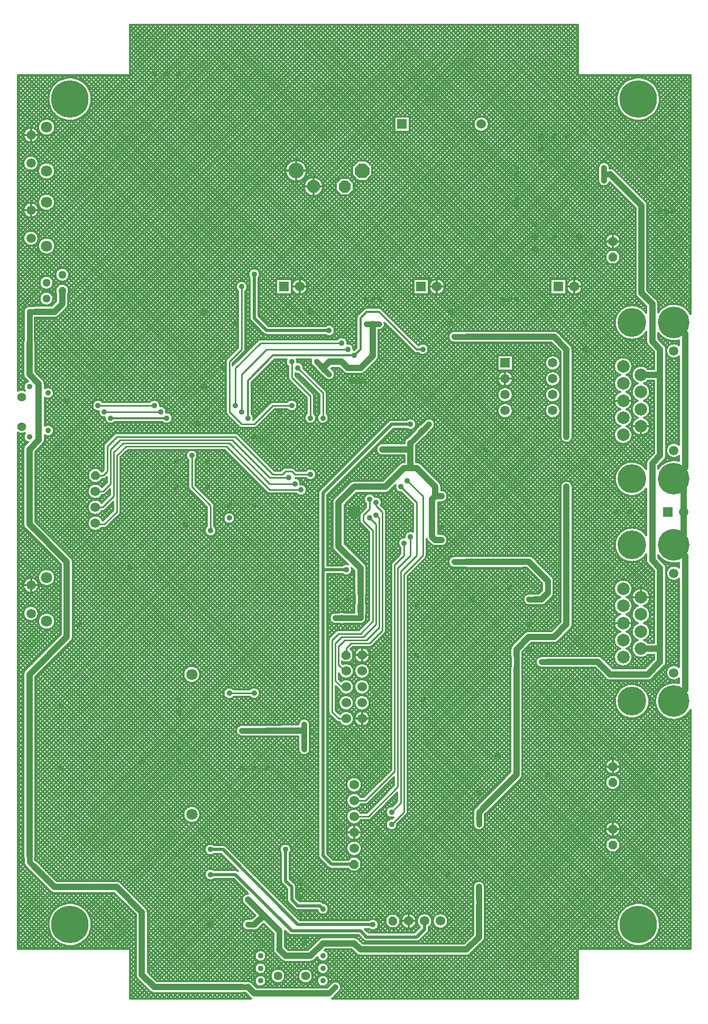
<source format=gbr>
G04 DipTrace 2.2.0.9*
%INBottom.gbr*%
%MOIN*%
%ADD10C,0.0098*%
%ADD14C,0.0394*%
%ADD15C,0.0197*%
%ADD17C,0.036*%
%ADD20C,0.0118*%
%ADD22C,0.0787*%
%ADD28R,0.063X0.063*%
%ADD29C,0.063*%
%ADD30C,0.0984*%
%ADD31C,0.0827*%
%ADD35C,0.0512*%
%ADD42C,0.06*%
%ADD46C,0.0709*%
%ADD53C,0.06*%
%ADD54C,0.1811*%
%ADD56C,0.0591*%
%ADD57C,0.1988*%
%ADD62C,0.0551*%
%ADD66C,0.2362*%
%ADD71R,0.06X0.06*%
%ADD73C,0.0591*%
%ADD84R,0.0591X0.0591*%
%FSLAX44Y44*%
%SFA1B1*%
%OFA0B0*%
G04*
G70*
G90*
G75*
G01*
%LNBottom*%
%LPD*%
X25591Y29134D2*
D17*
Y28757D1*
D14*
Y28330D1*
D17*
Y27953D1*
X24803D1*
X22047Y21260D2*
Y20883D1*
Y20472D1*
Y19685D1*
X19685Y20866D2*
D14*
X22047Y20883D1*
X18110Y20866D2*
D17*
X18521D1*
X18898D1*
X19308D1*
X19685D1*
X30709Y32874D2*
D14*
X30315D1*
X30118Y33071D1*
Y35433D1*
X30315Y35630D1*
Y36220D1*
X29134Y37402D1*
X28740D1*
X28346D1*
X27165Y36220D1*
X25197D1*
X24213Y35236D1*
Y32480D1*
X25591Y31102D1*
Y29511D1*
D17*
Y29134D1*
X30709Y35630D2*
D14*
X30315D1*
X29134Y39370D2*
D17*
X28740Y38976D1*
D14*
Y38583D1*
Y37402D1*
X29921Y40157D2*
D17*
X29528Y39764D1*
D14*
X29400Y39636D1*
D17*
X29134Y39370D1*
X32283Y31496D2*
X31496D1*
X26969Y38583D2*
D14*
X28740D1*
X22835Y44094D2*
D17*
X23101Y43828D1*
D14*
X23241Y43689D1*
X23356Y43574D1*
D17*
X23622Y43307D1*
X26772Y46457D2*
X26368D1*
X25984D1*
X26368D2*
D14*
Y44479D1*
X25591Y43701D1*
X24803D1*
X24409Y44094D1*
X23646D1*
X23241Y43689D1*
X24016Y27953D2*
D17*
X24393D1*
D14*
X24426D1*
D17*
X24803D1*
X37402Y29921D2*
Y29528D1*
D14*
X37008Y29134D1*
X36597D1*
D17*
X36220D1*
X32283Y31496D2*
D14*
X36220D1*
X37402Y30315D1*
Y30298D1*
D17*
Y29921D1*
X4724Y47244D2*
Y45293D1*
D14*
Y43307D1*
X5315Y42717D1*
Y39173D1*
X4724Y38583D1*
Y33858D1*
X7087Y31496D1*
Y29921D1*
Y26772D1*
X4724Y24409D1*
Y12975D1*
D17*
Y12598D1*
X7087Y29921D2*
D14*
D3*
X4724Y12598D2*
D17*
X4991Y12332D1*
D14*
X6299Y11024D1*
X10236D1*
X11811Y9449D1*
Y5512D1*
X12598Y4724D1*
X18127D1*
D17*
X18504D1*
D14*
X18898Y4331D1*
X23622D1*
D17*
X24016Y4724D1*
X6799Y48569D2*
D14*
Y47744D1*
X6299Y47244D1*
X5101D1*
D17*
X4724D1*
X31496Y45669D2*
X32283D1*
X38583Y39370D2*
D14*
Y40157D1*
Y44882D1*
X37795Y45669D1*
X32283D1*
X38583Y40157D2*
D3*
Y36220D2*
Y27559D1*
X37795Y26772D1*
X36220D1*
X35433Y25984D1*
Y25574D1*
D17*
Y25197D1*
X38583Y35433D2*
D14*
Y27559D1*
X35433Y25197D2*
D17*
Y24820D1*
D14*
Y18110D1*
X33337Y16014D1*
D17*
X33071Y15748D1*
Y15371D1*
D14*
Y15337D1*
D17*
Y14961D1*
X14961Y38189D2*
D10*
Y36220D1*
X16142Y35039D1*
Y33465D1*
X21260Y41339D2*
X20079D1*
X18898Y40157D1*
X18110D1*
X17323Y40945D1*
Y44094D1*
X18110Y44882D1*
Y48819D1*
X37008Y25197D2*
D17*
X37385D1*
D14*
X40551D1*
X41339Y24409D1*
X43701D1*
X44488Y25197D1*
Y26028D1*
Y31102D1*
X43996Y31594D1*
Y37697D1*
X44488Y38189D1*
Y43264D1*
Y44882D1*
X43996Y45374D1*
Y47736D1*
X43307Y48425D1*
Y53937D1*
X41339Y55906D1*
X41322D1*
D17*
X40945D1*
X43276Y26028D2*
D14*
X44488D1*
X43276Y43264D2*
X44488D1*
X40945Y56299D2*
D17*
Y55906D1*
Y55512D2*
Y55906D1*
X8887Y36933D2*
D10*
X9374D1*
X9646Y37205D1*
Y38780D1*
X10236Y39370D1*
X17717D1*
X20079Y37008D1*
X20669D1*
X20866Y37205D1*
X21260D1*
X21457Y37008D1*
X22441D1*
X8887Y35933D2*
X9358D1*
X9843Y36417D1*
Y38583D1*
X10433Y39173D1*
X17520D1*
X19882Y36811D1*
X21063D1*
X8887Y34933D2*
X9343D1*
X10039Y35630D1*
Y38386D1*
X10630Y38976D1*
X17323D1*
X19882Y36417D1*
X21457D1*
X8887Y33933D2*
Y33858D1*
X9449D1*
X10236Y34646D1*
Y38189D1*
X10827Y38780D1*
X17126D1*
X19882Y36024D1*
X21850D1*
X20866Y13386D2*
D15*
Y11417D1*
X21260Y11024D1*
Y10236D1*
X21654Y9843D1*
X23031D1*
X23228Y9646D1*
X25787Y42913D2*
D17*
X25377D1*
X25000D1*
X22441Y40551D2*
D10*
Y41929D1*
X21260Y43110D1*
Y44094D1*
X21654Y43701D2*
X23228Y42126D1*
Y40551D1*
X24697Y25622D2*
Y26075D1*
X25000Y26378D1*
X26181D1*
X26969Y27165D1*
Y34646D1*
X26575Y35039D1*
Y35236D1*
X24697Y21622D2*
X24244D1*
X23819Y22047D1*
Y26575D1*
X24213Y26969D1*
X25591D1*
X26378Y27756D1*
Y33465D1*
X25787Y34055D1*
Y34449D1*
X26181Y34843D1*
Y35433D1*
X24697Y24622D2*
X24591D1*
X24213Y25000D1*
Y26181D1*
X24606Y26575D1*
X25984D1*
X26772Y27362D1*
Y34252D1*
X26575Y34449D1*
X24697Y23622D2*
X24409D1*
X24016Y24016D1*
Y26378D1*
X24409Y26772D1*
X25787D1*
X26575Y27559D1*
Y33858D1*
X26181Y34252D1*
X23228Y35433D2*
D15*
Y35827D1*
X27559Y40157D1*
X28740D1*
X23622Y46063D2*
X19685D1*
X18898Y46850D1*
Y49606D1*
X25197Y12461D2*
X23760D1*
X23228Y12992D1*
Y31004D1*
X24705D1*
X23228Y35433D2*
Y31004D1*
X18504Y10236D2*
D14*
X19492Y9248D1*
X20472Y8268D1*
D17*
Y7874D1*
Y7480D1*
X18504Y8661D2*
X18906D1*
D14*
X19492Y9248D1*
X33071Y10236D2*
Y11024D1*
Y10236D2*
D17*
Y9859D1*
D14*
Y7874D1*
X32283Y7087D1*
X25591D1*
X25197Y7480D1*
X23228D1*
X22441Y6693D1*
X20866D1*
X20472Y7087D1*
D17*
Y7480D1*
X45354Y46567D2*
D14*
X46063Y45858D1*
Y37433D1*
X45354Y36724D1*
X45957Y34646D2*
Y36122D1*
X45354Y36724D1*
X45957Y34646D2*
Y33169D1*
X45354Y32567D1*
X46063Y31858D1*
Y23433D1*
X45354Y22724D1*
X28346Y32677D2*
D10*
Y31890D1*
X27756Y31299D1*
Y18307D1*
X25909Y16461D1*
X25197D1*
Y15461D2*
Y15354D1*
X28740Y33071D2*
Y31890D1*
X27953Y31102D1*
Y17323D1*
X26091Y15461D1*
X25197D1*
X18898Y23228D2*
X17323D1*
X27559Y15748D2*
X28150Y16339D1*
Y30906D1*
X29134Y31890D1*
Y35236D1*
X28150Y36220D1*
X29634Y8887D2*
D15*
Y8374D1*
X29134Y7874D1*
X25984D1*
X25591Y8268D1*
X21260D1*
X17717Y11811D1*
X16142D1*
X28543Y36614D2*
D10*
X29528Y35630D1*
Y31890D1*
X28346Y30709D1*
Y15748D1*
X27559Y14961D1*
X16142Y13386D2*
D15*
X16929D1*
X21654Y8661D1*
X26378D1*
X17717Y41339D2*
D10*
Y43701D1*
X19291Y45276D1*
X24409D1*
X12598Y41339D2*
X9055D1*
X18110Y40945D2*
Y43307D1*
X19685Y44882D1*
X24803D1*
X12992Y40945D2*
X9843D1*
X9449D1*
X18504Y40551D2*
D20*
Y42913D1*
X20079Y44488D1*
X25197D1*
X13386Y40551D2*
X10236D1*
X9843D1*
X25197Y44488D2*
X25591Y44882D1*
Y46850D1*
X25984Y47244D1*
X26772D1*
X29134Y44882D1*
X29528D1*
D17*
X18110Y18504D3*
X18898D3*
X19685D3*
X37008Y25197D3*
X14173Y22047D3*
Y19685D3*
X4724Y12598D3*
Y47244D3*
X33465Y38583D3*
X39764Y44882D3*
X43701Y57480D3*
X14173Y22835D3*
Y18898D3*
X44882Y53543D3*
X44488D3*
X7087Y29921D3*
X21850Y9252D3*
Y10433D3*
X17717Y46457D3*
X16929Y43701D3*
X22441Y47244D3*
Y46457D3*
X25984Y48031D3*
X26378D3*
X31299Y46457D3*
Y47244D3*
X26772Y48031D3*
X39764Y46457D3*
Y47244D3*
X34646Y48031D3*
X35039D3*
X35433D3*
X12598Y62205D3*
X13386D3*
X14173D3*
X18898Y39370D3*
X20472Y40945D3*
X25000Y42913D3*
X25787D3*
X22441Y40551D3*
X23228D3*
X21260Y44094D3*
X21654Y43701D3*
X40945Y56299D3*
Y55906D3*
Y55512D3*
X32283Y45669D3*
X31496D3*
X42520Y34646D3*
X43307D3*
X41732D3*
X45276Y53543D3*
X9055Y41339D3*
X35433Y55906D3*
Y54331D3*
Y53937D3*
Y56299D3*
X36614Y52756D3*
Y51969D3*
Y51181D3*
X37795Y51969D3*
X39370D3*
X38583Y58268D3*
X37795D3*
X37008D3*
Y57480D3*
Y56693D3*
X24803Y29134D3*
X30709Y33661D3*
X23622Y43307D3*
X17323Y35039D3*
D22*
X25197Y34646D3*
D17*
X26575Y35236D3*
X26181Y35433D3*
X9449Y40945D3*
X36220Y27559D3*
Y25984D3*
X9843Y40551D3*
X7087Y41634D3*
X36220Y40551D3*
X29134Y28740D3*
Y25591D3*
X17717Y41339D3*
X35039Y29921D3*
X15748Y42520D3*
X22835Y44094D3*
X21260Y41339D3*
X37402Y29921D3*
X15945Y36220D3*
X13976Y37795D3*
X15945D3*
X18110Y40945D3*
X18504Y40551D3*
X18898Y35039D3*
X25197Y44488D3*
X35433Y25197D3*
X24803Y44882D3*
X13976Y36220D3*
X17323Y34252D3*
X30709Y32874D3*
X14961Y38189D3*
X16142Y33465D3*
X15354Y40157D3*
X14567Y33858D3*
X21850Y36024D3*
X21457Y36417D3*
X21063Y36811D3*
X22441Y37008D3*
X28740Y33071D3*
X28346Y32677D3*
X18110Y48819D3*
X18898Y49606D3*
X26181Y34252D3*
X26575Y34449D3*
X28543Y36614D3*
X6693Y22441D3*
Y18504D3*
X29528Y22835D3*
X37402Y18110D3*
X33071Y16929D3*
X34252Y19291D3*
X32677Y29134D3*
X31102Y11811D3*
X15748Y47244D3*
X11811Y18898D3*
X18110Y20866D3*
X18898D3*
X19685D3*
X28150Y36220D3*
X17323Y23228D3*
X18898D3*
X24705Y31004D3*
X25591Y29134D3*
X30709Y35630D3*
Y34843D3*
X24409Y45276D3*
X12598Y41339D3*
X12992Y40945D3*
X13386Y40551D3*
X26969Y38583D3*
X26772Y46457D3*
X25984D3*
X25591Y27953D3*
X24803D3*
X22047Y20472D3*
Y21260D3*
Y19685D3*
X7874Y27559D3*
X31496Y31496D3*
X23622Y46063D3*
X32283Y31496D3*
X27559Y15748D3*
Y14961D3*
X29134Y39370D3*
X29528Y39764D3*
X29921Y40157D3*
X28740D3*
X38583D3*
Y39370D3*
Y35433D3*
Y36220D3*
X29528Y44882D3*
X18504Y4724D3*
X24016D3*
X23228Y9646D3*
X21850Y10827D3*
Y11220D3*
X20669Y10433D3*
X22047Y7874D3*
X20866Y13386D3*
X20472Y7480D3*
Y7874D3*
X22047Y7480D3*
X18504Y10236D3*
X16142D3*
Y11811D3*
Y13386D3*
X18504Y8661D3*
X26378D3*
X16142D3*
X33071Y15748D3*
Y14961D3*
Y11024D3*
Y10236D3*
X24016Y27953D3*
X36220Y29134D3*
X11024Y31102D3*
X4724Y42520D3*
X5906Y42126D3*
Y39764D3*
X4724Y39370D3*
X19291Y5118D3*
Y5906D3*
Y6693D3*
X23228Y5118D3*
Y6693D3*
Y5906D3*
X4179Y62137D2*
D20*
X4004Y61962D1*
X4457Y62137D2*
X4004Y61684D1*
X4736Y62137D2*
X4005Y61406D1*
X5014Y62137D2*
X4004Y61128D1*
X5292Y62137D2*
X4004Y60849D1*
X5571Y62137D2*
X4005Y60571D1*
X5849Y62137D2*
X4004Y60293D1*
X6128Y62137D2*
X4004Y60014D1*
X6406Y62137D2*
X4005Y59736D1*
X6684Y62137D2*
X4004Y59457D1*
X6963Y62137D2*
X6683Y61858D1*
X6056Y61230D2*
X4004Y59179D1*
X7241Y62137D2*
X7090Y61986D1*
X5927Y60823D2*
X4005Y58901D1*
X7520Y62137D2*
X7381Y61999D1*
X5916Y60534D2*
X4004Y58622D1*
X7798Y62137D2*
X7622Y61961D1*
X5953Y60292D2*
X4004Y58344D1*
X11226Y65287D2*
X11090Y65152D1*
X8076Y62137D2*
X7829Y61891D1*
X6022Y60083D2*
X4789Y58850D1*
X4339Y58400D2*
X4005Y58066D1*
X11504Y65287D2*
X11091Y64874D1*
X8355Y62137D2*
X8013Y61795D1*
X6118Y59901D2*
X5549Y59332D1*
X5334Y59116D2*
X5027Y58810D1*
X4380Y58163D2*
X4004Y57787D1*
X11783Y65287D2*
X11091Y64596D1*
X8633Y62137D2*
X8173Y61678D1*
X6236Y59740D2*
X5892Y59397D1*
X5268Y58772D2*
X5188Y58692D1*
X4498Y58002D2*
X4004Y57509D1*
X12061Y65287D2*
X11090Y64316D1*
X8911Y62137D2*
X8314Y61540D1*
X6373Y59599D2*
X6096Y59322D1*
X5342Y58568D2*
X5287Y58513D1*
X4676Y57902D2*
X4005Y57231D1*
X12339Y65287D2*
X11091Y64038D1*
X9190Y62137D2*
X8434Y61382D1*
X6532Y59479D2*
X6243Y59191D1*
X5475Y58422D2*
X5288Y58235D1*
X4954Y57902D2*
X4004Y56952D1*
X12618Y65287D2*
X11091Y63761D1*
X9468Y62137D2*
X8532Y61202D1*
X6711Y59380D2*
X6334Y59003D1*
X5662Y58331D2*
X4004Y56673D1*
X12896Y65287D2*
X11090Y63481D1*
X9747Y62137D2*
X8607Y60998D1*
X6916Y59307D2*
X6331Y58722D1*
X5943Y58334D2*
X4656Y57047D1*
X4372Y56762D2*
X4005Y56395D1*
X13175Y65287D2*
X11091Y63203D1*
X10025Y62137D2*
X8649Y60762D1*
X7152Y59264D2*
X4952Y57065D1*
X4352Y56465D2*
X4004Y56117D1*
X13453Y65287D2*
X11091Y62925D1*
X10303Y62137D2*
X8646Y60480D1*
X7434Y59268D2*
X5136Y56970D1*
X4447Y56281D2*
X4004Y55838D1*
X13731Y65287D2*
X11090Y62646D1*
X10582Y62137D2*
X8543Y60099D1*
X7814Y59370D2*
X5259Y56814D1*
X4603Y56158D2*
X4005Y55560D1*
X14010Y65287D2*
X11091Y62368D1*
X10860Y62137D2*
X5307Y56585D1*
X4833Y56110D2*
X4004Y55282D1*
X14288Y65287D2*
X5605Y56604D1*
X5305Y56304D2*
X4004Y55003D1*
X14566Y65287D2*
X5916Y56637D1*
X5272Y55992D2*
X4005Y54725D1*
X14845Y65287D2*
X6114Y56556D1*
X5353Y55795D2*
X4004Y54446D1*
X15123Y65287D2*
X6254Y56418D1*
X5491Y55654D2*
X4004Y54168D1*
X15402Y65287D2*
X6339Y56224D1*
X5684Y55570D2*
X4005Y53890D1*
X15680Y65287D2*
X6319Y55926D1*
X5984Y55591D2*
X4004Y53611D1*
X15958Y65287D2*
X4798Y54126D1*
X4339Y53667D2*
X4004Y53333D1*
X16237Y65287D2*
X5567Y54617D1*
X5323Y54373D2*
X5033Y54083D1*
X4382Y53432D2*
X4005Y53055D1*
X16515Y65287D2*
X5900Y54672D1*
X5270Y54042D2*
X5191Y53963D1*
X4501Y53273D2*
X4004Y52776D1*
X16794Y65287D2*
X6103Y54596D1*
X5346Y53839D2*
X5289Y53782D1*
X4682Y53175D2*
X4004Y52498D1*
X17072Y65287D2*
X6247Y54461D1*
X5479Y53694D2*
X5283Y53498D1*
X4967Y53182D2*
X4005Y52220D1*
X17350Y65287D2*
X6336Y54272D1*
X5669Y53606D2*
X4004Y51941D1*
X17629Y65287D2*
X6328Y53986D1*
X5954Y53612D2*
X4668Y52327D1*
X4366Y52024D2*
X4004Y51662D1*
X17907Y65287D2*
X4959Y52338D1*
X4355Y51734D2*
X4005Y51384D1*
X18186Y65287D2*
X5140Y52242D1*
X4452Y51553D2*
X4004Y51105D1*
X18464Y65287D2*
X5261Y52084D1*
X4609Y51432D2*
X4004Y50827D1*
X18742Y65287D2*
X5307Y51852D1*
X4841Y51386D2*
X4005Y50549D1*
X19021Y65287D2*
X5619Y51886D1*
X5300Y51566D2*
X4004Y50270D1*
X19299Y65287D2*
X5924Y51912D1*
X5274Y51262D2*
X4004Y49992D1*
X19577Y65287D2*
X6119Y51828D1*
X5357Y51066D2*
X4005Y49714D1*
X19856Y65287D2*
X6257Y51688D1*
X5496Y50927D2*
X4004Y49435D1*
X20134Y65287D2*
X6341Y51494D1*
X5692Y50844D2*
X4004Y49157D1*
X20413Y65287D2*
X6313Y51187D1*
X5998Y50872D2*
X4005Y48879D1*
X20691Y65287D2*
X4004Y48600D1*
X20969Y65287D2*
X4004Y48322D1*
X21248Y65287D2*
X4005Y48044D1*
X21526Y65287D2*
X5750Y49511D1*
X5357Y49118D2*
X4004Y47764D1*
X21805Y65287D2*
X5992Y49474D1*
X5394Y48877D2*
X4004Y47487D1*
X22083Y65287D2*
X6812Y50016D1*
X6354Y49558D2*
X6149Y49353D1*
X5516Y48720D2*
X4005Y47209D1*
X22361Y65287D2*
X7029Y49954D1*
X6413Y49339D2*
X6237Y49162D1*
X5706Y48631D2*
X4685Y47611D1*
X4358Y47283D2*
X4004Y46929D1*
X22640Y65287D2*
X7173Y49820D1*
X6549Y49196D2*
X5864Y48511D1*
X5356Y48004D2*
X4967Y47614D1*
X4354Y47001D2*
X4004Y46651D1*
X22918Y65287D2*
X7244Y49612D1*
X6756Y49125D2*
X6064Y48433D1*
X5436Y47805D2*
X5263Y47631D1*
X4355Y46723D2*
X4005Y46373D1*
X23197Y65287D2*
X6905Y48995D1*
X6373Y48463D2*
X6193Y48284D1*
X5584Y47675D2*
X5541Y47631D1*
X4354Y46444D2*
X4004Y46094D1*
X23475Y65287D2*
X7083Y48895D1*
X6412Y48224D2*
X6245Y48057D1*
X4354Y46166D2*
X4004Y45816D1*
X23753Y65287D2*
X7212Y48746D1*
X6413Y47946D2*
X6098Y47631D1*
X5323Y46857D2*
X5094Y46628D1*
X4355Y45888D2*
X4005Y45538D1*
X24032Y65287D2*
X7226Y48481D1*
X5601Y46857D2*
X5095Y46350D1*
X4354Y45609D2*
X4004Y45259D1*
X24310Y65287D2*
X7186Y48163D1*
X5880Y46857D2*
X5094Y46071D1*
X4339Y45315D2*
X4004Y44981D1*
X24588Y65287D2*
X7186Y47885D1*
X6158Y46857D2*
X5094Y45793D1*
X4338Y45036D2*
X4005Y44703D1*
X24867Y65287D2*
X7123Y47543D1*
X6500Y46920D2*
X5095Y45515D1*
X4338Y44758D2*
X4004Y44424D1*
X25145Y65287D2*
X5111Y45252D1*
X4337Y44479D2*
X4004Y44146D1*
X25424Y65287D2*
X5111Y44975D1*
X4338Y44201D2*
X4005Y43868D1*
X25702Y65287D2*
X5112Y44697D1*
X4338Y43923D2*
X4004Y43589D1*
X25980Y65287D2*
X5111Y44417D1*
X4337Y43644D2*
X4004Y43311D1*
X26259Y65287D2*
X5111Y44139D1*
X4338Y43366D2*
X4005Y43033D1*
X26537Y65287D2*
X5112Y43861D1*
X4379Y43128D2*
X4004Y42754D1*
X26816Y65287D2*
X5111Y43582D1*
X4504Y42976D2*
X4004Y42476D1*
X27094Y65287D2*
X5195Y43388D1*
X4356Y42549D2*
X4142Y42335D1*
X27372Y65287D2*
X5335Y43249D1*
X27651Y65287D2*
X5474Y43110D1*
X27929Y65287D2*
X5612Y42970D1*
X28208Y65287D2*
X5698Y42777D1*
X28486Y65287D2*
X5702Y42503D1*
X28764Y65287D2*
X5969Y42491D1*
X29043Y65287D2*
X6157Y42401D1*
X29321Y65287D2*
X6263Y42229D1*
X5803Y41769D2*
X5702Y41668D1*
X29599Y65287D2*
X5702Y41390D1*
X29878Y65287D2*
X21367Y56776D1*
X20877Y56286D2*
X5701Y41111D1*
X4142Y39551D2*
X4004Y39413D1*
X30156Y65287D2*
X21660Y56791D1*
X20863Y55994D2*
X5702Y40833D1*
X4392Y39523D2*
X4004Y39135D1*
X30435Y65287D2*
X21865Y56718D1*
X20935Y55788D2*
X5702Y40555D1*
X4379Y39232D2*
X4005Y38857D1*
X30713Y65287D2*
X22025Y56599D1*
X21054Y55628D2*
X5701Y40275D1*
X4499Y39073D2*
X4004Y38578D1*
X30991Y65287D2*
X22142Y56437D1*
X21217Y55512D2*
X5829Y40124D1*
X4342Y38638D2*
X4004Y38300D1*
X31270Y65287D2*
X22210Y56227D1*
X21426Y55443D2*
X6077Y40094D1*
X4338Y38355D2*
X4005Y38022D1*
X31548Y65287D2*
X22187Y55926D1*
X21728Y55467D2*
X6222Y39961D1*
X4338Y38077D2*
X4004Y37743D1*
X31827Y65287D2*
X6273Y39734D1*
X5936Y39396D2*
X5702Y39162D1*
X4337Y37798D2*
X4004Y37465D1*
X32105Y65287D2*
X22528Y55710D1*
X22046Y55228D2*
X5111Y38293D1*
X4338Y37520D2*
X4005Y37187D1*
X32383Y65287D2*
X22799Y55702D1*
X22054Y54958D2*
X5112Y38015D1*
X4338Y37242D2*
X4004Y36907D1*
X32662Y65287D2*
X22989Y55614D1*
X22142Y54767D2*
X9083Y41708D1*
X8685Y41310D2*
X5111Y37736D1*
X4337Y36962D2*
X4004Y36629D1*
X32940Y65287D2*
X23129Y55475D1*
X22281Y54627D2*
X9286Y41633D1*
X8761Y41108D2*
X5111Y37458D1*
X4338Y36684D2*
X4005Y36351D1*
X33219Y65287D2*
X23219Y55288D1*
X22469Y54537D2*
X9509Y41578D1*
X8922Y40991D2*
X5112Y37180D1*
X4338Y36407D2*
X4004Y36072D1*
X33497Y65287D2*
X27756Y59546D1*
X27719Y59509D2*
X23233Y55023D1*
X22734Y54524D2*
X9788Y41578D1*
X9085Y40875D2*
X5111Y36901D1*
X4337Y36127D2*
X4004Y35794D1*
X33775Y65287D2*
X28034Y59546D1*
X27718Y59230D2*
X10066Y41578D1*
X9178Y40689D2*
X5111Y36623D1*
X4338Y35849D2*
X4005Y35516D1*
X34054Y65287D2*
X28312Y59546D1*
X27719Y58952D2*
X25530Y56763D1*
X25063Y56296D2*
X24457Y55691D1*
X24034Y55267D2*
X10344Y41578D1*
X9353Y40586D2*
X5112Y36345D1*
X4338Y35571D2*
X4004Y35237D1*
X34332Y65287D2*
X28591Y59546D1*
X27718Y58673D2*
X25809Y56763D1*
X25064Y56019D2*
X24736Y55691D1*
X24034Y54989D2*
X19007Y49962D1*
X18542Y49496D2*
X18220Y49175D1*
X17755Y48710D2*
X10623Y41578D1*
X9487Y40441D2*
X5111Y36066D1*
X4337Y35292D2*
X4004Y34959D1*
X34610Y65287D2*
X28698Y59375D1*
X27888Y58564D2*
X26033Y56710D1*
X25116Y55793D2*
X24931Y55607D1*
X24117Y54793D2*
X19177Y49854D1*
X18609Y49285D2*
X18390Y49067D1*
X17862Y48539D2*
X10901Y41578D1*
X9595Y40272D2*
X5111Y35788D1*
X4338Y35014D2*
X4005Y34681D1*
X34889Y65287D2*
X28699Y59097D1*
X28166Y58564D2*
X26172Y56570D1*
X25256Y55654D2*
X25070Y55468D1*
X24257Y54655D2*
X19265Y49663D1*
X18609Y49007D2*
X18477Y48875D1*
X17870Y48268D2*
X11180Y41578D1*
X9786Y40184D2*
X5112Y35510D1*
X4338Y34736D2*
X4004Y34402D1*
X35167Y65287D2*
X28699Y58819D1*
X28445Y58564D2*
X26311Y56431D1*
X25395Y55515D2*
X25178Y55298D1*
X24427Y54547D2*
X19186Y49306D1*
X18609Y48729D2*
X18349Y48469D1*
X17871Y47991D2*
X11458Y41578D1*
X10182Y40302D2*
X5111Y35230D1*
X4337Y34457D2*
X4004Y34124D1*
X35446Y65287D2*
X26353Y56194D1*
X25632Y55473D2*
X25179Y55020D1*
X24705Y54547D2*
X19186Y49028D1*
X18609Y48450D2*
X18350Y48191D1*
X17871Y47713D2*
X11736Y41578D1*
X10460Y40302D2*
X5111Y34953D1*
X4338Y34179D2*
X4005Y33846D1*
X35724Y65287D2*
X26352Y55915D1*
X25911Y55474D2*
X19187Y48750D1*
X18609Y48172D2*
X18349Y47912D1*
X17870Y47433D2*
X12015Y41578D1*
X10739Y40302D2*
X5112Y34675D1*
X4338Y33901D2*
X4004Y33567D1*
X36002Y65287D2*
X19186Y48470D1*
X18609Y47894D2*
X18349Y47634D1*
X17871Y47155D2*
X12293Y41578D1*
X11017Y40302D2*
X10325Y39610D1*
X9407Y38691D2*
X5111Y34395D1*
X4384Y33669D2*
X4004Y33289D1*
X36281Y65287D2*
X20318Y49324D1*
X20255Y49261D2*
X19186Y48193D1*
X18609Y47615D2*
X18350Y47356D1*
X17871Y46877D2*
X12692Y41698D1*
X11296Y40302D2*
X10604Y39610D1*
X9406Y38412D2*
X5111Y34117D1*
X4513Y33519D2*
X4005Y33011D1*
X36559Y65287D2*
X20596Y49324D1*
X20255Y48982D2*
X19187Y47915D1*
X18609Y47337D2*
X18349Y47077D1*
X17870Y46598D2*
X12868Y41596D1*
X11574Y40302D2*
X10882Y39610D1*
X9406Y38134D2*
X5203Y33931D1*
X4651Y33379D2*
X4004Y32732D1*
X36838Y65287D2*
X20875Y49324D1*
X20255Y48704D2*
X19186Y47635D1*
X18609Y47059D2*
X18349Y46799D1*
X17871Y46320D2*
X12963Y41412D1*
X11852Y40302D2*
X11161Y39610D1*
X9407Y37856D2*
X8951Y37401D1*
X8419Y36868D2*
X5343Y33792D1*
X4790Y33239D2*
X4004Y32454D1*
X37116Y65287D2*
X21153Y49324D1*
X20255Y48426D2*
X19186Y47357D1*
X18615Y46786D2*
X18350Y46521D1*
X17871Y46042D2*
X13122Y41293D1*
X12131Y40302D2*
X11439Y39610D1*
X9406Y37577D2*
X9158Y37329D1*
X8491Y36662D2*
X5482Y33653D1*
X4930Y33101D2*
X4005Y32176D1*
X37394Y65287D2*
X21264Y49157D1*
X20422Y48314D2*
X19187Y47079D1*
X18721Y46614D2*
X18349Y46242D1*
X17870Y45763D2*
X13285Y41177D1*
X12409Y40302D2*
X11717Y39610D1*
X9406Y37299D2*
X9297Y37189D1*
X8631Y36524D2*
X5621Y33513D1*
X5069Y32961D2*
X4004Y31896D1*
X37673Y65287D2*
X21706Y49320D1*
X20700Y48314D2*
X19273Y46888D1*
X18860Y46474D2*
X18349Y45964D1*
X17871Y45485D2*
X13362Y40976D1*
X12688Y40302D2*
X11996Y39610D1*
X10926Y38540D2*
X10475Y38090D1*
X8851Y36465D2*
X8799Y36413D1*
X8406Y36020D2*
X5761Y33375D1*
X5208Y32822D2*
X4004Y31618D1*
X37951Y65287D2*
X21953Y49289D1*
X20978Y48314D2*
X19412Y46748D1*
X19000Y46336D2*
X18350Y45686D1*
X17871Y45207D2*
X13550Y40886D1*
X12966Y40302D2*
X12274Y39610D1*
X11204Y38540D2*
X10476Y37812D1*
X9358Y36694D2*
X9059Y36395D1*
X8426Y35762D2*
X5899Y33235D1*
X5348Y32683D2*
X4005Y31340D1*
X38229Y65287D2*
X22120Y49178D1*
X21402Y48459D2*
X19552Y46610D1*
X19139Y46196D2*
X18349Y45406D1*
X17093Y44150D2*
X13698Y40756D1*
X13182Y40239D2*
X12552Y39610D1*
X11483Y38540D2*
X10475Y37532D1*
X9604Y36661D2*
X9230Y36287D1*
X8532Y35590D2*
X6038Y33096D1*
X5486Y32544D2*
X4004Y31061D1*
X38508Y65287D2*
X22230Y49009D1*
X21569Y48348D2*
X19691Y46470D1*
X19278Y46057D2*
X18349Y45129D1*
X17084Y43863D2*
X13755Y40534D1*
X13403Y40182D2*
X12831Y39610D1*
X11761Y38540D2*
X10475Y37254D1*
X8698Y35477D2*
X6178Y32957D1*
X5625Y32404D2*
X4004Y30783D1*
X38786Y65287D2*
X32985Y59486D1*
X32778Y59278D2*
X22261Y48761D1*
X21817Y48318D2*
X19851Y46351D1*
X19418Y45918D2*
X18345Y44845D1*
X17083Y43584D2*
X13109Y39610D1*
X12039Y38540D2*
X10476Y36977D1*
X8397Y34898D2*
X6317Y32818D1*
X5765Y32266D2*
X4005Y30505D1*
X39065Y65287D2*
X33313Y59535D1*
X32728Y58951D2*
X20129Y46351D1*
X19572Y45794D2*
X19293Y45515D1*
X17083Y43306D2*
X13388Y39610D1*
X12318Y38540D2*
X10475Y36697D1*
X9801Y36023D2*
X9136Y35358D1*
X8462Y34684D2*
X6456Y32678D1*
X5904Y32126D2*
X4004Y30226D1*
X39303Y65247D2*
X33505Y59449D1*
X32815Y58759D2*
X20407Y46351D1*
X19831Y45775D2*
X19571Y45515D1*
X17084Y43028D2*
X13666Y39610D1*
X12596Y38540D2*
X10475Y36419D1*
X9800Y35744D2*
X9283Y35227D1*
X8593Y34537D2*
X6596Y32540D1*
X6043Y31987D2*
X4004Y29948D1*
X39302Y64968D2*
X33636Y59302D1*
X32963Y58628D2*
X20686Y46351D1*
X20109Y45775D2*
X19849Y45515D1*
X17083Y42749D2*
X13944Y39610D1*
X12875Y38540D2*
X10476Y36141D1*
X8786Y34452D2*
X8727Y34393D1*
X8427Y34093D2*
X6735Y32400D1*
X6183Y31848D2*
X4840Y30505D1*
X4338Y30003D2*
X4005Y29670D1*
X39303Y64690D2*
X33698Y59085D1*
X33179Y58566D2*
X20964Y46351D1*
X20388Y45775D2*
X20128Y45515D1*
X17083Y42471D2*
X14223Y39610D1*
X13153Y38540D2*
X10475Y35862D1*
X9122Y34509D2*
X9020Y34407D1*
X8413Y33801D2*
X6873Y32260D1*
X6322Y31709D2*
X5639Y31026D1*
X5292Y30679D2*
X5059Y30447D1*
X4396Y29783D2*
X4004Y29391D1*
X39303Y64412D2*
X21243Y46351D1*
X20666Y45775D2*
X20406Y45515D1*
X17084Y42193D2*
X14501Y39610D1*
X13431Y38540D2*
X10475Y35584D1*
X9997Y35105D2*
X9203Y34312D1*
X8508Y33617D2*
X7013Y32122D1*
X6460Y31569D2*
X5934Y31043D1*
X5275Y30384D2*
X5210Y30319D1*
X4524Y29633D2*
X4004Y29113D1*
X39302Y64133D2*
X21521Y46351D1*
X20944Y45775D2*
X20684Y45515D1*
X17083Y41913D2*
X14780Y39610D1*
X13710Y38540D2*
X10476Y35306D1*
X9997Y34828D2*
X9326Y34157D1*
X8664Y33494D2*
X7152Y31982D1*
X6600Y31431D2*
X6126Y30957D1*
X5362Y30192D2*
X5298Y30128D1*
X4715Y29545D2*
X4005Y28835D1*
X39303Y63855D2*
X21799Y46351D1*
X21223Y45775D2*
X20963Y45515D1*
X17083Y41635D2*
X15058Y39610D1*
X13988Y38540D2*
X10475Y35027D1*
X8891Y33443D2*
X7291Y31843D1*
X6700Y31252D2*
X6263Y30815D1*
X5503Y30055D2*
X5253Y29805D1*
X5038Y29589D2*
X4004Y28556D1*
X39303Y63577D2*
X22078Y46351D1*
X21501Y45775D2*
X21241Y45515D1*
X17084Y41357D2*
X15336Y39610D1*
X14267Y38540D2*
X10475Y34749D1*
X9346Y33619D2*
X7422Y31695D1*
X6699Y30973D2*
X6343Y30616D1*
X5702Y29976D2*
X4004Y28278D1*
X39302Y63298D2*
X22356Y46351D1*
X21780Y45775D2*
X21520Y45515D1*
X20244Y44239D2*
X18753Y42748D1*
X17083Y41078D2*
X15615Y39610D1*
X14545Y38540D2*
X7473Y31468D1*
X6700Y30695D2*
X6304Y30299D1*
X6020Y30015D2*
X4726Y28721D1*
X4349Y28345D2*
X4005Y28000D1*
X39303Y63020D2*
X22634Y46351D1*
X22058Y45775D2*
X21798Y45515D1*
X20522Y44239D2*
X18754Y42470D1*
X17111Y40828D2*
X15893Y39610D1*
X14632Y38348D2*
X7474Y31190D1*
X6700Y30417D2*
X4989Y28706D1*
X4364Y28081D2*
X4004Y27721D1*
X39303Y62742D2*
X22913Y46351D1*
X22336Y45775D2*
X22076Y45515D1*
X20800Y44239D2*
X18753Y42191D1*
X17243Y40682D2*
X16172Y39610D1*
X14614Y38052D2*
X7474Y30912D1*
X6699Y30138D2*
X5162Y28600D1*
X4470Y27909D2*
X4004Y27443D1*
X39302Y62462D2*
X23191Y46351D1*
X22615Y45775D2*
X22355Y45515D1*
X20891Y44051D2*
X18753Y41913D1*
X17382Y40542D2*
X16450Y39610D1*
X15380Y38540D2*
X15257Y38417D1*
X14721Y37881D2*
X7473Y30633D1*
X6700Y29860D2*
X5274Y28434D1*
X4636Y27796D2*
X4005Y27165D1*
X39304Y62186D2*
X23540Y46422D1*
X22893Y45775D2*
X22633Y45515D1*
X20974Y43855D2*
X18754Y41635D1*
X17522Y40404D2*
X16728Y39610D1*
X15658Y38540D2*
X15331Y38212D1*
X14722Y37603D2*
X7474Y30355D1*
X6700Y29582D2*
X5302Y28184D1*
X4886Y27768D2*
X4004Y26885D1*
X39534Y62137D2*
X23792Y46396D1*
X23172Y45775D2*
X22912Y45515D1*
X21021Y43624D2*
X18753Y41356D1*
X17661Y40264D2*
X17007Y39610D1*
X15937Y38540D2*
X15199Y37803D1*
X14721Y37324D2*
X7474Y30077D1*
X6699Y29302D2*
X5680Y28283D1*
X5281Y27884D2*
X4004Y26607D1*
X39813Y62137D2*
X23938Y46263D1*
X23422Y45747D2*
X23190Y45515D1*
X21914Y44239D2*
X21738Y44062D1*
X21020Y43345D2*
X18753Y41078D1*
X17799Y40124D2*
X17285Y39610D1*
X16215Y38540D2*
X15200Y37525D1*
X14721Y37046D2*
X7473Y29798D1*
X6700Y29024D2*
X5957Y28282D1*
X5281Y27606D2*
X4005Y26329D1*
X40091Y62137D2*
X23990Y46037D1*
X23649Y45695D2*
X23468Y45515D1*
X22192Y44239D2*
X21918Y43964D1*
X21023Y43070D2*
X18768Y40814D1*
X17940Y39986D2*
X17563Y39610D1*
X16494Y38540D2*
X15200Y37247D1*
X14722Y36768D2*
X7474Y29520D1*
X6700Y28746D2*
X6143Y28189D1*
X5374Y27421D2*
X4004Y26050D1*
X40369Y62137D2*
X23747Y45515D1*
X22471Y44239D2*
X22016Y43784D1*
X21570Y43338D2*
X21500Y43268D1*
X21129Y42897D2*
X18866Y40634D1*
X18150Y39918D2*
X17821Y39589D1*
X16772Y38540D2*
X15199Y36967D1*
X14721Y36489D2*
X7474Y29242D1*
X6699Y28467D2*
X6273Y28042D1*
X5521Y27289D2*
X4004Y25772D1*
X40648Y62137D2*
X26003Y47493D1*
X25341Y46830D2*
X24025Y45515D1*
X22483Y43973D2*
X22104Y43594D1*
X21761Y43251D2*
X21612Y43102D1*
X21268Y42758D2*
X20088Y41578D1*
X18428Y39918D2*
X17970Y39460D1*
X17036Y38526D2*
X15200Y36689D1*
X14721Y36211D2*
X7473Y28963D1*
X6700Y28189D2*
X6347Y27837D1*
X5726Y27216D2*
X4005Y25494D1*
X40926Y62137D2*
X26282Y47493D1*
X25341Y46552D2*
X24434Y45645D1*
X22594Y43806D2*
X22243Y43454D1*
X21900Y43111D2*
X21751Y42962D1*
X21408Y42619D2*
X20366Y41578D1*
X18707Y39918D2*
X18109Y39320D1*
X17175Y38386D2*
X15200Y36411D1*
X14813Y36024D2*
X7474Y28685D1*
X6700Y27911D2*
X6272Y27483D1*
X6080Y27291D2*
X4004Y25215D1*
X41205Y62137D2*
X26560Y47493D1*
X25342Y46275D2*
X24638Y45571D1*
X22734Y43667D2*
X22382Y43315D1*
X22039Y42972D2*
X21890Y42823D1*
X21547Y42480D2*
X20645Y41578D1*
X20166Y41099D2*
X18249Y39182D1*
X17315Y38248D2*
X15296Y36229D1*
X14953Y35886D2*
X7474Y28407D1*
X6699Y27632D2*
X4004Y24937D1*
X41483Y62137D2*
X26833Y47488D1*
X25341Y45995D2*
X24756Y45410D1*
X22861Y43516D2*
X22522Y43176D1*
X22179Y42833D2*
X22030Y42684D1*
X21686Y42340D2*
X20923Y41578D1*
X20445Y41099D2*
X18388Y39042D1*
X17454Y38108D2*
X15435Y36089D1*
X15092Y35746D2*
X7473Y28128D1*
X6700Y27354D2*
X4005Y24659D1*
X41761Y62137D2*
X28948Y49324D1*
X28916Y49292D2*
X26998Y47374D1*
X25341Y45717D2*
X24871Y45247D1*
X23000Y43376D2*
X22661Y43037D1*
X22318Y42694D2*
X22169Y42545D1*
X21826Y42202D2*
X21328Y41704D1*
X20723Y41099D2*
X18527Y38903D1*
X17592Y37969D2*
X15575Y35951D1*
X15230Y35607D2*
X7474Y27850D1*
X6700Y27076D2*
X4004Y24380D1*
X42040Y62137D2*
X29226Y49324D1*
X28916Y49014D2*
X27138Y47236D1*
X25342Y45439D2*
X25058Y45156D1*
X23147Y43244D2*
X22799Y42897D1*
X22456Y42554D2*
X22307Y42405D1*
X21964Y42062D2*
X21514Y41612D1*
X20987Y41085D2*
X18667Y38764D1*
X17732Y37830D2*
X15713Y35811D1*
X15371Y35468D2*
X7474Y27572D1*
X4339Y24436D2*
X4004Y24102D1*
X42318Y62137D2*
X29505Y49324D1*
X28916Y48736D2*
X27277Y47096D1*
X25341Y45160D2*
X25162Y44981D1*
X23888Y43708D2*
X23819Y43638D1*
X23291Y43110D2*
X22939Y42759D1*
X22596Y42416D2*
X22447Y42267D1*
X22103Y41923D2*
X21619Y41438D1*
X21161Y40980D2*
X18805Y38625D1*
X17871Y37691D2*
X15852Y35672D1*
X15509Y35329D2*
X7473Y27293D1*
X4338Y24157D2*
X4005Y23824D1*
X42596Y62137D2*
X29783Y49324D1*
X28917Y48458D2*
X27416Y46957D1*
X24167Y43708D2*
X23947Y43488D1*
X23440Y42981D2*
X23078Y42619D1*
X22735Y42276D2*
X22586Y42127D1*
X22201Y41742D2*
X18944Y38485D1*
X18010Y37551D2*
X15992Y35533D1*
X15648Y35189D2*
X7474Y27015D1*
X4338Y23879D2*
X4004Y23545D1*
X42875Y62137D2*
X42658Y61921D1*
X41819Y61082D2*
X29927Y49190D1*
X29052Y48314D2*
X27556Y46818D1*
X27199Y46461D2*
X27136Y46398D1*
X26831Y46093D2*
X26755Y46017D1*
X24345Y43607D2*
X23986Y43248D1*
X23680Y42943D2*
X23217Y42479D1*
X22874Y42137D2*
X22681Y41943D1*
X22202Y41464D2*
X19084Y38347D1*
X18150Y37413D2*
X16131Y35394D1*
X15788Y35051D2*
X7470Y26733D1*
X4337Y23600D2*
X4004Y23267D1*
X43153Y62137D2*
X43013Y61998D1*
X41743Y60727D2*
X30329Y49313D1*
X29330Y48314D2*
X27695Y46679D1*
X27337Y46321D2*
X26755Y45739D1*
X24483Y43468D2*
X23357Y42341D1*
X22989Y41973D2*
X22680Y41664D1*
X22201Y41185D2*
X19223Y38207D1*
X18289Y37273D2*
X16270Y35254D1*
X15902Y34886D2*
X5111Y24095D1*
X4338Y23322D2*
X4005Y22989D1*
X43432Y62137D2*
X43285Y61991D1*
X41750Y60455D2*
X30591Y49296D1*
X29608Y48314D2*
X27833Y46539D1*
X27476Y46182D2*
X26755Y45461D1*
X24640Y43346D2*
X23464Y42170D1*
X22990Y41695D2*
X22680Y41386D1*
X22201Y40907D2*
X19362Y38067D1*
X18428Y37133D2*
X16379Y35084D1*
X15902Y34608D2*
X5112Y23817D1*
X4338Y23044D2*
X4005Y22711D1*
X43710Y62137D2*
X43515Y61942D1*
X41798Y60225D2*
X30766Y49193D1*
X30047Y48474D2*
X29926Y48354D1*
X29886Y48313D2*
X27973Y46400D1*
X27616Y46043D2*
X26755Y45183D1*
X24887Y43314D2*
X23468Y41896D1*
X22990Y41417D2*
X22680Y41107D1*
X22074Y40501D2*
X19501Y37929D1*
X18567Y36995D2*
X16381Y34809D1*
X15902Y34330D2*
X5112Y23539D1*
X4338Y22765D2*
X4005Y22432D1*
X43989Y62138D2*
X43715Y61864D1*
X41876Y60025D2*
X30883Y49032D1*
X30209Y48358D2*
X28113Y46262D1*
X27755Y45904D2*
X26755Y44904D1*
X25165Y43314D2*
X23468Y41617D1*
X22990Y41139D2*
X22685Y40834D1*
X22158Y40307D2*
X19641Y37790D1*
X18707Y36856D2*
X16381Y34530D1*
X15902Y34051D2*
X5112Y23261D1*
X4338Y22487D2*
X4005Y22154D1*
X44267Y62137D2*
X43891Y61761D1*
X41979Y59850D2*
X30925Y48795D1*
X30445Y48315D2*
X28251Y46122D1*
X27894Y45764D2*
X26755Y44626D1*
X25443Y43314D2*
X23468Y41339D1*
X22990Y40860D2*
X22795Y40666D1*
X22327Y40197D2*
X19779Y37650D1*
X18845Y36716D2*
X16381Y34252D1*
X15902Y33773D2*
X5112Y22982D1*
X4338Y22209D2*
X4005Y21876D1*
X44545Y62137D2*
X44045Y61637D1*
X42103Y59695D2*
X28391Y45983D1*
X28033Y45625D2*
X26703Y44295D1*
X25773Y43365D2*
X23468Y41061D1*
X22868Y40461D2*
X19919Y37511D1*
X18985Y36577D2*
X16381Y33973D1*
X15781Y33373D2*
X5112Y22704D1*
X4338Y21930D2*
X4005Y21597D1*
X44824Y62138D2*
X44179Y61493D1*
X42247Y59561D2*
X28530Y45844D1*
X28173Y45487D2*
X23497Y40811D1*
X22969Y40283D2*
X20058Y37372D1*
X19124Y36438D2*
X17308Y34621D1*
X16953Y34267D2*
X16410Y33724D1*
X15882Y33195D2*
X5112Y22425D1*
X4338Y21652D2*
X4005Y21319D1*
X45102Y62137D2*
X44294Y61329D1*
X42411Y59447D2*
X28669Y45704D1*
X28311Y45347D2*
X23592Y40628D1*
X23153Y40188D2*
X20211Y37247D1*
X19263Y36298D2*
X17528Y34564D1*
X17012Y34047D2*
X16505Y33541D1*
X16066Y33101D2*
X5112Y22147D1*
X4338Y21373D2*
X4005Y21040D1*
X45380Y62137D2*
X44385Y61142D1*
X42598Y59355D2*
X28808Y45565D1*
X28451Y45208D2*
X20490Y37247D1*
X19402Y36159D2*
X17659Y34416D1*
X17159Y33916D2*
X5112Y21869D1*
X4338Y21095D2*
X4005Y20762D1*
X45659Y62138D2*
X44451Y60929D1*
X42812Y59290D2*
X28948Y45426D1*
X28590Y45069D2*
X20965Y37444D1*
X19542Y36021D2*
X17677Y34156D1*
X17419Y33897D2*
X5112Y21590D1*
X4338Y20817D2*
X4005Y20484D1*
X45937Y62137D2*
X44481Y60681D1*
X43060Y59260D2*
X29086Y45286D1*
X28729Y44929D2*
X21243Y37444D1*
X19680Y35881D2*
X5112Y21312D1*
X4338Y20538D2*
X4005Y20205D1*
X46215Y62137D2*
X44457Y60379D1*
X43362Y59284D2*
X29226Y45148D1*
X28868Y44790D2*
X21443Y37365D1*
X19863Y35785D2*
X5112Y21034D1*
X4338Y20260D2*
X4005Y19927D1*
X46389Y62033D2*
X44277Y59920D1*
X43819Y59463D2*
X41020Y56663D1*
X40575Y56219D2*
X29603Y45246D1*
X29016Y44659D2*
X21604Y37247D1*
X20141Y35784D2*
X5112Y20755D1*
X4338Y19982D2*
X4005Y19649D1*
X46389Y61754D2*
X41204Y56569D1*
X40575Y55940D2*
X29787Y45152D1*
X29259Y44624D2*
X21881Y37247D1*
X20419Y35784D2*
X5112Y20477D1*
X4338Y19703D2*
X4005Y19370D1*
X46389Y61476D2*
X41306Y56392D1*
X40575Y55662D2*
X29887Y44974D1*
X29435Y44521D2*
X22161Y37247D1*
X21682Y36769D2*
X21649Y36736D1*
X20698Y35785D2*
X5112Y20198D1*
X4338Y19425D2*
X4005Y19092D1*
X46389Y61198D2*
X41465Y56273D1*
X40591Y55399D2*
X22554Y37362D1*
X21960Y36768D2*
X21785Y36593D1*
X20976Y35784D2*
X5112Y19920D1*
X4338Y19146D2*
X4005Y18813D1*
X46389Y60919D2*
X41633Y56163D1*
X40700Y55230D2*
X31509Y46039D1*
X31126Y45656D2*
X22723Y37253D1*
X22196Y36726D2*
X21863Y36393D1*
X21254Y35784D2*
X5112Y19642D1*
X4338Y18868D2*
X4005Y18535D1*
X46389Y60641D2*
X41773Y56024D1*
X40894Y55145D2*
X31787Y46039D1*
X31196Y45448D2*
X22808Y37060D1*
X22389Y36641D2*
X22072Y36324D1*
X21533Y35785D2*
X5112Y19363D1*
X4338Y18590D2*
X4005Y18257D1*
X46389Y60362D2*
X41911Y55884D1*
X41359Y55333D2*
X32067Y46040D1*
X31352Y45325D2*
X22195Y36168D1*
X21707Y35680D2*
X5112Y19085D1*
X4338Y18311D2*
X4005Y17978D1*
X46389Y60084D2*
X42051Y55746D1*
X41499Y55194D2*
X32362Y46056D1*
X31605Y45300D2*
X22188Y35883D1*
X21991Y35686D2*
X5112Y18806D1*
X4338Y18033D2*
X4005Y17700D1*
X46389Y59806D2*
X42190Y55607D1*
X41637Y55054D2*
X32639Y46056D1*
X31883Y45299D2*
X5112Y18528D1*
X4338Y17754D2*
X4005Y17421D1*
X46389Y59527D2*
X42329Y55467D1*
X41777Y54915D2*
X32919Y46057D1*
X32161Y45299D2*
X5112Y18250D1*
X4338Y17476D2*
X4005Y17143D1*
X46389Y59249D2*
X42468Y55328D1*
X41917Y54776D2*
X33197Y46056D1*
X32423Y45283D2*
X27587Y40446D1*
X22940Y35800D2*
X5112Y17971D1*
X4338Y17198D2*
X4005Y16865D1*
X46389Y58971D2*
X42608Y55189D1*
X42055Y54636D2*
X33475Y46056D1*
X32701Y45282D2*
X27865Y40446D1*
X22940Y35521D2*
X5112Y17693D1*
X4338Y16919D2*
X4005Y16586D1*
X46389Y58692D2*
X42746Y55049D1*
X42195Y54497D2*
X33754Y46057D1*
X32979Y45282D2*
X28143Y40445D1*
X22940Y35243D2*
X5112Y17414D1*
X4338Y16641D2*
X4005Y16308D1*
X46389Y58414D2*
X42886Y54910D1*
X42334Y54359D2*
X34032Y46056D1*
X33258Y45283D2*
X28422Y40446D1*
X27844Y39868D2*
X26943Y38968D1*
X26583Y38608D2*
X23517Y35541D1*
X22940Y34965D2*
X5112Y17136D1*
X4338Y16362D2*
X4005Y16029D1*
X46389Y58135D2*
X43026Y54772D1*
X42472Y54219D2*
X34310Y46056D1*
X33536Y45282D2*
X28779Y40525D1*
X28123Y39869D2*
X27224Y38970D1*
X26634Y38380D2*
X23517Y35263D1*
X22940Y34686D2*
X5112Y16858D1*
X4338Y16084D2*
X4005Y15751D1*
X46389Y57857D2*
X43164Y54632D1*
X42612Y54080D2*
X37857Y49324D1*
X37578Y49045D2*
X34589Y46057D1*
X33814Y45282D2*
X28978Y40445D1*
X28401Y39869D2*
X27502Y38970D1*
X26775Y38243D2*
X25133Y36601D1*
X23833Y35300D2*
X23517Y34984D1*
X22940Y34408D2*
X5112Y16579D1*
X4338Y15806D2*
X4005Y15473D1*
X46389Y57579D2*
X43303Y54493D1*
X42752Y53941D2*
X38135Y49324D1*
X37578Y48767D2*
X34867Y46056D1*
X34093Y45283D2*
X29091Y40281D1*
X28617Y39806D2*
X27780Y38969D1*
X27006Y38196D2*
X25418Y36607D1*
X23826Y35015D2*
X23517Y34706D1*
X22940Y34129D2*
X5112Y16301D1*
X4338Y15527D2*
X4005Y15194D1*
X46389Y57300D2*
X43443Y54354D1*
X42890Y53801D2*
X38413Y49323D1*
X37578Y48489D2*
X35145Y46056D1*
X34371Y45282D2*
X29038Y39949D1*
X28949Y39860D2*
X28059Y38970D1*
X27284Y38195D2*
X25697Y36608D1*
X23826Y34737D2*
X23517Y34427D1*
X22940Y33851D2*
X5112Y16023D1*
X4338Y15249D2*
X4005Y14916D1*
X46389Y57022D2*
X43581Y54214D1*
X42920Y53553D2*
X41538Y52170D1*
X41017Y51650D2*
X38587Y49220D1*
X37681Y48313D2*
X35424Y46057D1*
X34649Y45282D2*
X29893Y40525D1*
X27563Y38196D2*
X25975Y36608D1*
X23826Y34459D2*
X23517Y34149D1*
X22940Y33573D2*
X5112Y15744D1*
X4338Y14971D2*
X4005Y14638D1*
X46389Y56743D2*
X43683Y54037D1*
X42920Y53274D2*
X41753Y52107D1*
X41080Y51434D2*
X38949Y49303D1*
X37960Y48314D2*
X35702Y46056D1*
X34929Y45283D2*
X30120Y40474D1*
X27841Y38196D2*
X26253Y36607D1*
X25479Y35834D2*
X24600Y34954D1*
X23826Y34180D2*
X23517Y33871D1*
X22940Y33294D2*
X5112Y15466D1*
X4338Y14692D2*
X4005Y14359D1*
X46389Y56465D2*
X43694Y53769D1*
X42920Y52996D2*
X41902Y51978D1*
X41211Y51286D2*
X39228Y49304D1*
X38238Y48314D2*
X35980Y46056D1*
X35207Y45282D2*
X34430Y44506D1*
X34236Y44311D2*
X30253Y40328D1*
X28119Y38195D2*
X26532Y36608D1*
X25757Y35833D2*
X24600Y34675D1*
X23826Y33902D2*
X23517Y33592D1*
X22940Y33016D2*
X14869Y24944D1*
X14425Y24501D2*
X5112Y15187D1*
X4338Y14414D2*
X4005Y14081D1*
X46389Y56187D2*
X43694Y53491D1*
X42920Y52717D2*
X41987Y51784D1*
X41404Y51201D2*
X41341Y51138D1*
X41049Y50846D2*
X39411Y49208D1*
X38693Y48491D2*
X38587Y48385D1*
X38517Y48314D2*
X36259Y46057D1*
X35485Y45282D2*
X34708Y44505D1*
X34236Y44033D2*
X30280Y40077D1*
X28353Y38150D2*
X26810Y36608D1*
X26037Y35834D2*
X24600Y34397D1*
X23826Y33623D2*
X23517Y33314D1*
X22940Y32737D2*
X15131Y24928D1*
X14441Y24238D2*
X5112Y14909D1*
X4338Y14135D2*
X4005Y13802D1*
X46389Y55908D2*
X43694Y53213D1*
X42920Y52439D2*
X41936Y51455D1*
X41733Y51252D2*
X41629Y51148D1*
X41040Y50559D2*
X39533Y49052D1*
X38849Y48368D2*
X36537Y46056D1*
X35764Y45283D2*
X34986Y44505D1*
X34236Y43755D2*
X29127Y38645D1*
X28353Y37872D2*
X28256Y37775D1*
X26315Y35834D2*
X26274Y35793D1*
X25821Y35340D2*
X24600Y34119D1*
X23826Y33345D2*
X23517Y33036D1*
X22940Y32459D2*
X15311Y24830D1*
X14540Y24059D2*
X5112Y14631D1*
X4338Y13857D2*
X4005Y13524D1*
X46389Y55630D2*
X43694Y52934D1*
X42920Y52161D2*
X41807Y51047D1*
X41140Y50381D2*
X39588Y48829D1*
X39073Y48314D2*
X36815Y46056D1*
X36042Y45282D2*
X35206Y44447D1*
X34293Y43534D2*
X29127Y38367D1*
X26593Y35833D2*
X26451Y35692D1*
X25923Y35164D2*
X24600Y33840D1*
X23826Y33067D2*
X23517Y32757D1*
X22940Y32181D2*
X15438Y24678D1*
X14691Y23932D2*
X5112Y14352D1*
X4338Y13579D2*
X4005Y13246D1*
X46389Y55351D2*
X43694Y52656D1*
X42920Y51882D2*
X41944Y50906D1*
X41282Y50245D2*
X37095Y46057D1*
X36320Y45282D2*
X35206Y44168D1*
X34572Y43535D2*
X34460Y43422D1*
X34318Y43280D2*
X29127Y38089D1*
X26872Y35834D2*
X26639Y35601D1*
X25564Y34526D2*
X24600Y33562D1*
X23826Y32788D2*
X23517Y32479D1*
X22940Y31902D2*
X15503Y24465D1*
X14906Y23868D2*
X5112Y14074D1*
X4338Y13300D2*
X4005Y12967D1*
X46389Y55073D2*
X43694Y52377D1*
X42920Y51604D2*
X41974Y50658D1*
X41530Y50214D2*
X37373Y46056D1*
X36599Y45283D2*
X35206Y43890D1*
X34850Y43534D2*
X34814Y43497D1*
X34242Y42926D2*
X29127Y37810D1*
X27150Y35834D2*
X26827Y35511D1*
X25549Y34232D2*
X24600Y33283D1*
X23826Y32510D2*
X23517Y32200D1*
X22940Y31624D2*
X5112Y13795D1*
X4338Y13022D2*
X4005Y12689D1*
X46389Y54795D2*
X43694Y52099D1*
X42920Y51325D2*
X37650Y46056D1*
X36877Y45282D2*
X35206Y43612D1*
X35130Y43535D2*
X35009Y43415D1*
X34326Y42731D2*
X29333Y37738D1*
X27780Y36186D2*
X26933Y35338D1*
X25562Y33967D2*
X24600Y33005D1*
X23877Y32282D2*
X23517Y31922D1*
X22940Y31345D2*
X5112Y13517D1*
X4355Y12760D2*
X4005Y12410D1*
X46389Y54516D2*
X43694Y51821D1*
X42920Y51047D2*
X37913Y46040D1*
X37155Y45282D2*
X35141Y43268D1*
X34472Y42599D2*
X29480Y37607D1*
X27858Y35985D2*
X26915Y35042D1*
X25686Y33813D2*
X24600Y32727D1*
X24008Y32135D2*
X23517Y31644D1*
X22940Y31067D2*
X5112Y13239D1*
X4367Y12494D2*
X4005Y12132D1*
X46389Y54238D2*
X43694Y51542D1*
X42920Y50769D2*
X38084Y45932D1*
X37434Y45283D2*
X35205Y43054D1*
X34686Y42534D2*
X34649Y42498D1*
X34242Y42091D2*
X29620Y37468D1*
X28022Y35870D2*
X27054Y34903D1*
X25825Y33674D2*
X24699Y32547D1*
X24146Y31994D2*
X23517Y31365D1*
X22940Y30789D2*
X5110Y12959D1*
X4472Y12321D2*
X4005Y11854D1*
X46389Y53960D2*
X43694Y51264D1*
X42920Y50490D2*
X38223Y45794D1*
X37672Y45242D2*
X34902Y42472D1*
X34268Y41839D2*
X29758Y37328D1*
X28228Y35798D2*
X27185Y34755D1*
X25965Y33535D2*
X24837Y32407D1*
X24285Y31856D2*
X23723Y31293D1*
X22940Y30510D2*
X5140Y12711D1*
X4612Y12182D2*
X4005Y11575D1*
X46389Y53681D2*
X43694Y50986D1*
X42920Y50212D2*
X38363Y45655D1*
X37810Y45102D2*
X35069Y42361D1*
X34378Y41670D2*
X29898Y37190D1*
X28367Y35659D2*
X27208Y34500D1*
X26103Y33395D2*
X24977Y32269D1*
X24425Y31717D2*
X24001Y31293D1*
X22940Y30232D2*
X5292Y12584D1*
X4740Y12032D2*
X4005Y11297D1*
X46389Y53403D2*
X43694Y50707D1*
X42920Y49934D2*
X38501Y45515D1*
X37950Y44963D2*
X35178Y42191D1*
X34549Y41562D2*
X30037Y37051D1*
X28507Y35520D2*
X27208Y34222D1*
X26138Y33152D2*
X25116Y32130D1*
X24563Y31577D2*
X24279Y31292D1*
X23702Y30716D2*
X23517Y30530D1*
X22940Y29954D2*
X5431Y12445D1*
X4878Y11892D2*
X4005Y11018D1*
X46389Y53124D2*
X43694Y50429D1*
X42920Y49655D2*
X38641Y45376D1*
X38089Y44824D2*
X37768Y44503D1*
X37237Y43972D2*
X35196Y41931D1*
X34810Y41545D2*
X34768Y41503D1*
X34237Y40972D2*
X30176Y36911D1*
X28645Y35380D2*
X27208Y33943D1*
X26138Y32874D2*
X25255Y31990D1*
X24703Y31438D2*
X24628Y31363D1*
X23980Y30715D2*
X23517Y30252D1*
X22940Y29675D2*
X5570Y12305D1*
X5018Y11753D2*
X4005Y10740D1*
X46389Y52846D2*
X43694Y50150D1*
X42920Y49377D2*
X38781Y45237D1*
X38196Y44653D2*
X37978Y44435D1*
X37305Y43762D2*
X34978Y41435D1*
X34305Y40762D2*
X30315Y36772D1*
X28785Y35242D2*
X27208Y33665D1*
X26138Y32595D2*
X25394Y31851D1*
X24259Y30716D2*
X23517Y29973D1*
X22940Y29397D2*
X5709Y12166D1*
X5158Y11614D2*
X4005Y10462D1*
X46389Y52568D2*
X43694Y49872D1*
X42920Y49098D2*
X38912Y45091D1*
X38196Y44374D2*
X38122Y44300D1*
X37441Y43619D2*
X35121Y41300D1*
X34441Y40619D2*
X30455Y36633D1*
X28895Y35073D2*
X27208Y33387D1*
X26138Y32317D2*
X25534Y31712D1*
X24509Y30687D2*
X23517Y29695D1*
X22940Y29118D2*
X17411Y23589D1*
X16962Y23140D2*
X5849Y12027D1*
X5296Y11474D2*
X4005Y10183D1*
X46389Y52289D2*
X43694Y49594D1*
X42920Y48820D2*
X38970Y44870D1*
X37640Y43540D2*
X37583Y43482D1*
X37258Y43158D2*
X35200Y41100D1*
X34640Y40540D2*
X30593Y36493D1*
X28895Y34794D2*
X27208Y33108D1*
X26138Y32038D2*
X25672Y31572D1*
X25121Y31021D2*
X25073Y30973D1*
X24736Y30636D2*
X23517Y29416D1*
X22940Y28840D2*
X17590Y23489D1*
X17061Y22961D2*
X5987Y11887D1*
X5436Y11335D2*
X4005Y9905D1*
X46389Y52011D2*
X43694Y49315D1*
X42920Y48542D2*
X38970Y44591D1*
X38196Y43818D2*
X37864Y43486D1*
X37254Y42876D2*
X30692Y36314D1*
X28895Y34516D2*
X27208Y32830D1*
X26138Y31760D2*
X25812Y31433D1*
X25204Y30826D2*
X23517Y29138D1*
X22940Y28562D2*
X17847Y23468D1*
X17244Y22865D2*
X6127Y11748D1*
X5575Y11197D2*
X4005Y9627D1*
X46389Y51732D2*
X43694Y49037D1*
X42944Y48287D2*
X42163Y47506D1*
X41777Y47120D2*
X38970Y44313D1*
X38196Y43539D2*
X38043Y43386D1*
X37353Y42696D2*
X30702Y36045D1*
X28895Y34238D2*
X27208Y32551D1*
X26138Y31482D2*
X25937Y31280D1*
X25204Y30547D2*
X23517Y28860D1*
X22940Y28283D2*
X18125Y23468D1*
X17646Y22989D2*
X6267Y11610D1*
X5713Y11057D2*
X4005Y9348D1*
X46389Y51454D2*
X43694Y48758D1*
X43057Y48122D2*
X42590Y47654D1*
X41629Y46694D2*
X38970Y44034D1*
X38196Y43261D2*
X38162Y43227D1*
X37514Y42578D2*
X30903Y35967D1*
X28895Y33959D2*
X27208Y32273D1*
X26138Y31203D2*
X25978Y31042D1*
X25204Y30269D2*
X23517Y28581D1*
X22940Y28005D2*
X18402Y23467D1*
X17924Y22989D2*
X6405Y11470D1*
X5853Y10918D2*
X4005Y9070D1*
X46389Y51176D2*
X43748Y48535D1*
X43197Y47983D2*
X42866Y47653D1*
X41631Y46417D2*
X38970Y43756D1*
X37750Y42536D2*
X37718Y42505D1*
X37236Y42022D2*
X31044Y35830D1*
X28895Y33681D2*
X28637Y33424D1*
X28388Y33175D2*
X28243Y33029D1*
X27994Y32780D2*
X27208Y31995D1*
X26138Y30925D2*
X25978Y30764D1*
X25204Y29990D2*
X23517Y28303D1*
X22940Y27726D2*
X18794Y23580D1*
X18203Y22989D2*
X6624Y11410D1*
X5993Y10779D2*
X4005Y8791D1*
X46389Y50897D2*
X43888Y48396D1*
X43336Y47844D2*
X43091Y47599D1*
X41684Y46192D2*
X38970Y43478D1*
X38196Y42704D2*
X37945Y42453D1*
X37287Y41795D2*
X31094Y35602D1*
X30737Y35245D2*
X30505Y35013D1*
X28010Y32518D2*
X27208Y31716D1*
X26138Y30646D2*
X25978Y30486D1*
X25204Y29712D2*
X23517Y28025D1*
X22940Y27448D2*
X19058Y23566D1*
X18481Y22989D2*
X6902Y11410D1*
X6155Y10662D2*
X4005Y8513D1*
X46389Y50619D2*
X44028Y48257D1*
X43475Y47704D2*
X43280Y47510D1*
X41773Y46003D2*
X38970Y43199D1*
X38196Y42426D2*
X38099Y42329D1*
X37412Y41641D2*
X30505Y34734D1*
X28108Y32337D2*
X27208Y31438D1*
X26138Y30368D2*
X25978Y30207D1*
X25209Y29439D2*
X24093Y28323D1*
X23651Y27881D2*
X23517Y27746D1*
X22940Y27170D2*
X19208Y23437D1*
X18689Y22918D2*
X7181Y11411D1*
X6408Y10637D2*
X4005Y8235D1*
X46389Y50340D2*
X44166Y48117D1*
X43609Y47560D2*
X43442Y47393D1*
X41890Y45842D2*
X38970Y42921D1*
X37597Y41548D2*
X37490Y41441D1*
X37300Y41251D2*
X30505Y34456D1*
X28108Y32059D2*
X27208Y31159D1*
X26138Y30090D2*
X25978Y29929D1*
X25221Y29172D2*
X24388Y28339D1*
X23745Y27696D2*
X23517Y27468D1*
X22940Y26891D2*
X19268Y23219D1*
X18908Y22859D2*
X7459Y11410D1*
X6686Y10637D2*
X4005Y7956D1*
X46389Y50062D2*
X44303Y47976D1*
X43609Y47282D2*
X43577Y47249D1*
X42033Y45706D2*
X38970Y42643D1*
X38196Y41869D2*
X38167Y41840D1*
X37900Y41573D2*
X37823Y41496D1*
X37245Y40918D2*
X30505Y34177D1*
X27517Y31189D2*
X27208Y30881D1*
X26138Y29811D2*
X25978Y29651D1*
X25221Y28894D2*
X24651Y28323D1*
X23920Y27593D2*
X23517Y27189D1*
X22940Y26613D2*
X7737Y11410D1*
X6964Y10636D2*
X4005Y7678D1*
X46389Y49784D2*
X44381Y47776D1*
X42202Y45597D2*
X38970Y42364D1*
X38196Y41591D2*
X38015Y41409D1*
X37331Y40725D2*
X30505Y33899D1*
X27517Y30911D2*
X27208Y30603D1*
X26138Y29533D2*
X25961Y29355D1*
X25204Y28599D2*
X24929Y28323D1*
X24189Y27583D2*
X23517Y26911D1*
X22940Y26334D2*
X8016Y11411D1*
X7243Y10637D2*
X4005Y7399D1*
X46389Y49505D2*
X44383Y47499D1*
X42399Y45515D2*
X38970Y42086D1*
X38196Y41312D2*
X38146Y41262D1*
X37478Y40594D2*
X30505Y33621D1*
X27517Y30633D2*
X27208Y30324D1*
X26138Y29254D2*
X25961Y29077D1*
X24451Y27567D2*
X23517Y26633D1*
X22940Y26056D2*
X18121Y21237D1*
X17740Y20856D2*
X8294Y11410D1*
X7521Y10637D2*
X6839Y9955D1*
X5990Y9106D2*
X4038Y7154D1*
X46389Y49227D2*
X44727Y47565D1*
X42636Y45473D2*
X38970Y41807D1*
X37696Y40534D2*
X30505Y33342D1*
X29899Y32737D2*
X29767Y32605D1*
X27517Y30354D2*
X27208Y30046D1*
X26138Y28976D2*
X25975Y28813D1*
X24745Y27582D2*
X24370Y27208D1*
X23579Y26417D2*
X23517Y26354D1*
X22940Y25778D2*
X18399Y21236D1*
X17809Y20647D2*
X8572Y11410D1*
X7799Y10636D2*
X7192Y10029D1*
X5916Y8753D2*
X4317Y7155D1*
X46389Y48949D2*
X45177Y47737D1*
X42936Y45495D2*
X38970Y41529D1*
X38196Y40755D2*
X30702Y33261D1*
X30039Y32598D2*
X29767Y32327D1*
X27517Y30076D2*
X27208Y29768D1*
X26138Y28698D2*
X25978Y28537D1*
X25024Y27583D2*
X24648Y27207D1*
X23579Y26139D2*
X23517Y26076D1*
X22940Y25499D2*
X18677Y21236D1*
X17964Y20524D2*
X8852Y11411D1*
X8078Y10637D2*
X7463Y10022D1*
X5924Y8483D2*
X4595Y7154D1*
X46389Y48670D2*
X45466Y47747D1*
X43609Y45890D2*
X42103Y44384D1*
X41577Y43858D2*
X38970Y41251D1*
X38196Y40477D2*
X30921Y33202D1*
X30216Y32497D2*
X29767Y32048D1*
X27517Y29797D2*
X27208Y29489D1*
X26138Y28419D2*
X25966Y28247D1*
X25302Y27583D2*
X24927Y27208D1*
X23579Y25860D2*
X23517Y25797D1*
X22940Y25221D2*
X18956Y21237D1*
X18215Y20496D2*
X9130Y11410D1*
X8356Y10637D2*
X7692Y9972D1*
X5972Y8253D2*
X4873Y7154D1*
X46389Y48392D2*
X45699Y47702D1*
X43609Y45612D2*
X42353Y44356D1*
X41605Y43607D2*
X38970Y40972D1*
X38196Y40199D2*
X31054Y33056D1*
X30484Y32486D2*
X28586Y30589D1*
X27517Y29519D2*
X27208Y29211D1*
X26138Y28141D2*
X25961Y27963D1*
X25580Y27582D2*
X25205Y27208D1*
X23579Y25582D2*
X23517Y25519D1*
X22940Y24943D2*
X19234Y21236D1*
X18494Y20497D2*
X9408Y11410D1*
X8634Y10636D2*
X7891Y9894D1*
X6051Y8054D2*
X5152Y7155D1*
X46389Y48113D2*
X45898Y47622D1*
X43610Y45334D2*
X42532Y44256D1*
X41705Y43429D2*
X38970Y40694D1*
X38196Y39920D2*
X31089Y32813D1*
X30770Y32494D2*
X28586Y30310D1*
X27517Y29241D2*
X27208Y28932D1*
X26138Y27863D2*
X25483Y27207D1*
X23579Y25304D2*
X23517Y25241D1*
X22940Y24664D2*
X19512Y21236D1*
X18772Y20496D2*
X9687Y11411D1*
X8913Y10637D2*
X8067Y9791D1*
X6155Y7879D2*
X5430Y7154D1*
X46389Y47835D2*
X46070Y47516D1*
X43689Y45134D2*
X42660Y44106D1*
X41855Y43301D2*
X38970Y40415D1*
X38196Y39642D2*
X28586Y30032D1*
X27517Y28962D2*
X27208Y28654D1*
X23579Y25025D2*
X23517Y24962D1*
X22940Y24386D2*
X19808Y21254D1*
X19050Y20496D2*
X9965Y11410D1*
X9191Y10637D2*
X8221Y9667D1*
X6279Y7724D2*
X5708Y7154D1*
X46389Y47557D2*
X46216Y47383D1*
X44537Y45704D2*
X44383Y45550D1*
X43826Y44993D2*
X42735Y43902D1*
X41575Y42742D2*
X38970Y40137D1*
X38196Y39363D2*
X28586Y29754D1*
X27517Y28684D2*
X27208Y28376D1*
X23579Y24747D2*
X23517Y24684D1*
X22940Y24107D2*
X20088Y21256D1*
X19329Y20497D2*
X14968Y16135D1*
X14416Y15583D2*
X10243Y11410D1*
X9469Y10636D2*
X8354Y9522D1*
X6422Y7589D2*
X5987Y7155D1*
X46389Y47278D2*
X46340Y47229D1*
X44692Y45581D2*
X44517Y45406D1*
X43964Y44853D2*
X42694Y43583D1*
X41614Y42503D2*
X38970Y39859D1*
X38260Y39149D2*
X28586Y29475D1*
X27517Y28405D2*
X27208Y28097D1*
X25250Y26139D2*
X25047Y25936D1*
X23579Y24468D2*
X23517Y24405D1*
X22940Y23829D2*
X20369Y21258D1*
X19598Y20487D2*
X15196Y16085D1*
X14467Y15356D2*
X10457Y11346D1*
X9748Y10637D2*
X8468Y9357D1*
X6588Y7477D2*
X6265Y7154D1*
X44872Y45483D2*
X44655Y45266D1*
X44101Y44712D2*
X43236Y43846D1*
X42694Y43305D2*
X42551Y43161D1*
X41721Y42331D2*
X38970Y39580D1*
X38410Y39021D2*
X28586Y29197D1*
X27517Y28127D2*
X27208Y27819D1*
X25528Y26138D2*
X25162Y25773D1*
X24546Y25157D2*
X24473Y25084D1*
X23579Y24190D2*
X23517Y24127D1*
X22940Y23551D2*
X20650Y21260D1*
X19870Y20480D2*
X15358Y15969D1*
X14583Y15194D2*
X10600Y11211D1*
X10026Y10637D2*
X8559Y9170D1*
X6774Y7385D2*
X6543Y7154D1*
X45081Y45413D2*
X44794Y45126D1*
X44101Y44433D2*
X43481Y43813D1*
X42727Y43059D2*
X42673Y43005D1*
X41877Y42210D2*
X38959Y39291D1*
X38661Y38993D2*
X31534Y31866D1*
X31127Y31459D2*
X28586Y28918D1*
X27517Y27849D2*
X27208Y27540D1*
X25807Y26139D2*
X25775Y26108D1*
X25212Y25544D2*
X25162Y25494D1*
X24824Y25157D2*
X24775Y25107D1*
X23579Y23912D2*
X23517Y23849D1*
X22940Y23272D2*
X20930Y21262D1*
X20150Y20482D2*
X15466Y15799D1*
X14753Y15085D2*
X10740Y11072D1*
X10188Y10520D2*
X8625Y8957D1*
X6988Y7321D2*
X6822Y7155D1*
X45329Y45383D2*
X45164Y45218D1*
X44913Y44966D2*
X44873Y44926D1*
X44101Y44155D2*
X43657Y43711D1*
X42829Y42882D2*
X42738Y42792D1*
X41573Y41627D2*
X31812Y31866D1*
X31207Y31261D2*
X28586Y28640D1*
X27517Y27570D2*
X27208Y27262D1*
X26085Y26139D2*
X25975Y26029D1*
X25290Y25344D2*
X24976Y25029D1*
X24289Y24343D2*
X24254Y24308D1*
X23579Y23633D2*
X23517Y23570D1*
X22940Y22994D2*
X21211Y21264D1*
X20431Y20484D2*
X15503Y15557D1*
X14994Y15048D2*
X10879Y10933D1*
X10326Y10380D2*
X8655Y8708D1*
X7238Y7291D2*
X7100Y7154D1*
X45646Y45421D2*
X45472Y45248D1*
X44101Y43876D2*
X43875Y43650D1*
X42981Y42757D2*
X42656Y42432D1*
X42450Y42226D2*
X42403Y42178D1*
X41624Y41400D2*
X32091Y31867D1*
X31370Y31145D2*
X28586Y28362D1*
X27517Y27292D2*
X26112Y25887D1*
X25431Y25207D2*
X25113Y24888D1*
X24432Y24207D2*
X24300Y24075D1*
X23579Y23355D2*
X23517Y23292D1*
X22940Y22715D2*
X21490Y21265D1*
X20711Y20487D2*
X11018Y10793D1*
X10466Y10241D2*
X8628Y8404D1*
X7542Y7317D2*
X7378Y7154D1*
X44973Y44470D2*
X44875Y44372D1*
X42692Y42189D2*
X42569Y42066D1*
X41738Y41235D2*
X32386Y31883D1*
X31630Y31127D2*
X28586Y28083D1*
X27517Y27013D2*
X26184Y25681D1*
X25637Y25134D2*
X25604Y25101D1*
X25217Y24714D2*
X25183Y24680D1*
X24638Y24135D2*
X24605Y24102D1*
X24096Y23593D2*
X24058Y23555D1*
X23579Y23076D2*
X23517Y23014D1*
X22940Y22437D2*
X22126Y21622D1*
X20992Y20489D2*
X11157Y10654D1*
X10606Y10103D2*
X8442Y7939D1*
X8005Y7502D2*
X7658Y7155D1*
X45125Y44344D2*
X44875Y44093D1*
X42736Y41955D2*
X42685Y41904D1*
X41900Y41118D2*
X41805Y41024D1*
X41701Y40920D2*
X32664Y31883D1*
X31908Y31126D2*
X28586Y27805D1*
X27517Y26735D2*
X25865Y25084D1*
X25234Y24453D2*
X24866Y24084D1*
X24235Y23453D2*
X24058Y23277D1*
X23579Y22798D2*
X23517Y22735D1*
X22940Y22159D2*
X22308Y21527D1*
X21272Y20491D2*
X11297Y10516D1*
X10744Y9963D2*
X7936Y7154D1*
X45350Y44290D2*
X44875Y43815D1*
X43937Y42877D2*
X43675Y42616D1*
X42846Y41786D2*
X42741Y41681D1*
X41575Y40515D2*
X32942Y31882D1*
X32180Y31121D2*
X28586Y27526D1*
X27517Y26457D2*
X26038Y24978D1*
X25340Y24280D2*
X25038Y23978D1*
X24340Y23280D2*
X24058Y22998D1*
X23579Y22520D2*
X23517Y22457D1*
X22940Y21880D2*
X22409Y21349D1*
X21553Y20493D2*
X11435Y10376D1*
X10884Y9824D2*
X8213Y7154D1*
X45676Y44338D2*
X44875Y43536D1*
X44101Y42763D2*
X43795Y42457D1*
X43004Y41665D2*
X42427Y41088D1*
X41636Y40298D2*
X33221Y31883D1*
X32448Y31110D2*
X28586Y27248D1*
X27517Y26178D2*
X26151Y24813D1*
X25506Y24167D2*
X25152Y23813D1*
X24506Y23168D2*
X24058Y22720D1*
X23579Y22241D2*
X23517Y22178D1*
X22940Y21602D2*
X22418Y21080D1*
X21677Y20339D2*
X11575Y10237D1*
X11023Y9685D2*
X8493Y7155D1*
X45676Y44060D2*
X44875Y43258D1*
X44101Y42484D2*
X43858Y42241D1*
X42692Y41075D2*
X42586Y40969D1*
X41756Y40139D2*
X33499Y31883D1*
X32726Y31109D2*
X28586Y26970D1*
X27517Y25900D2*
X26183Y24566D1*
X25207Y23590D2*
X25182Y23565D1*
X24207Y22591D2*
X24058Y22442D1*
X23590Y21973D2*
X23517Y21900D1*
X22940Y21323D2*
X22424Y20808D1*
X21677Y20060D2*
X11715Y10098D1*
X11162Y9545D2*
X8771Y7154D1*
X45676Y43781D2*
X44875Y42980D1*
X44101Y42206D2*
X43747Y41852D1*
X43608Y41713D2*
X43529Y41634D1*
X42747Y40852D2*
X42695Y40800D1*
X41637Y39742D2*
X38488Y36593D1*
X38211Y36316D2*
X33777Y31882D1*
X33004Y31109D2*
X28586Y26691D1*
X27517Y25622D2*
X25944Y24049D1*
X25269Y23374D2*
X24944Y23049D1*
X24270Y22375D2*
X24058Y22163D1*
X23709Y21814D2*
X23517Y21622D1*
X22940Y21045D2*
X22418Y20523D1*
X21677Y19782D2*
X11853Y9958D1*
X11301Y9406D2*
X9049Y7154D1*
X45676Y43503D2*
X44875Y42701D1*
X44101Y41928D2*
X43692Y41519D1*
X42863Y40689D2*
X42741Y40568D1*
X41579Y39405D2*
X38747Y36573D1*
X38196Y36023D2*
X34057Y31883D1*
X33283Y31110D2*
X28586Y26413D1*
X27517Y25343D2*
X26091Y23918D1*
X25401Y23228D2*
X25092Y22918D1*
X24400Y22227D2*
X24191Y22018D1*
X23848Y21675D2*
X23517Y21343D1*
X22940Y20767D2*
X22418Y20244D1*
X21707Y19534D2*
X11993Y9819D1*
X11424Y9251D2*
X9328Y7155D1*
X45676Y43224D2*
X44875Y42423D1*
X44101Y41649D2*
X43807Y41355D1*
X43027Y40575D2*
X42969Y40518D1*
X42786Y40334D2*
X42449Y39997D1*
X41648Y39196D2*
X38899Y36448D1*
X38196Y35744D2*
X34335Y31883D1*
X33561Y31109D2*
X28586Y26135D1*
X27517Y25065D2*
X26177Y23726D1*
X25593Y23141D2*
X25531Y23079D1*
X25239Y22788D2*
X25178Y22726D1*
X24593Y22142D2*
X24532Y22080D1*
X23987Y21535D2*
X23517Y21065D1*
X22940Y20488D2*
X22418Y19966D1*
X21832Y19380D2*
X16204Y13752D1*
X15776Y13324D2*
X12128Y9677D1*
X11424Y8972D2*
X9606Y7154D1*
X45676Y42946D2*
X44875Y42144D1*
X44101Y41371D2*
X43859Y41129D1*
X42694Y39964D2*
X42601Y39871D1*
X41774Y39044D2*
X38970Y36240D1*
X38196Y35466D2*
X34613Y31882D1*
X33839Y31109D2*
X28586Y25856D1*
X27517Y24786D2*
X26126Y23396D1*
X25923Y23193D2*
X25826Y23096D1*
X25222Y22492D2*
X25126Y22395D1*
X24924Y22193D2*
X24827Y22097D1*
X24135Y21405D2*
X23517Y20786D1*
X22940Y20210D2*
X22418Y19688D1*
X22045Y19315D2*
X16405Y13674D1*
X15865Y13134D2*
X12197Y9467D1*
X11424Y8694D2*
X9884Y7154D1*
X45676Y42668D2*
X44875Y41866D1*
X44101Y41093D2*
X43553Y40544D1*
X42758Y39750D2*
X42706Y39697D1*
X41949Y38941D2*
X38970Y35961D1*
X38196Y35188D2*
X34892Y31883D1*
X34118Y31110D2*
X28586Y25578D1*
X27517Y24508D2*
X26012Y23003D1*
X25316Y22308D2*
X25011Y22002D1*
X24317Y21308D2*
X23517Y20508D1*
X22940Y19932D2*
X16683Y13674D1*
X16037Y13028D2*
X12197Y9189D1*
X11424Y8415D2*
X10163Y7155D1*
X45676Y42389D2*
X44875Y41588D1*
X44101Y40814D2*
X43709Y40422D1*
X42880Y39593D2*
X42740Y39453D1*
X42193Y38906D2*
X38970Y35683D1*
X38196Y34909D2*
X35170Y31883D1*
X34396Y31109D2*
X28586Y25299D1*
X27517Y24230D2*
X26136Y22849D1*
X25470Y22183D2*
X25135Y21848D1*
X24471Y21184D2*
X23517Y20230D1*
X22940Y19653D2*
X16961Y13674D1*
X16384Y13097D2*
X12197Y8911D1*
X11424Y8137D2*
X10441Y7154D1*
X45676Y42111D2*
X44875Y41309D1*
X44101Y40536D2*
X43818Y40252D1*
X43051Y39485D2*
X38970Y35404D1*
X38196Y34631D2*
X35448Y31882D1*
X34674Y31109D2*
X28586Y25021D1*
X27517Y23951D2*
X26187Y22621D1*
X24698Y21133D2*
X23517Y19951D1*
X22940Y19375D2*
X17147Y13582D1*
X16662Y13097D2*
X12197Y8632D1*
X11424Y7859D2*
X10719Y7154D1*
X45676Y41832D2*
X44875Y41031D1*
X44101Y40257D2*
X43859Y40016D1*
X43288Y39444D2*
X38970Y35126D1*
X38196Y34352D2*
X35727Y31883D1*
X34953Y31110D2*
X28586Y24743D1*
X27517Y23673D2*
X25910Y22066D1*
X25252Y21409D2*
X23517Y19673D1*
X22940Y19096D2*
X17285Y13442D1*
X16873Y13030D2*
X15984Y12141D1*
X15811Y11967D2*
X12197Y8354D1*
X11424Y7580D2*
X10998Y7155D1*
X45676Y41554D2*
X44875Y40753D1*
X44101Y39979D2*
X38970Y34848D1*
X38196Y34074D2*
X36005Y31883D1*
X35231Y31109D2*
X28586Y24464D1*
X27517Y23394D2*
X26069Y21947D1*
X25372Y21250D2*
X23517Y19394D1*
X22940Y18818D2*
X17425Y13303D1*
X17012Y12890D2*
X16279Y12157D1*
X15795Y11673D2*
X12197Y8075D1*
X11424Y7302D2*
X11091Y6969D1*
X45676Y41276D2*
X44875Y40474D1*
X44101Y39701D2*
X38970Y34569D1*
X38196Y33796D2*
X36280Y31880D1*
X35509Y31109D2*
X28586Y24186D1*
X27517Y23116D2*
X26167Y21766D1*
X25553Y21152D2*
X23517Y19116D1*
X22940Y18540D2*
X17565Y13164D1*
X17151Y12751D2*
X16500Y12099D1*
X15916Y11515D2*
X12197Y7797D1*
X11424Y7023D2*
X11091Y6690D1*
X45676Y40997D2*
X44875Y40196D1*
X44101Y39422D2*
X42468Y37789D1*
X41652Y36973D2*
X38970Y34291D1*
X38196Y33517D2*
X36473Y31795D1*
X35789Y31110D2*
X28586Y23907D1*
X27517Y22838D2*
X26164Y21485D1*
X25833Y21154D2*
X23517Y18838D1*
X22940Y18261D2*
X17703Y13024D1*
X17291Y12612D2*
X16778Y12099D1*
X16120Y11442D2*
X12197Y7519D1*
X11424Y6745D2*
X11091Y6412D1*
X45676Y40719D2*
X44875Y39917D1*
X44101Y39144D2*
X42776Y37819D1*
X41622Y36664D2*
X38970Y34013D1*
X38196Y33239D2*
X36613Y31656D1*
X36061Y31104D2*
X28586Y23629D1*
X27517Y22559D2*
X23517Y18559D1*
X22940Y17983D2*
X17843Y12885D1*
X17429Y12472D2*
X17057Y12100D1*
X16479Y11522D2*
X12197Y7240D1*
X11424Y6467D2*
X11091Y6134D1*
X45676Y40440D2*
X44875Y39639D1*
X44101Y38865D2*
X43016Y37781D1*
X41661Y36425D2*
X38970Y33734D1*
X38196Y32961D2*
X36753Y31517D1*
X36200Y30964D2*
X28586Y23351D1*
X27517Y22281D2*
X23517Y18281D1*
X22940Y17704D2*
X17982Y12747D1*
X17569Y12333D2*
X17335Y12099D1*
X16759Y11523D2*
X12197Y6962D1*
X11424Y6188D2*
X11091Y5855D1*
X45676Y40162D2*
X44875Y39361D1*
X44101Y38587D2*
X43216Y37702D1*
X41738Y36224D2*
X38970Y33456D1*
X38196Y32682D2*
X36891Y31377D1*
X36339Y30825D2*
X28586Y23072D1*
X27517Y22002D2*
X23517Y18003D1*
X22940Y17426D2*
X18121Y12607D1*
X17709Y12195D2*
X17613Y12099D1*
X17036Y11522D2*
X12197Y6683D1*
X11424Y5910D2*
X11091Y5577D1*
X45676Y39884D2*
X44875Y39082D1*
X43648Y37856D2*
X43387Y37595D1*
X41846Y36054D2*
X38970Y33177D1*
X38196Y32404D2*
X37031Y31238D1*
X36479Y30686D2*
X28586Y22794D1*
X27517Y21724D2*
X23517Y17724D1*
X22940Y17148D2*
X18260Y12468D1*
X17314Y11522D2*
X12197Y6405D1*
X11424Y5631D2*
X11091Y5298D1*
X45676Y39605D2*
X44875Y38804D1*
X43609Y37538D2*
X43532Y37461D1*
X41979Y35908D2*
X38970Y32899D1*
X38196Y32125D2*
X37170Y31099D1*
X36617Y30546D2*
X28586Y22515D1*
X27517Y21446D2*
X23517Y17446D1*
X22940Y16869D2*
X18400Y12329D1*
X17592Y11522D2*
X12197Y6127D1*
X11446Y5375D2*
X11091Y5020D1*
X45676Y39327D2*
X45350Y39000D1*
X42138Y35789D2*
X38970Y32621D1*
X38196Y31847D2*
X37309Y30959D1*
X36757Y30408D2*
X28586Y22237D1*
X27517Y21167D2*
X23517Y17167D1*
X22940Y16591D2*
X18538Y12189D1*
X17732Y11383D2*
X12197Y5848D1*
X11560Y5210D2*
X11091Y4742D1*
X45676Y39049D2*
X45578Y38950D1*
X44921Y38293D2*
X44874Y38246D1*
X42326Y35699D2*
X38970Y32342D1*
X38196Y31569D2*
X37448Y30821D1*
X36896Y30269D2*
X36112Y29484D1*
X35869Y29242D2*
X28586Y21959D1*
X27517Y20889D2*
X23517Y16889D1*
X22940Y16312D2*
X18678Y12050D1*
X17872Y11244D2*
X12251Y5623D1*
X11699Y5072D2*
X11091Y4463D1*
X45045Y38139D2*
X44383Y37477D1*
X42547Y35641D2*
X38970Y32064D1*
X38196Y31290D2*
X37588Y30682D1*
X37032Y30126D2*
X36409Y29503D1*
X35883Y28977D2*
X28586Y21680D1*
X27517Y20611D2*
X23517Y16611D1*
X22940Y16034D2*
X18817Y11912D1*
X18010Y11104D2*
X12391Y5485D1*
X11839Y4933D2*
X11091Y4185D1*
X45230Y38045D2*
X45051Y37866D1*
X42818Y35634D2*
X38970Y31785D1*
X38196Y31012D2*
X37722Y30538D1*
X37032Y29848D2*
X36706Y29521D1*
X36010Y28826D2*
X28586Y21402D1*
X27517Y20332D2*
X25129Y17945D1*
X24712Y17528D2*
X23517Y16332D1*
X22940Y15756D2*
X20935Y13751D1*
X20501Y13317D2*
X18956Y11771D1*
X18150Y10965D2*
X12530Y5346D1*
X11977Y4793D2*
X11189Y4004D1*
X45530Y38067D2*
X45372Y37909D1*
X43219Y35756D2*
X38970Y31507D1*
X38196Y30733D2*
X37789Y30326D1*
X36227Y28764D2*
X28586Y21124D1*
X27517Y20054D2*
X25380Y17917D1*
X24740Y17277D2*
X23517Y16054D1*
X22940Y15477D2*
X21121Y13658D1*
X20578Y13115D2*
X19095Y11633D1*
X18289Y10826D2*
X12669Y5206D1*
X12117Y4654D2*
X11467Y4004D1*
X45676Y37935D2*
X45621Y37880D1*
X43609Y35868D2*
X38970Y31229D1*
X38196Y30455D2*
X37772Y30031D1*
X36498Y28757D2*
X28586Y20845D1*
X27517Y19775D2*
X25548Y17807D1*
X24850Y17109D2*
X23517Y15775D1*
X22940Y15199D2*
X21225Y13484D1*
X20578Y12837D2*
X19235Y11494D1*
X18428Y10686D2*
X18298Y10557D1*
X18184Y10442D2*
X12853Y5111D1*
X12256Y4515D2*
X11746Y4005D1*
X43609Y35590D2*
X38970Y30950D1*
X38196Y30177D2*
X37772Y29752D1*
X36766Y28746D2*
X28586Y20567D1*
X27517Y19497D2*
X25657Y17637D1*
X25020Y17001D2*
X23517Y15497D1*
X22940Y14921D2*
X21155Y13135D1*
X20578Y12559D2*
X19373Y11354D1*
X18134Y10114D2*
X13131Y5111D1*
X12405Y4386D2*
X12024Y4004D1*
X43609Y35311D2*
X38970Y30672D1*
X38196Y29898D2*
X37785Y29487D1*
X37048Y28750D2*
X28586Y20288D1*
X27517Y19219D2*
X25679Y17381D1*
X25276Y16978D2*
X25246Y16948D1*
X24708Y16410D2*
X23517Y15219D1*
X22940Y14642D2*
X21155Y12857D1*
X20578Y12280D2*
X19513Y11215D1*
X18244Y9946D2*
X13410Y5112D1*
X12635Y4337D2*
X12302Y4004D1*
X43609Y35033D2*
X38970Y30393D1*
X38196Y29620D2*
X28586Y20010D1*
X27517Y18940D2*
X25456Y16879D1*
X24777Y16201D2*
X23517Y14940D1*
X22940Y14364D2*
X21155Y12578D1*
X20578Y12002D2*
X19653Y11076D1*
X18382Y9806D2*
X13688Y5111D1*
X12914Y4338D2*
X12581Y4005D1*
X43609Y34754D2*
X42492Y33637D1*
X41646Y32792D2*
X38970Y30115D1*
X38196Y29341D2*
X28586Y19732D1*
X27517Y18662D2*
X25599Y16745D1*
X24912Y16057D2*
X23517Y14662D1*
X22940Y14085D2*
X21155Y12300D1*
X20578Y11723D2*
X19791Y10936D1*
X18522Y9667D2*
X13966Y5111D1*
X13192Y4337D2*
X12859Y4004D1*
X43609Y34476D2*
X42793Y33660D1*
X41623Y32490D2*
X38970Y29837D1*
X38196Y29063D2*
X36292Y27159D1*
X35046Y25913D2*
X28586Y19453D1*
X25110Y15977D2*
X25062Y15929D1*
X24729Y15596D2*
X23517Y14384D1*
X22940Y13807D2*
X21155Y12022D1*
X20578Y11445D2*
X19931Y10798D1*
X18661Y9528D2*
X14245Y5112D1*
X13470Y4337D2*
X13137Y4004D1*
X43609Y34198D2*
X43031Y33619D1*
X41665Y32253D2*
X38970Y29558D1*
X38196Y28785D2*
X36570Y27158D1*
X35046Y25635D2*
X28586Y19175D1*
X25632Y16221D2*
X25587Y16176D1*
X25481Y16069D2*
X25342Y15931D1*
X24727Y15315D2*
X23517Y14105D1*
X22940Y13529D2*
X21155Y11743D1*
X20642Y11231D2*
X20070Y10659D1*
X18799Y9388D2*
X18434Y9022D1*
X18142Y8730D2*
X14523Y5111D1*
X13749Y4338D2*
X13416Y4005D1*
X43609Y33919D2*
X43229Y33539D1*
X41744Y32054D2*
X38970Y29280D1*
X38196Y28506D2*
X36848Y27158D1*
X35063Y25373D2*
X28586Y18896D1*
X25911Y16222D2*
X25522Y15832D1*
X24826Y15136D2*
X23517Y13827D1*
X22940Y13250D2*
X21194Y11504D1*
X20780Y11091D2*
X20209Y10519D1*
X18939Y9249D2*
X18721Y9031D1*
X18176Y8486D2*
X14801Y5111D1*
X14027Y4337D2*
X13694Y4004D1*
X43609Y33641D2*
X43397Y33429D1*
X41854Y31886D2*
X38970Y29002D1*
X38196Y28228D2*
X37127Y27159D1*
X35063Y25095D2*
X28586Y18618D1*
X27714Y17745D2*
X25668Y15700D1*
X24984Y15015D2*
X23517Y13548D1*
X22940Y12972D2*
X21332Y11364D1*
X20920Y10952D2*
X20348Y10380D1*
X18310Y8342D2*
X15080Y5112D1*
X14305Y4337D2*
X13972Y4004D1*
X43609Y33362D2*
X43541Y33294D1*
X41990Y31743D2*
X38970Y28723D1*
X38196Y27950D2*
X37405Y27158D1*
X36632Y26385D2*
X35820Y25573D1*
X35046Y24799D2*
X28586Y18340D1*
X27714Y17467D2*
X25946Y15700D1*
X24707Y14460D2*
X23517Y13270D1*
X23027Y12781D2*
X21472Y11225D1*
X20971Y10724D2*
X20488Y10241D1*
X18538Y8292D2*
X15358Y5111D1*
X14584Y4338D2*
X14251Y4005D1*
X42150Y31625D2*
X38970Y28445D1*
X36910Y26384D2*
X35803Y25278D1*
X35046Y24521D2*
X28586Y18061D1*
X25746Y15221D2*
X25423Y14898D1*
X24759Y14234D2*
X23579Y13054D1*
X23166Y12641D2*
X21549Y11024D1*
X20971Y10446D2*
X20626Y10101D1*
X18810Y8285D2*
X15636Y5111D1*
X14862Y4337D2*
X14529Y4004D1*
X42339Y31536D2*
X38970Y28166D1*
X37187Y26384D2*
X35803Y24999D1*
X35046Y24243D2*
X28586Y17783D1*
X26025Y15222D2*
X25578Y14775D1*
X24883Y14080D2*
X23719Y12915D1*
X23305Y12502D2*
X21549Y10745D1*
X20976Y10173D2*
X20766Y9962D1*
X19496Y8693D2*
X15915Y5112D1*
X15140Y4337D2*
X14807Y4004D1*
X42563Y31481D2*
X38970Y27888D1*
X37467Y26385D2*
X35820Y24738D1*
X35046Y23964D2*
X28586Y17505D1*
X27911Y16829D2*
X25671Y14589D1*
X25067Y13985D2*
X24973Y13891D1*
X24767Y13685D2*
X23857Y12775D1*
X23445Y12363D2*
X21549Y10467D1*
X21082Y10000D2*
X20905Y9824D1*
X19635Y8553D2*
X16193Y5111D1*
X15420Y4338D2*
X15087Y4005D1*
X42839Y31479D2*
X38970Y27610D1*
X37745Y26384D2*
X36912Y25552D1*
X36654Y25294D2*
X35820Y24459D1*
X35046Y23686D2*
X28586Y17226D1*
X27911Y16550D2*
X27463Y16103D1*
X27205Y15844D2*
X25654Y14294D1*
X25363Y14003D2*
X25302Y13942D1*
X24716Y13356D2*
X24109Y12749D1*
X23586Y12226D2*
X21635Y10275D1*
X21221Y9861D2*
X21044Y9684D1*
X19774Y8414D2*
X16471Y5111D1*
X15698Y4337D2*
X15365Y4004D1*
X43261Y31622D2*
X42001Y30363D1*
X41598Y29960D2*
X37205Y25567D1*
X36672Y25033D2*
X35820Y24181D1*
X35046Y23407D2*
X28586Y16948D1*
X27224Y15586D2*
X25494Y13855D1*
X24802Y13164D2*
X24388Y12750D1*
X23810Y12172D2*
X21773Y10135D1*
X21361Y9722D2*
X21183Y9545D1*
X19914Y8275D2*
X16750Y5112D1*
X15976Y4337D2*
X15643Y4004D1*
X43609Y31692D2*
X42291Y30374D1*
X41588Y29671D2*
X37500Y25583D1*
X36802Y24886D2*
X35820Y23903D1*
X35046Y23129D2*
X28586Y16669D1*
X27353Y15436D2*
X25624Y13707D1*
X24951Y13034D2*
X24666Y12749D1*
X24088Y12171D2*
X22049Y10132D1*
X21507Y9590D2*
X21323Y9406D1*
X20052Y8135D2*
X17028Y5111D1*
X16255Y4338D2*
X15922Y4005D1*
X43638Y31442D2*
X42485Y30290D1*
X41670Y29475D2*
X37780Y25584D1*
X37022Y24826D2*
X35820Y23624D1*
X35046Y22851D2*
X28586Y16391D1*
X27574Y15379D2*
X27523Y15327D1*
X27192Y14996D2*
X25687Y13491D1*
X25166Y12971D2*
X25124Y12929D1*
X24368Y12172D2*
X22326Y10131D1*
X21750Y9555D2*
X21461Y9266D1*
X20102Y7906D2*
X19256Y7061D1*
X18923Y6728D2*
X17306Y5111D1*
X16533Y4337D2*
X16200Y4004D1*
X43757Y31283D2*
X42628Y30154D1*
X41807Y29333D2*
X38058Y25584D1*
X37293Y24819D2*
X35820Y23346D1*
X35046Y22572D2*
X28586Y16113D1*
X27240Y14766D2*
X25388Y12914D1*
X24646Y12172D2*
X22604Y10131D1*
X22028Y9554D2*
X21601Y9127D1*
X20102Y7628D2*
X19486Y7012D1*
X18973Y6499D2*
X17586Y5112D1*
X16811Y4337D2*
X16478Y4004D1*
X44496Y31744D2*
X44447Y31694D1*
X43895Y31143D2*
X42720Y29968D1*
X41586Y28834D2*
X38336Y25583D1*
X37562Y24810D2*
X35820Y23067D1*
X35046Y22294D2*
X28586Y15834D1*
X27383Y14631D2*
X25538Y12786D1*
X24871Y12119D2*
X22884Y10132D1*
X22306Y9554D2*
X21741Y8988D1*
X20933Y8181D2*
X20843Y8091D1*
X20102Y7350D2*
X19620Y6868D1*
X19115Y6363D2*
X17864Y5111D1*
X17090Y4338D2*
X16757Y4005D1*
X44645Y31615D2*
X44586Y31556D1*
X44035Y31004D2*
X42731Y29700D1*
X41594Y28564D2*
X38615Y25584D1*
X37840Y24809D2*
X35820Y22789D1*
X35046Y22016D2*
X27921Y14890D1*
X27630Y14600D2*
X25658Y12627D1*
X25029Y11999D2*
X23142Y10112D1*
X22585Y9555D2*
X21981Y8950D1*
X21074Y8043D2*
X20843Y7812D1*
X20086Y7056D2*
X19653Y6622D1*
X19362Y6331D2*
X19306Y6276D1*
X18921Y5890D2*
X18142Y5111D1*
X17368Y4337D2*
X17035Y4004D1*
X44817Y31509D2*
X44726Y31417D1*
X44101Y30792D2*
X43138Y29829D1*
X42711Y29402D2*
X42506Y29197D1*
X41684Y28375D2*
X38893Y25584D1*
X38119Y24810D2*
X35820Y22511D1*
X35046Y21737D2*
X25665Y12356D1*
X25302Y11993D2*
X23316Y10007D1*
X22863Y9554D2*
X22259Y8950D1*
X21288Y7979D2*
X20843Y7534D1*
X20161Y6852D2*
X19514Y6205D1*
X18991Y5682D2*
X18405Y5096D1*
X17646Y4337D2*
X17313Y4004D1*
X45017Y31430D2*
X44846Y31259D1*
X44101Y30514D2*
X43418Y29831D1*
X42707Y29120D2*
X42642Y29055D1*
X41827Y28239D2*
X39171Y25583D1*
X38397Y24810D2*
X35820Y22232D1*
X35046Y21459D2*
X23494Y9907D1*
X22966Y9379D2*
X22538Y8951D1*
X21566Y7979D2*
X20849Y7262D1*
X20298Y6710D2*
X19636Y6048D1*
X19149Y5562D2*
X18666Y5079D1*
X17925Y4338D2*
X17592Y4005D1*
X45252Y31386D2*
X44875Y31009D1*
X44101Y30235D2*
X43611Y29746D1*
X42794Y28928D2*
X42727Y28861D1*
X41579Y27713D2*
X39450Y25584D1*
X38675Y24809D2*
X35820Y21954D1*
X35046Y21180D2*
X23591Y9725D1*
X23149Y9283D2*
X22816Y8950D1*
X21845Y7980D2*
X20989Y7123D1*
X20436Y6570D2*
X19628Y5762D1*
X19435Y5569D2*
X19350Y5484D1*
X18925Y5059D2*
X18823Y4957D1*
X18216Y4350D2*
X17870Y4004D1*
X45543Y31399D2*
X45403Y31259D1*
X44101Y29957D2*
X43751Y29607D1*
X42932Y28788D2*
X42719Y28575D1*
X41602Y27458D2*
X39728Y25584D1*
X38954Y24810D2*
X35820Y21676D1*
X35046Y20902D2*
X23094Y8950D1*
X22123Y7979D2*
X21224Y7080D1*
X20575Y6431D2*
X19540Y5396D1*
X19013Y4869D2*
X18962Y4818D1*
X18411Y4267D2*
X18148Y4004D1*
X45676Y31254D2*
X45614Y31191D1*
X44940Y30518D2*
X44875Y30452D1*
X44101Y29679D2*
X43841Y29419D1*
X42701Y28278D2*
X42526Y28103D1*
X41700Y27278D2*
X40006Y25583D1*
X39232Y24810D2*
X35820Y21397D1*
X35046Y20624D2*
X23373Y8951D1*
X22401Y7979D2*
X21502Y7079D1*
X20745Y6323D2*
X20301Y5879D1*
X19940Y5518D2*
X19647Y5225D1*
X19184Y4762D2*
X19141Y4718D1*
X18549Y4126D2*
X18427Y4005D1*
X45076Y30375D2*
X44875Y30174D1*
X44101Y29400D2*
X43845Y29144D1*
X42715Y28014D2*
X42656Y27955D1*
X41847Y27147D2*
X40285Y25584D1*
X39510Y24809D2*
X35820Y21119D1*
X35046Y20345D2*
X23651Y8950D1*
X22680Y7980D2*
X21781Y7080D1*
X21007Y6307D2*
X20562Y5861D1*
X19957Y5256D2*
X19419Y4718D1*
X45274Y30295D2*
X44875Y29895D1*
X44101Y29122D2*
X43631Y28652D1*
X42808Y27829D2*
X42733Y27754D1*
X41575Y26595D2*
X40563Y25584D1*
X39790Y24810D2*
X35820Y20840D1*
X35046Y20067D2*
X23929Y8950D1*
X22958Y7979D2*
X22059Y7080D1*
X21285Y6306D2*
X20731Y5751D1*
X20067Y5087D2*
X19697Y4718D1*
X45676Y30419D2*
X44875Y29617D1*
X44101Y28843D2*
X43765Y28508D1*
X42953Y27695D2*
X42702Y27444D1*
X41611Y26354D2*
X40774Y25517D1*
X40067Y24810D2*
X35820Y20562D1*
X35046Y19788D2*
X24208Y8951D1*
X23236Y7979D2*
X23099Y7841D1*
X21563Y6306D2*
X20836Y5579D1*
X20240Y4983D2*
X19975Y4717D1*
X45676Y30140D2*
X44875Y29339D1*
X44101Y28565D2*
X43848Y28312D1*
X42696Y27160D2*
X42544Y27008D1*
X41716Y26180D2*
X40918Y25382D1*
X40345Y24809D2*
X35820Y20284D1*
X35046Y19510D2*
X24486Y8950D1*
X23516Y7980D2*
X23403Y7867D1*
X21843Y6307D2*
X20841Y5305D1*
X20513Y4977D2*
X20254Y4718D1*
X45676Y29862D2*
X44875Y29060D1*
X44101Y28287D2*
X43832Y28018D1*
X42723Y26909D2*
X42669Y26855D1*
X41870Y26055D2*
X41058Y25243D1*
X40505Y24690D2*
X35820Y20005D1*
X35046Y19232D2*
X24764Y8950D1*
X23793Y7979D2*
X23682Y7868D1*
X22121Y6306D2*
X20532Y4718D1*
X45676Y29583D2*
X44875Y28782D1*
X44101Y28008D2*
X43651Y27558D1*
X42824Y26731D2*
X42737Y26644D1*
X41573Y25481D2*
X41196Y25103D1*
X40644Y24551D2*
X35820Y19727D1*
X35046Y18953D2*
X25043Y8951D1*
X24071Y7979D2*
X23960Y7867D1*
X22399Y6306D2*
X21939Y5846D1*
X21704Y5611D2*
X20810Y4717D1*
X45676Y29305D2*
X44875Y28503D1*
X44101Y27730D2*
X43778Y27407D1*
X42974Y26602D2*
X42671Y26299D1*
X42424Y26053D2*
X42395Y26024D1*
X41622Y25250D2*
X41336Y24964D1*
X40784Y24413D2*
X35820Y19448D1*
X35046Y18675D2*
X25321Y8950D1*
X24351Y7980D2*
X24238Y7867D1*
X23465Y7093D2*
X23397Y7025D1*
X22896Y6525D2*
X22247Y5876D1*
X21674Y5303D2*
X21089Y4718D1*
X45676Y29027D2*
X44875Y28225D1*
X44101Y27451D2*
X43853Y27203D1*
X42692Y26042D2*
X42562Y25913D1*
X41733Y25083D2*
X41475Y24826D1*
X40922Y24273D2*
X35820Y19170D1*
X35046Y18396D2*
X25599Y8950D1*
X24629Y7979D2*
X24517Y7868D1*
X23743Y7093D2*
X23543Y6893D1*
X23027Y6378D2*
X22431Y5781D1*
X21770Y5120D2*
X21367Y4718D1*
X45676Y28748D2*
X44875Y27947D1*
X44101Y27173D2*
X43811Y26883D1*
X42733Y25806D2*
X42681Y25753D1*
X41893Y24965D2*
X41724Y24797D1*
X41062Y24134D2*
X35820Y18892D1*
X32702Y15774D2*
X25879Y8951D1*
X24907Y7979D2*
X24795Y7867D1*
X24022Y7094D2*
X23597Y6670D1*
X23252Y6324D2*
X23202Y6274D1*
X22860Y5933D2*
X22551Y5623D1*
X21927Y4999D2*
X21645Y4717D1*
X45676Y28470D2*
X44875Y27668D1*
X44101Y26895D2*
X43669Y26463D1*
X42840Y25634D2*
X42740Y25533D1*
X42112Y24906D2*
X42002Y24796D1*
X41239Y24033D2*
X35820Y18613D1*
X32701Y15495D2*
X26156Y8950D1*
X25186Y7980D2*
X25073Y7867D1*
X24300Y7093D2*
X23428Y6222D1*
X22913Y5706D2*
X22589Y5382D1*
X22168Y4961D2*
X21925Y4718D1*
X45676Y28191D2*
X44875Y27390D1*
X44101Y26616D2*
X43900Y26415D1*
X42996Y25511D2*
X42282Y24797D1*
X41507Y24022D2*
X35820Y18335D1*
X32701Y15216D2*
X26498Y9014D1*
X25464Y7979D2*
X25330Y7846D1*
X24578Y7093D2*
X23560Y6075D1*
X23059Y5574D2*
X22203Y4718D1*
X45676Y27913D2*
X44875Y27112D1*
X43210Y25447D2*
X42560Y24797D1*
X41786Y24023D2*
X35814Y18051D1*
X32701Y14938D2*
X26664Y8901D1*
X26136Y8373D2*
X26017Y8254D1*
X25605Y7842D2*
X25496Y7733D1*
X24857Y7094D2*
X23587Y5824D1*
X23309Y5546D2*
X23250Y5487D1*
X22859Y5096D2*
X22480Y4717D1*
X45676Y27635D2*
X44875Y26833D1*
X43574Y25532D2*
X42838Y24796D1*
X42064Y24023D2*
X33456Y15415D1*
X32774Y14733D2*
X26746Y8705D1*
X26334Y8293D2*
X26203Y8162D1*
X25743Y7702D2*
X25636Y7594D1*
X25083Y7041D2*
X23455Y5414D1*
X22932Y4891D2*
X22760Y4718D1*
X45676Y27356D2*
X44875Y26555D1*
X43960Y25640D2*
X43117Y24797D1*
X42342Y24022D2*
X33441Y15121D1*
X32935Y14615D2*
X27674Y9354D1*
X27167Y8847D2*
X26483Y8163D1*
X25913Y7593D2*
X25794Y7474D1*
X25222Y6903D2*
X23575Y5255D1*
X23091Y4772D2*
X23038Y4718D1*
X45676Y27078D2*
X44875Y26276D1*
X44101Y25503D2*
X43395Y24797D1*
X42621Y24023D2*
X42352Y23754D1*
X41687Y23089D2*
X33400Y14802D1*
X33230Y14631D2*
X27892Y9294D1*
X27227Y8629D2*
X26761Y8162D1*
X26184Y7586D2*
X26072Y7473D1*
X25366Y6768D2*
X23557Y4959D1*
X23388Y4789D2*
X23316Y4717D1*
X45676Y26799D2*
X44875Y25998D1*
X42899Y24023D2*
X42697Y23820D1*
X41622Y22745D2*
X28032Y9155D1*
X27366Y8490D2*
X27039Y8162D1*
X26462Y7585D2*
X26350Y7473D1*
X25576Y6699D2*
X23967Y5090D1*
X45676Y26521D2*
X44875Y25720D1*
X43177Y24022D2*
X42951Y23796D1*
X41645Y22490D2*
X28515Y9359D1*
X28161Y9006D2*
X28101Y8946D1*
X27575Y8420D2*
X27318Y8163D1*
X26740Y7585D2*
X26629Y7474D1*
X25855Y6700D2*
X24203Y5048D1*
X45676Y26243D2*
X44875Y25441D1*
X43456Y24023D2*
X43161Y23728D1*
X41713Y22280D2*
X28789Y9355D1*
X28166Y8733D2*
X27596Y8162D1*
X27019Y7586D2*
X26907Y7473D1*
X26133Y6700D2*
X24341Y4908D1*
X45676Y25964D2*
X44872Y25160D1*
X43737Y24025D2*
X43341Y23629D1*
X41812Y22100D2*
X28965Y9253D1*
X28268Y8556D2*
X27874Y8162D1*
X27297Y7585D2*
X27185Y7473D1*
X26411Y6699D2*
X24380Y4669D1*
X45676Y25686D2*
X43493Y23502D1*
X41939Y21949D2*
X29082Y9092D1*
X28429Y8438D2*
X28153Y8163D1*
X27575Y7585D2*
X27464Y7474D1*
X26690Y6700D2*
X23994Y4004D1*
X45676Y25408D2*
X45258Y24990D1*
X44880Y24611D2*
X43619Y23351D1*
X42090Y21822D2*
X29646Y9377D1*
X28667Y8399D2*
X28431Y8162D1*
X27854Y7586D2*
X27742Y7473D1*
X26968Y6700D2*
X24273Y4005D1*
X45676Y25129D2*
X45521Y24974D1*
X44896Y24349D2*
X43720Y23173D1*
X42269Y21722D2*
X29868Y9321D1*
X29200Y8653D2*
X28709Y8162D1*
X28132Y7585D2*
X28020Y7473D1*
X27246Y6699D2*
X24551Y4004D1*
X45001Y24176D2*
X43788Y22962D1*
X42479Y21654D2*
X30020Y9195D1*
X29326Y8501D2*
X28988Y8163D1*
X28410Y7585D2*
X28299Y7474D1*
X27526Y6700D2*
X24829Y4004D1*
X45169Y24065D2*
X44929Y23826D1*
X44252Y23149D2*
X43812Y22709D1*
X42733Y21630D2*
X30433Y9329D1*
X30192Y9088D2*
X30110Y9007D1*
X28690Y7586D2*
X28577Y7473D1*
X27804Y6700D2*
X25109Y4005D1*
X45418Y24036D2*
X45288Y23906D1*
X44173Y22791D2*
X43748Y22366D1*
X43074Y21692D2*
X30747Y9365D1*
X30155Y8773D2*
X30083Y8701D1*
X28968Y7585D2*
X28855Y7473D1*
X28082Y6699D2*
X25387Y4004D1*
X45676Y24016D2*
X45553Y23893D1*
X44186Y22525D2*
X33071Y11411D1*
X32684Y11024D2*
X30937Y9276D1*
X30244Y8583D2*
X29134Y7474D1*
X28361Y6700D2*
X25665Y4004D1*
X44245Y22306D2*
X33287Y11348D1*
X32684Y10745D2*
X31066Y9127D1*
X30395Y8456D2*
X29412Y7473D1*
X28639Y6700D2*
X25944Y4005D1*
X44335Y22117D2*
X41203Y18985D1*
X41132Y18915D2*
X33419Y11201D1*
X32684Y10467D2*
X31124Y8907D1*
X30614Y8397D2*
X29690Y7473D1*
X28917Y6699D2*
X26222Y4004D1*
X44449Y21954D2*
X41590Y19094D1*
X41023Y18527D2*
X33458Y10962D1*
X32685Y10190D2*
X29970Y7474D1*
X29196Y6700D2*
X26500Y4004D1*
X44589Y21815D2*
X41788Y19014D1*
X41102Y18328D2*
X33458Y10684D1*
X32689Y9915D2*
X30247Y7473D1*
X29474Y6700D2*
X26779Y4005D1*
X44754Y21701D2*
X41924Y18872D1*
X41245Y18192D2*
X33458Y10405D1*
X32684Y9632D2*
X30525Y7473D1*
X29752Y6699D2*
X27057Y4004D1*
X44943Y21612D2*
X41995Y18664D1*
X41453Y18122D2*
X41408Y18077D1*
X41040Y17709D2*
X33441Y10110D1*
X32684Y9353D2*
X30805Y7474D1*
X30031Y6700D2*
X27335Y4004D1*
X45163Y21554D2*
X41680Y18071D1*
X41046Y17437D2*
X33458Y9848D1*
X32684Y9075D2*
X31083Y7473D1*
X30309Y6700D2*
X27614Y4005D1*
X45431Y21543D2*
X41835Y17948D1*
X41169Y17281D2*
X33458Y9570D1*
X32684Y8796D2*
X31361Y7473D1*
X30587Y6699D2*
X27892Y4004D1*
X45796Y21630D2*
X41962Y17796D1*
X41320Y17154D2*
X33458Y9292D1*
X32684Y8518D2*
X31640Y7474D1*
X30866Y6700D2*
X28170Y4004D1*
X46389Y21945D2*
X41974Y17529D1*
X41588Y17143D2*
X33458Y9013D1*
X32684Y8240D2*
X31918Y7473D1*
X31144Y6700D2*
X28449Y4005D1*
X46389Y21666D2*
X33458Y8735D1*
X31422Y6699D2*
X28727Y4004D1*
X46389Y21388D2*
X33458Y8456D1*
X31701Y6700D2*
X29005Y4004D1*
X46389Y21110D2*
X33458Y8178D1*
X31979Y6700D2*
X29284Y4005D1*
X46389Y20831D2*
X33458Y7900D1*
X32257Y6699D2*
X29562Y4004D1*
X46389Y20553D2*
X29840Y4004D1*
X46389Y20275D2*
X30120Y4005D1*
X46389Y19996D2*
X41555Y15162D1*
X41019Y14626D2*
X30398Y4004D1*
X46389Y19718D2*
X41765Y15093D1*
X41087Y14415D2*
X30676Y4004D1*
X46389Y19439D2*
X41908Y14959D1*
X41221Y14271D2*
X30955Y4005D1*
X46389Y19161D2*
X41991Y14762D1*
X41418Y14190D2*
X41365Y14136D1*
X41042Y13814D2*
X31233Y4004D1*
X46389Y18883D2*
X41903Y14397D1*
X41782Y14275D2*
X41646Y14139D1*
X41040Y13533D2*
X31511Y4004D1*
X46389Y18604D2*
X41816Y14031D1*
X41149Y13364D2*
X31790Y4005D1*
X46389Y18326D2*
X41950Y13887D1*
X41293Y13229D2*
X32068Y4004D1*
X46389Y18047D2*
X41974Y13632D1*
X41547Y13205D2*
X32346Y4004D1*
X46389Y17769D2*
X32625Y4005D1*
X46389Y17491D2*
X32903Y4004D1*
X46389Y17212D2*
X33181Y4004D1*
X46389Y16934D2*
X33460Y4005D1*
X46389Y16655D2*
X33738Y4004D1*
X46389Y16377D2*
X34016Y4004D1*
X46389Y16099D2*
X34295Y4005D1*
X46389Y15820D2*
X34573Y4004D1*
X46389Y15542D2*
X34851Y4004D1*
X46389Y15264D2*
X35131Y4005D1*
X46389Y14985D2*
X35409Y4004D1*
X46389Y14707D2*
X35687Y4004D1*
X46389Y14428D2*
X35966Y4005D1*
X46389Y14150D2*
X39394Y7155D1*
X39303Y7063D2*
X36244Y4004D1*
X46389Y13872D2*
X39672Y7154D1*
X39303Y6785D2*
X36522Y4004D1*
X46389Y13593D2*
X42788Y9992D1*
X41780Y8983D2*
X39950Y7154D1*
X39303Y6507D2*
X36801Y4005D1*
X46389Y13315D2*
X43106Y10032D1*
X41739Y8665D2*
X40229Y7155D1*
X39303Y6228D2*
X37079Y4004D1*
X46389Y13036D2*
X43364Y10011D1*
X41761Y8408D2*
X40507Y7154D1*
X39303Y5950D2*
X37357Y4004D1*
X46389Y12758D2*
X43583Y9951D1*
X41820Y8189D2*
X40785Y7154D1*
X39303Y5672D2*
X37636Y4005D1*
X46389Y12480D2*
X43775Y9865D1*
X41907Y7998D2*
X41064Y7155D1*
X39303Y5393D2*
X37914Y4004D1*
X46389Y12201D2*
X43943Y9755D1*
X42017Y7829D2*
X41342Y7154D1*
X39303Y5115D2*
X38192Y4004D1*
X46389Y11923D2*
X44092Y9625D1*
X42148Y7681D2*
X41620Y7154D1*
X39303Y4836D2*
X38471Y4005D1*
X46389Y11644D2*
X44218Y9473D1*
X42298Y7553D2*
X41899Y7155D1*
X39303Y4558D2*
X38749Y4004D1*
X46389Y11366D2*
X44325Y9302D1*
X42469Y7445D2*
X42177Y7154D1*
X39303Y4280D2*
X39027Y4004D1*
X46389Y11088D2*
X44409Y9107D1*
X42664Y7363D2*
X42455Y7154D1*
X46389Y10809D2*
X44465Y8885D1*
X42887Y7307D2*
X42735Y7155D1*
X46389Y10531D2*
X44481Y8622D1*
X43150Y7291D2*
X43012Y7154D1*
X46389Y10253D2*
X44428Y8292D1*
X43481Y7344D2*
X43290Y7154D1*
X46389Y9974D2*
X43570Y7155D1*
X46389Y9696D2*
X43848Y7154D1*
X46389Y9417D2*
X44126Y7154D1*
X46389Y9139D2*
X44405Y7155D1*
X46389Y8861D2*
X44683Y7154D1*
X46389Y8582D2*
X44961Y7154D1*
X46389Y8304D2*
X45240Y7155D1*
X46389Y8025D2*
X45518Y7154D1*
X46389Y7747D2*
X45796Y7154D1*
X46389Y7469D2*
X46075Y7155D1*
X46389Y7190D2*
X46353Y7154D1*
X46215Y62137D2*
X46390Y61962D1*
X45936Y62137D2*
X46390Y61684D1*
X45658Y62137D2*
X46389Y61406D1*
X45380Y62137D2*
X46389Y61128D1*
X45101Y62137D2*
X46390Y60849D1*
X44823Y62137D2*
X46389Y60571D1*
X44544Y62137D2*
X46389Y60293D1*
X44266Y62137D2*
X46390Y60014D1*
X43988Y62137D2*
X46389Y59736D1*
X43709Y62137D2*
X46389Y59457D1*
X43431Y62137D2*
X43710Y61858D1*
X44338Y61230D2*
X46390Y59179D1*
X43153Y62137D2*
X43304Y61986D1*
X44467Y60823D2*
X46389Y58901D1*
X42874Y62137D2*
X43013Y61999D1*
X44478Y60534D2*
X46389Y58622D1*
X42596Y62137D2*
X42772Y61961D1*
X44441Y60292D2*
X46390Y58344D1*
X39168Y65287D2*
X39303Y65152D1*
X42317Y62137D2*
X42564Y61891D1*
X44371Y60083D2*
X46389Y58066D1*
X38890Y65287D2*
X39303Y64874D1*
X42039Y62137D2*
X42381Y61795D1*
X44276Y59901D2*
X46389Y57787D1*
X38611Y65287D2*
X39302Y64596D1*
X41761Y62137D2*
X42220Y61678D1*
X44158Y59740D2*
X46390Y57509D1*
X38333Y65287D2*
X39303Y64316D1*
X41482Y62137D2*
X42080Y61540D1*
X44020Y59599D2*
X46389Y57231D1*
X38054Y65287D2*
X39303Y64038D1*
X41204Y62137D2*
X41960Y61382D1*
X43862Y59479D2*
X46389Y56952D1*
X37776Y65287D2*
X39302Y63761D1*
X40925Y62137D2*
X41861Y61202D1*
X43683Y59380D2*
X46390Y56673D1*
X37498Y65287D2*
X39303Y63481D1*
X40647Y62137D2*
X41787Y60998D1*
X43477Y59307D2*
X46389Y56395D1*
X37219Y65287D2*
X39303Y63203D1*
X40369Y62137D2*
X41744Y60762D1*
X43242Y59264D2*
X46389Y56117D1*
X36941Y65287D2*
X39302Y62925D1*
X40090Y62137D2*
X41748Y60480D1*
X42960Y59268D2*
X46390Y55838D1*
X36662Y65287D2*
X39303Y62646D1*
X39812Y62137D2*
X41850Y60099D1*
X42580Y59370D2*
X46389Y55560D1*
X36384Y65287D2*
X39303Y62368D1*
X39533Y62137D2*
X46389Y55282D1*
X36106Y65287D2*
X46390Y55003D1*
X35827Y65287D2*
X46389Y54725D1*
X35549Y65287D2*
X46389Y54446D1*
X35270Y65287D2*
X46390Y54168D1*
X34992Y65287D2*
X46389Y53890D1*
X34714Y65287D2*
X46389Y53611D1*
X34435Y65287D2*
X46390Y53333D1*
X34157Y65287D2*
X46389Y53055D1*
X33879Y65287D2*
X46389Y52776D1*
X33600Y65287D2*
X46390Y52498D1*
X33322Y65287D2*
X46389Y52220D1*
X33043Y65287D2*
X46389Y51941D1*
X32765Y65287D2*
X46390Y51662D1*
X32487Y65287D2*
X41554Y56219D1*
X43620Y54154D2*
X46389Y51384D1*
X32208Y65287D2*
X40839Y56656D1*
X43694Y53801D2*
X46390Y51105D1*
X31930Y65287D2*
X40667Y56549D1*
X43695Y53522D2*
X46390Y50827D1*
X31651Y65287D2*
X40578Y56360D1*
X43694Y53244D2*
X46389Y50549D1*
X31373Y65287D2*
X40575Y56085D1*
X41290Y55370D2*
X42920Y53740D1*
X43694Y52966D2*
X46390Y50270D1*
X31095Y65287D2*
X40575Y55807D1*
X41168Y55213D2*
X42920Y53462D1*
X43695Y52687D2*
X46390Y49992D1*
X30816Y65287D2*
X40574Y55529D1*
X40962Y55142D2*
X42921Y53183D1*
X43694Y52409D2*
X46389Y49714D1*
X30538Y65287D2*
X42920Y52905D1*
X43694Y52131D2*
X46390Y49435D1*
X30259Y65287D2*
X42920Y52627D1*
X43695Y51852D2*
X46390Y49157D1*
X29981Y65287D2*
X42921Y52347D1*
X43694Y51574D2*
X46389Y48879D1*
X29703Y65287D2*
X42920Y52070D1*
X43694Y51296D2*
X46390Y48600D1*
X29424Y65287D2*
X42920Y51792D1*
X43695Y51017D2*
X46390Y48322D1*
X29146Y65287D2*
X42921Y51512D1*
X43694Y50739D2*
X46389Y48044D1*
X28868Y65287D2*
X42920Y51234D1*
X43694Y50461D2*
X46390Y47764D1*
X28589Y65287D2*
X42920Y50956D1*
X43695Y50182D2*
X46390Y47487D1*
X28311Y65287D2*
X41432Y52166D1*
X41992Y51605D2*
X42921Y50677D1*
X43694Y49904D2*
X46389Y47209D1*
X28032Y65287D2*
X41230Y52089D1*
X41915Y51404D2*
X42920Y50399D1*
X43694Y49626D2*
X45595Y47724D1*
X27754Y65287D2*
X41093Y51948D1*
X41774Y51267D2*
X42920Y50121D1*
X43695Y49346D2*
X45291Y47750D1*
X27476Y65287D2*
X33217Y59546D1*
X33698Y59064D2*
X41019Y51743D1*
X41568Y51194D2*
X41614Y51149D1*
X41974Y50788D2*
X42921Y49842D1*
X43694Y49068D2*
X45049Y47714D1*
X27197Y65287D2*
X32988Y59496D1*
X33649Y58835D2*
X41341Y51143D1*
X41969Y50516D2*
X42920Y49564D1*
X43694Y48790D2*
X44845Y47639D1*
X26919Y65287D2*
X32832Y59373D1*
X33528Y58678D2*
X41183Y51023D1*
X41848Y50358D2*
X42920Y49286D1*
X44367Y47839D2*
X44670Y47536D1*
X26640Y65287D2*
X32735Y59192D1*
X33345Y58583D2*
X41053Y50874D1*
X41700Y50227D2*
X42921Y49007D1*
X44383Y47544D2*
X44518Y47410D1*
X26362Y65287D2*
X32747Y58902D1*
X33056Y58593D2*
X41040Y50609D1*
X41435Y50214D2*
X42920Y48729D1*
X26084Y65287D2*
X42920Y48451D1*
X25805Y65287D2*
X43610Y47483D1*
X25527Y65287D2*
X43399Y47415D1*
X43564Y47249D2*
X43609Y47205D1*
X45429Y45385D2*
X45676Y45138D1*
X25248Y65287D2*
X42888Y47647D1*
X45129Y45407D2*
X45279Y45256D1*
X24970Y65287D2*
X42600Y47657D1*
X44383Y45874D2*
X45078Y45179D1*
X24692Y65287D2*
X42369Y47609D1*
X44383Y45596D2*
X44941Y45037D1*
X45616Y44363D2*
X45676Y44303D1*
X24413Y65287D2*
X42177Y47523D1*
X45408Y44292D2*
X45676Y44025D1*
X24135Y65287D2*
X42012Y47410D1*
X43560Y45862D2*
X43609Y45813D1*
X44875Y44547D2*
X45677Y43745D1*
X23857Y65287D2*
X41872Y47271D1*
X43421Y45723D2*
X43609Y45534D1*
X44875Y44269D2*
X45676Y43467D1*
X23578Y65287D2*
X41760Y47106D1*
X43256Y45609D2*
X43647Y45219D1*
X44876Y43990D2*
X45676Y43189D1*
X23300Y65287D2*
X39340Y49247D1*
X39512Y49075D2*
X41674Y46912D1*
X43061Y45525D2*
X44101Y44485D1*
X44875Y43712D2*
X45677Y42910D1*
X23021Y65287D2*
X38991Y49317D1*
X39580Y48728D2*
X41626Y46683D1*
X42831Y45477D2*
X44101Y44207D1*
X44875Y43434D2*
X45676Y42632D1*
X22743Y65287D2*
X28484Y59546D1*
X28699Y59330D2*
X38793Y49236D1*
X39500Y48529D2*
X41636Y46394D1*
X42544Y45486D2*
X44101Y43929D1*
X44876Y43154D2*
X45676Y42354D1*
X22465Y65287D2*
X28206Y59546D1*
X28699Y59053D2*
X38428Y49324D1*
X38588Y49164D2*
X38656Y49096D1*
X39359Y48392D2*
X41877Y45875D1*
X42025Y45726D2*
X44100Y43651D1*
X44875Y42876D2*
X45677Y42075D1*
X22186Y65287D2*
X27928Y59546D1*
X28699Y58775D2*
X38149Y49324D1*
X39155Y48318D2*
X43822Y43651D1*
X44875Y42598D2*
X45676Y41797D1*
X21908Y65287D2*
X27718Y59476D1*
X28630Y58564D2*
X37871Y49324D1*
X38588Y48606D2*
X43354Y43841D1*
X44876Y42319D2*
X45676Y41519D1*
X21629Y65287D2*
X27718Y59198D1*
X28352Y58564D2*
X37592Y49324D1*
X38588Y48328D2*
X43095Y43821D1*
X44040Y42876D2*
X44101Y42815D1*
X44875Y42041D2*
X45677Y41240D1*
X21351Y65287D2*
X27719Y58919D1*
X28073Y58564D2*
X37578Y49060D1*
X38324Y48314D2*
X42262Y44376D1*
X42731Y43907D2*
X42912Y43726D1*
X43762Y42876D2*
X44101Y42537D1*
X44875Y41763D2*
X45676Y40962D1*
X21073Y65287D2*
X27718Y58641D1*
X27795Y58565D2*
X37577Y48782D1*
X38045Y48314D2*
X41994Y44365D1*
X42720Y43640D2*
X42780Y43580D1*
X43591Y42768D2*
X44101Y42259D1*
X44876Y41484D2*
X45676Y40684D1*
X20794Y65287D2*
X37578Y48503D1*
X37767Y48314D2*
X41807Y44274D1*
X42628Y43453D2*
X42701Y43380D1*
X43857Y42224D2*
X44101Y41980D1*
X44875Y41206D2*
X45677Y40405D1*
X20516Y65287D2*
X41671Y44132D1*
X42487Y43316D2*
X42726Y43077D1*
X43824Y41979D2*
X44101Y41702D1*
X44875Y40928D2*
X45676Y40127D1*
X20237Y65287D2*
X41587Y43937D1*
X42737Y42788D2*
X42894Y42631D1*
X43722Y41802D2*
X44101Y41424D1*
X44876Y40649D2*
X45676Y39849D1*
X19959Y65287D2*
X41597Y43649D1*
X42711Y42535D2*
X42768Y42478D1*
X43569Y41677D2*
X44101Y41145D1*
X44875Y40371D2*
X45677Y39569D1*
X19681Y65287D2*
X41787Y43180D1*
X42613Y42354D2*
X42697Y42271D1*
X43859Y41108D2*
X44101Y40867D1*
X44875Y40093D2*
X45676Y39291D1*
X19402Y65287D2*
X41658Y43031D1*
X42465Y42224D2*
X42751Y41938D1*
X43815Y40875D2*
X44101Y40589D1*
X44876Y39814D2*
X45676Y39014D1*
X19124Y65287D2*
X41582Y42829D1*
X42740Y41671D2*
X42875Y41536D1*
X43705Y40706D2*
X44101Y40309D1*
X44875Y39536D2*
X45414Y38997D1*
X18846Y65287D2*
X41615Y42517D1*
X42703Y41429D2*
X42755Y41377D1*
X43546Y40586D2*
X44101Y40031D1*
X44875Y39258D2*
X45166Y38967D1*
X18567Y65287D2*
X37798Y46056D1*
X38969Y44885D2*
X41769Y42085D1*
X42597Y41257D2*
X42694Y41160D1*
X43859Y39995D2*
X44101Y39753D1*
X44876Y38979D2*
X45001Y38853D1*
X18289Y65287D2*
X37519Y46056D1*
X38970Y44605D2*
X41644Y41931D1*
X42443Y41133D2*
X42808Y40767D1*
X42936Y40640D2*
X43020Y40556D1*
X43804Y39772D2*
X44101Y39474D1*
X45518Y38057D2*
X45677Y37899D1*
X18010Y65287D2*
X37241Y46056D1*
X38970Y44328D2*
X41577Y41720D1*
X42741Y40556D2*
X42857Y40440D1*
X43688Y39609D2*
X44101Y39196D1*
X45254Y38043D2*
X45389Y37908D1*
X17732Y65287D2*
X36963Y46056D1*
X38969Y44050D2*
X41649Y41370D1*
X41882Y41137D2*
X41917Y41102D1*
X42692Y40327D2*
X42743Y40275D1*
X43524Y39495D2*
X44101Y38918D1*
X44873Y38146D2*
X45130Y37889D1*
X17454Y65287D2*
X36684Y46056D1*
X37458Y45283D2*
X38195Y44545D1*
X38970Y43770D2*
X41750Y40991D1*
X42581Y40160D2*
X42692Y40048D1*
X43296Y39444D2*
X44101Y38639D1*
X44794Y37946D2*
X44914Y37826D1*
X17175Y65287D2*
X25699Y56763D1*
X26354Y56109D2*
X36406Y46056D1*
X37179Y45283D2*
X38196Y44266D1*
X38970Y43492D2*
X41633Y40829D1*
X42420Y40042D2*
X44101Y38361D1*
X44657Y37805D2*
X44729Y37733D1*
X16897Y65287D2*
X25437Y56746D1*
X26337Y55846D2*
X36127Y46056D1*
X36901Y45283D2*
X37680Y44503D1*
X38969Y43214D2*
X41574Y40609D1*
X42741Y39443D2*
X43965Y38219D1*
X44518Y37666D2*
X44569Y37615D1*
X16618Y65287D2*
X25289Y56616D1*
X26207Y55699D2*
X35849Y46056D1*
X36623Y45283D2*
X37467Y44438D1*
X38139Y43766D2*
X38195Y43710D1*
X38970Y42935D2*
X41894Y40012D1*
X42681Y39224D2*
X43826Y38079D1*
X44383Y37522D2*
X44433Y37472D1*
X16340Y65287D2*
X25151Y56476D1*
X26068Y55559D2*
X35571Y46056D1*
X36344Y45283D2*
X37323Y44304D1*
X38005Y43622D2*
X38196Y43431D1*
X38970Y42657D2*
X41733Y39894D1*
X42564Y39063D2*
X43689Y37938D1*
X16062Y65287D2*
X25064Y56284D1*
X25875Y55473D2*
X35292Y46056D1*
X36066Y45283D2*
X37242Y44107D1*
X37808Y43541D2*
X37871Y43478D1*
X38969Y42379D2*
X41621Y39727D1*
X42396Y38952D2*
X43610Y37739D1*
X15783Y65287D2*
X25064Y56007D1*
X25597Y55473D2*
X35014Y46056D1*
X35787Y45283D2*
X37338Y43732D1*
X37433Y43637D2*
X37583Y43487D1*
X38970Y42100D2*
X41574Y39496D1*
X42166Y38904D2*
X43610Y37461D1*
X15505Y65287D2*
X34735Y46056D1*
X35509Y45283D2*
X37401Y43390D1*
X38092Y42700D2*
X38196Y42596D1*
X38970Y41822D2*
X43017Y37775D1*
X15226Y65287D2*
X24849Y55665D1*
X25153Y55361D2*
X34457Y46056D1*
X35231Y45283D2*
X37281Y43232D1*
X37933Y42580D2*
X38196Y42318D1*
X38969Y41544D2*
X42694Y37820D1*
X14948Y65287D2*
X24544Y55691D1*
X25178Y55057D2*
X34179Y46056D1*
X34952Y45283D2*
X37236Y42999D1*
X37700Y42535D2*
X37731Y42504D1*
X38970Y41265D2*
X42447Y37788D1*
X14670Y65287D2*
X24315Y55641D1*
X25129Y54827D2*
X33900Y46056D1*
X34674Y45283D2*
X37501Y42456D1*
X38157Y41800D2*
X38196Y41761D1*
X38970Y40987D2*
X42242Y37715D1*
X14391Y65287D2*
X24177Y55502D1*
X24991Y54687D2*
X30357Y49321D1*
X30923Y48755D2*
X33622Y46056D1*
X34395Y45283D2*
X37345Y42333D1*
X38034Y41645D2*
X38196Y41482D1*
X38969Y40709D2*
X42068Y37611D1*
X14113Y65287D2*
X24047Y55353D1*
X24840Y54560D2*
X30150Y49250D1*
X30852Y48548D2*
X33344Y46056D1*
X34117Y45283D2*
X34895Y44505D1*
X35205Y44194D2*
X37251Y42149D1*
X37851Y41549D2*
X37971Y41429D1*
X38130Y41270D2*
X38195Y41205D1*
X38970Y40430D2*
X41920Y37480D1*
X43472Y35928D2*
X43610Y35790D1*
X13835Y65287D2*
X24035Y55087D1*
X24575Y54547D2*
X29798Y49324D1*
X29926Y49195D2*
X30008Y49114D1*
X30716Y48405D2*
X33065Y46056D1*
X33839Y45283D2*
X34617Y44505D1*
X35206Y43915D2*
X37268Y41853D1*
X37554Y41568D2*
X37625Y41497D1*
X38970Y40152D2*
X41797Y37325D1*
X43317Y35805D2*
X43609Y35512D1*
X13556Y65287D2*
X29519Y49324D1*
X30521Y48322D2*
X32787Y46056D1*
X33560Y45283D2*
X34338Y44505D1*
X35206Y43637D2*
X37430Y41413D1*
X38113Y40730D2*
X38196Y40647D1*
X38969Y39874D2*
X41701Y37142D1*
X43135Y35708D2*
X43609Y35234D1*
X13278Y65287D2*
X21843Y56722D1*
X22139Y56426D2*
X22917Y55648D1*
X23167Y55397D2*
X29241Y49324D1*
X29927Y48638D2*
X29979Y48585D1*
X30188Y48377D2*
X32508Y46056D1*
X33282Y45283D2*
X34235Y44330D1*
X35031Y43534D2*
X37299Y41266D1*
X37967Y40598D2*
X38195Y40369D1*
X38970Y39594D2*
X41638Y36927D1*
X42919Y35646D2*
X43610Y34955D1*
X12999Y65287D2*
X21488Y56799D1*
X22217Y56069D2*
X22568Y55718D1*
X23239Y55048D2*
X28962Y49324D1*
X29926Y48360D2*
X32233Y46054D1*
X33004Y45283D2*
X34236Y44051D1*
X34752Y43534D2*
X34788Y43499D1*
X35200Y43087D2*
X37236Y41051D1*
X37751Y40535D2*
X38196Y40090D1*
X38967Y39319D2*
X41623Y36663D1*
X42655Y35631D2*
X43609Y34677D1*
X12721Y65287D2*
X21261Y56746D1*
X22163Y55845D2*
X22354Y55654D1*
X23174Y54834D2*
X28916Y49092D1*
X29694Y48314D2*
X31969Y46039D1*
X32725Y45283D2*
X34235Y43773D1*
X34474Y43534D2*
X34537Y43471D1*
X35172Y42836D2*
X38196Y39812D1*
X38884Y39123D2*
X41713Y36295D1*
X42286Y35721D2*
X43609Y34399D1*
X12443Y65287D2*
X21090Y56639D1*
X22057Y55673D2*
X22195Y55534D1*
X23054Y54676D2*
X28916Y48814D1*
X29415Y48314D2*
X31690Y46039D1*
X32447Y45283D2*
X34369Y43360D1*
X35061Y42669D2*
X38195Y39534D1*
X38722Y39007D2*
X43610Y34120D1*
X12164Y65287D2*
X20960Y56491D1*
X21908Y55544D2*
X22085Y55366D1*
X22886Y54565D2*
X28917Y48534D1*
X29137Y48314D2*
X31418Y46033D1*
X32151Y45300D2*
X34263Y43188D1*
X34889Y42562D2*
X38230Y39221D1*
X38433Y39018D2*
X43609Y33842D1*
X11886Y65287D2*
X20875Y56298D1*
X21715Y55457D2*
X22034Y55139D1*
X22657Y54515D2*
X31235Y45938D1*
X31873Y45300D2*
X34246Y42927D1*
X34628Y42545D2*
X34670Y42503D1*
X35205Y41968D2*
X43609Y33564D1*
X11607Y65287D2*
X20859Y56035D1*
X21453Y55442D2*
X31136Y45759D1*
X31595Y45300D2*
X34461Y42434D1*
X35135Y41759D2*
X43610Y33285D1*
X45503Y31392D2*
X45677Y31218D1*
X11329Y65287D2*
X34318Y42298D1*
X34999Y41617D2*
X42991Y33625D1*
X45226Y31390D2*
X45355Y31261D1*
X11090Y65247D2*
X34240Y42097D1*
X34799Y41539D2*
X34854Y41484D1*
X35184Y41154D2*
X42676Y33662D1*
X44825Y31513D2*
X45129Y31209D1*
X11091Y64968D2*
X34574Y41485D1*
X35186Y40873D2*
X42432Y33627D1*
X44861Y31198D2*
X44975Y31085D1*
X11091Y64690D2*
X34396Y41385D1*
X35086Y40695D2*
X42230Y33551D1*
X45476Y30305D2*
X45676Y30105D1*
X11090Y64412D2*
X34277Y41225D1*
X34925Y40577D2*
X42057Y33445D1*
X44876Y30627D2*
X44909Y30593D1*
X45173Y30329D2*
X45676Y29827D1*
X11091Y64133D2*
X34237Y40987D1*
X34687Y40537D2*
X38619Y36605D1*
X38968Y36256D2*
X41910Y33314D1*
X43463Y31761D2*
X43610Y31614D1*
X44875Y30349D2*
X45677Y29547D1*
X11091Y63855D2*
X38388Y36558D1*
X38970Y35976D2*
X41789Y33157D1*
X43306Y31640D2*
X44101Y30845D1*
X44875Y30071D2*
X45676Y29269D1*
X11090Y63577D2*
X29428Y45239D1*
X29886Y44782D2*
X38248Y36419D1*
X38969Y35698D2*
X41696Y32972D1*
X43122Y31546D2*
X44101Y30567D1*
X44876Y29792D2*
X45676Y28992D1*
X11091Y63298D2*
X29254Y45135D1*
X29781Y44608D2*
X38195Y36194D1*
X38970Y35419D2*
X41635Y32754D1*
X42903Y31486D2*
X44101Y30287D1*
X44875Y29514D2*
X45677Y28712D1*
X11091Y63020D2*
X26617Y47493D1*
X29594Y44517D2*
X38196Y35914D1*
X38970Y35141D2*
X41624Y32486D1*
X42635Y31475D2*
X44101Y30009D1*
X44875Y29236D2*
X45676Y28434D1*
X11090Y62742D2*
X26339Y47493D1*
X29199Y44633D2*
X38196Y35636D1*
X38969Y34863D2*
X41728Y32104D1*
X42253Y31580D2*
X44101Y29731D1*
X44876Y28957D2*
X45676Y28156D1*
X11091Y62462D2*
X26061Y47493D1*
X27140Y46414D2*
X38195Y35358D1*
X38970Y34584D2*
X44101Y29452D1*
X44875Y28679D2*
X45677Y27877D1*
X11090Y62186D2*
X25831Y47445D1*
X27058Y46217D2*
X38196Y35079D1*
X38970Y34306D2*
X43462Y29814D1*
X43825Y29450D2*
X44101Y29174D1*
X44875Y28401D2*
X45676Y27599D1*
X10859Y62137D2*
X25690Y47306D1*
X26892Y46105D2*
X38196Y34801D1*
X38969Y34028D2*
X43160Y29837D1*
X43850Y29147D2*
X44101Y28896D1*
X44876Y28121D2*
X45676Y27321D1*
X10581Y62137D2*
X25550Y47168D1*
X26756Y45963D2*
X38195Y34523D1*
X38970Y33748D2*
X42380Y30338D1*
X42693Y30025D2*
X42960Y29759D1*
X43771Y28947D2*
X44101Y28617D1*
X44875Y27843D2*
X45677Y27042D1*
X10303Y62137D2*
X25412Y47029D1*
X26755Y45685D2*
X38196Y34244D1*
X38970Y33470D2*
X42060Y30380D1*
X42735Y29706D2*
X42814Y29626D1*
X43639Y28801D2*
X44101Y28339D1*
X44875Y27566D2*
X45676Y26764D1*
X10024Y62137D2*
X25342Y46820D1*
X26755Y45407D2*
X38196Y33966D1*
X38969Y33192D2*
X41855Y30307D1*
X42661Y29501D2*
X42717Y29444D1*
X43841Y28321D2*
X44101Y28061D1*
X44876Y27286D2*
X45676Y26486D1*
X9746Y62137D2*
X25342Y46542D1*
X26756Y45127D2*
X38195Y33688D1*
X38970Y32913D2*
X41706Y30178D1*
X42533Y29351D2*
X42699Y29185D1*
X43843Y28041D2*
X44101Y27782D1*
X44875Y27008D2*
X45677Y26207D1*
X9468Y62137D2*
X25341Y46264D1*
X26755Y44850D2*
X38196Y33409D1*
X38970Y32635D2*
X41605Y30000D1*
X42714Y28891D2*
X42938Y28667D1*
X43756Y27849D2*
X44101Y27504D1*
X44875Y26730D2*
X45676Y25929D1*
X9189Y62137D2*
X25342Y45985D1*
X26755Y44572D2*
X38196Y33131D1*
X38969Y32357D2*
X41577Y29750D1*
X42729Y28598D2*
X42798Y28528D1*
X43619Y27708D2*
X44101Y27226D1*
X44876Y26451D2*
X45676Y25651D1*
X8911Y62137D2*
X21724Y49324D1*
X22264Y48784D2*
X25342Y45707D1*
X26726Y44322D2*
X38195Y32853D1*
X38970Y32078D2*
X41834Y29215D1*
X42648Y28401D2*
X42710Y28338D1*
X43851Y27198D2*
X44101Y26947D1*
X44875Y26173D2*
X45677Y25372D1*
X8632Y62137D2*
X21509Y49261D1*
X22201Y48569D2*
X25341Y45429D1*
X26605Y44164D2*
X38196Y32574D1*
X38970Y31800D2*
X41690Y29080D1*
X42513Y28257D2*
X42707Y28062D1*
X43836Y26934D2*
X44101Y26669D1*
X44875Y25895D2*
X45676Y25094D1*
X8354Y62137D2*
X21168Y49324D1*
X21265Y49226D2*
X21359Y49132D1*
X22073Y48419D2*
X25342Y45149D1*
X26467Y44025D2*
X29968Y40523D1*
X30288Y40204D2*
X38196Y32296D1*
X38969Y31522D2*
X41596Y28895D1*
X42728Y27764D2*
X42918Y27573D1*
X43742Y26750D2*
X44077Y26414D1*
X44876Y25616D2*
X45526Y24966D1*
X8076Y62137D2*
X20889Y49324D1*
X21886Y48327D2*
X25282Y44931D1*
X26328Y43885D2*
X29733Y40480D1*
X30244Y39969D2*
X38195Y32018D1*
X38970Y31243D2*
X41583Y28630D1*
X42722Y27491D2*
X42785Y27428D1*
X43598Y26615D2*
X43799Y26414D1*
X44875Y25338D2*
X45226Y24987D1*
X7797Y62137D2*
X20611Y49324D1*
X21587Y48348D2*
X23516Y46419D1*
X23979Y45956D2*
X24302Y45632D1*
X26188Y43747D2*
X29585Y40350D1*
X30113Y39822D2*
X38196Y31738D1*
X38970Y30965D2*
X41813Y28121D1*
X42633Y27302D2*
X42703Y27231D1*
X44858Y25077D2*
X45042Y24893D1*
X7519Y62137D2*
X7736Y61921D1*
X8575Y61082D2*
X20332Y49324D1*
X21265Y48391D2*
X23305Y46351D1*
X23871Y45785D2*
X24131Y45525D1*
X26049Y43607D2*
X29446Y40210D1*
X29974Y39682D2*
X38196Y31461D1*
X38969Y30687D2*
X41676Y27980D1*
X42493Y27164D2*
X42720Y26936D1*
X44016Y25641D2*
X44101Y25556D1*
X44750Y24906D2*
X44919Y24737D1*
X45576Y24080D2*
X45676Y23981D1*
X7240Y62137D2*
X7380Y61998D1*
X8651Y60727D2*
X20255Y49123D1*
X21064Y48314D2*
X23027Y46351D1*
X23681Y45696D2*
X23863Y45515D1*
X25910Y43468D2*
X28885Y40493D1*
X29076Y40302D2*
X29298Y40080D1*
X29843Y39534D2*
X38195Y31183D1*
X38970Y30408D2*
X41589Y27788D1*
X42735Y26643D2*
X42900Y26478D1*
X43737Y25641D2*
X44058Y25319D1*
X44610Y24768D2*
X44869Y24509D1*
X45347Y24030D2*
X45477Y23901D1*
X6962Y62137D2*
X7108Y61991D1*
X8644Y60455D2*
X20255Y48845D1*
X20785Y48314D2*
X22748Y46351D1*
X23325Y45775D2*
X23585Y45515D1*
X25753Y43346D2*
X28598Y40501D1*
X29085Y40015D2*
X29156Y39944D1*
X29707Y39392D2*
X38196Y30903D1*
X38970Y30130D2*
X41593Y27506D1*
X42715Y26384D2*
X42772Y26327D1*
X43576Y25523D2*
X43920Y25180D1*
X44471Y24628D2*
X45200Y23900D1*
X6684Y62137D2*
X6879Y61942D1*
X8596Y60225D2*
X18848Y49973D1*
X19265Y49556D2*
X20255Y48567D1*
X20507Y48314D2*
X22469Y46352D1*
X23047Y45774D2*
X23307Y45514D1*
X25507Y43314D2*
X28375Y40446D1*
X28963Y39858D2*
X29029Y39792D1*
X29556Y39265D2*
X38196Y30625D1*
X38970Y29851D2*
X41794Y27027D1*
X42618Y26203D2*
X42698Y26123D1*
X43371Y25450D2*
X43780Y25041D1*
X44332Y24489D2*
X44973Y23848D1*
X6405Y62138D2*
X6679Y61864D1*
X8518Y60025D2*
X18653Y49889D1*
X19187Y49356D2*
X22191Y46352D1*
X22769Y45774D2*
X23028Y45515D1*
X25229Y43314D2*
X28097Y40445D1*
X28755Y39788D2*
X28889Y39653D1*
X29418Y39125D2*
X38196Y30346D1*
X38970Y29573D2*
X41662Y26881D1*
X42471Y26072D2*
X42743Y25800D1*
X43049Y25494D2*
X43640Y24902D1*
X44193Y24349D2*
X44780Y23763D1*
X6127Y62137D2*
X6503Y61761D1*
X8414Y59850D2*
X18544Y49721D1*
X19187Y49077D2*
X21913Y46351D1*
X22490Y45775D2*
X22750Y45515D1*
X24951Y43314D2*
X27818Y40446D1*
X28396Y39868D2*
X28750Y39515D1*
X29278Y38986D2*
X38196Y30068D1*
X38970Y29295D2*
X41584Y26680D1*
X42740Y25525D2*
X43468Y24796D1*
X44054Y24210D2*
X44613Y23652D1*
X46281Y21983D2*
X46389Y21876D1*
X5849Y62137D2*
X6349Y61637D1*
X8291Y59695D2*
X18609Y49377D1*
X19187Y48799D2*
X21634Y46352D1*
X22212Y45774D2*
X22472Y45514D1*
X24621Y43365D2*
X27540Y40446D1*
X28117Y39869D2*
X28611Y39375D1*
X29138Y38848D2*
X36103Y31883D1*
X37780Y30206D2*
X38196Y29790D1*
X38970Y29016D2*
X41609Y26377D1*
X42706Y25280D2*
X43189Y24797D1*
X43908Y24078D2*
X44469Y23517D1*
X46147Y21839D2*
X46389Y21597D1*
X5570Y62138D2*
X6215Y61493D1*
X8147Y59561D2*
X18609Y49099D1*
X19187Y48521D2*
X21356Y46352D1*
X21934Y45774D2*
X22192Y45515D1*
X23999Y43708D2*
X27348Y40359D1*
X27839Y39869D2*
X28460Y39248D1*
X29127Y38581D2*
X35825Y31882D1*
X37772Y29936D2*
X38196Y29511D1*
X38970Y28738D2*
X41774Y25933D1*
X42603Y25105D2*
X42911Y24797D1*
X43685Y24023D2*
X44350Y23357D1*
X45988Y21720D2*
X46389Y21319D1*
X5292Y62137D2*
X6100Y61329D1*
X7983Y59447D2*
X18298Y49131D1*
X18422Y49007D2*
X18609Y48820D1*
X19187Y48242D2*
X21078Y46351D1*
X21654Y45775D2*
X21914Y45515D1*
X23934Y43495D2*
X27209Y40221D1*
X27622Y39807D2*
X28362Y39067D1*
X29127Y38303D2*
X35546Y31883D1*
X37772Y29657D2*
X38196Y29233D1*
X38970Y28459D2*
X41649Y25780D1*
X42450Y24979D2*
X42633Y24796D1*
X43407Y24023D2*
X44255Y23174D1*
X45804Y21625D2*
X46389Y21040D1*
X5014Y62137D2*
X6008Y61142D1*
X7796Y59355D2*
X17983Y49168D1*
X18460Y48691D2*
X18609Y48542D1*
X19187Y47964D2*
X20799Y46352D1*
X21377Y45774D2*
X21636Y45514D1*
X23972Y43179D2*
X27070Y40081D1*
X27482Y39668D2*
X28181Y38970D1*
X29127Y38024D2*
X35268Y31883D1*
X36041Y31109D2*
X37031Y30120D1*
X37764Y29387D2*
X38196Y28955D1*
X38970Y28181D2*
X41579Y25572D1*
X42241Y24909D2*
X42354Y24797D1*
X43129Y24022D2*
X44192Y22958D1*
X45588Y21562D2*
X46389Y20762D1*
X4735Y62138D2*
X5943Y60929D1*
X7582Y59290D2*
X17819Y49053D1*
X18349Y48523D2*
X18609Y48263D1*
X19187Y47686D2*
X20521Y46352D1*
X21099Y45774D2*
X21357Y45515D1*
X23856Y43016D2*
X26931Y39942D1*
X27344Y39528D2*
X27903Y38970D1*
X30702Y36171D2*
X30946Y35926D1*
X31004Y35868D2*
X34990Y31882D1*
X35764Y31109D2*
X37031Y29841D1*
X37649Y29223D2*
X38196Y28676D1*
X38970Y27903D2*
X41636Y25236D1*
X41906Y24966D2*
X42076Y24797D1*
X42849Y24023D2*
X43143Y23729D1*
X43721Y23151D2*
X44170Y22702D1*
X45331Y21541D2*
X46389Y20484D1*
X4457Y62137D2*
X5913Y60681D1*
X7334Y59260D2*
X17741Y48853D1*
X18349Y48245D2*
X18609Y47985D1*
X19187Y47407D2*
X20243Y46351D1*
X20819Y45775D2*
X21079Y45515D1*
X22355Y44239D2*
X22465Y44129D1*
X23656Y42938D2*
X26791Y39803D1*
X27204Y39390D2*
X27625Y38969D1*
X31080Y35514D2*
X34711Y31883D1*
X35484Y31110D2*
X36958Y29636D1*
X37510Y29084D2*
X38196Y28398D1*
X38970Y27624D2*
X41798Y24796D1*
X42571Y24023D2*
X42777Y23817D1*
X43810Y22784D2*
X44229Y22365D1*
X44995Y21599D2*
X46389Y20205D1*
X4179Y62137D2*
X5937Y60379D1*
X7031Y59284D2*
X17870Y48445D1*
X18349Y47967D2*
X18609Y47707D1*
X19187Y47129D2*
X19964Y46352D1*
X20541Y45774D2*
X20801Y45514D1*
X22076Y44240D2*
X26653Y39663D1*
X27065Y39251D2*
X27346Y38970D1*
X28120Y38195D2*
X28353Y37963D1*
X30973Y35343D2*
X34433Y31883D1*
X35206Y31109D2*
X36795Y29521D1*
X37371Y28944D2*
X38196Y28119D1*
X38931Y27385D2*
X41519Y24797D1*
X42293Y24022D2*
X42513Y23803D1*
X43794Y22521D2*
X46389Y19927D1*
X4004Y62033D2*
X6117Y59920D1*
X6575Y59463D2*
X17870Y48167D1*
X18349Y47688D2*
X18609Y47428D1*
X20263Y45774D2*
X20522Y45515D1*
X21798Y44239D2*
X26513Y39524D1*
X26926Y39111D2*
X27068Y38970D1*
X27841Y38196D2*
X28258Y37779D1*
X30788Y35249D2*
X34155Y31882D1*
X34928Y31109D2*
X36522Y29515D1*
X37226Y28811D2*
X38196Y27841D1*
X38807Y27231D2*
X40454Y25583D1*
X42014Y24023D2*
X42298Y23740D1*
X43732Y22306D2*
X46389Y19649D1*
X4004Y61754D2*
X17870Y47888D1*
X18349Y47410D2*
X18609Y47150D1*
X19984Y45775D2*
X20244Y45515D1*
X21627Y44132D2*
X21692Y44067D1*
X22021Y43738D2*
X26373Y39385D1*
X26787Y38972D2*
X26817Y38941D1*
X27563Y38196D2*
X28076Y37682D1*
X30516Y35242D2*
X33876Y31883D1*
X34649Y31110D2*
X36254Y29504D1*
X37012Y28746D2*
X38115Y27643D1*
X38667Y27092D2*
X40175Y25584D1*
X41736Y24023D2*
X42115Y23644D1*
X43636Y22123D2*
X46389Y19370D1*
X4004Y61476D2*
X17870Y47610D1*
X18349Y47131D2*
X18609Y46871D1*
X19706Y45774D2*
X19966Y45514D1*
X23467Y42013D2*
X26235Y39245D1*
X27285Y38195D2*
X27937Y37544D1*
X30505Y34976D2*
X33598Y31883D1*
X34371Y31109D2*
X36027Y29453D1*
X36733Y28747D2*
X37976Y27505D1*
X38529Y26952D2*
X39897Y25584D1*
X41458Y24022D2*
X41960Y23521D1*
X43514Y21967D2*
X46389Y19092D1*
X4004Y61198D2*
X5800Y59402D1*
X6351Y58851D2*
X17870Y47332D1*
X18349Y46853D2*
X19687Y45515D1*
X23467Y41735D2*
X26095Y39107D1*
X26509Y38693D2*
X26582Y38620D1*
X27006Y38196D2*
X27797Y37405D1*
X30505Y34697D2*
X33320Y31882D1*
X34093Y31109D2*
X35892Y29310D1*
X36438Y28764D2*
X37837Y27365D1*
X38389Y26813D2*
X39619Y25583D1*
X40392Y24810D2*
X41829Y23373D1*
X43365Y21837D2*
X46389Y18813D1*
X4004Y60919D2*
X5571Y59352D1*
X6300Y58623D2*
X17870Y47053D1*
X18349Y46575D2*
X19409Y45515D1*
X20685Y44239D2*
X20898Y44026D1*
X21584Y43340D2*
X22988Y41935D1*
X23467Y41457D2*
X25956Y38968D1*
X26369Y38554D2*
X27659Y37265D1*
X30505Y34419D2*
X33040Y31883D1*
X33814Y31110D2*
X35859Y29065D1*
X36151Y28773D2*
X37698Y27226D1*
X38249Y26674D2*
X39339Y25584D1*
X40114Y24809D2*
X41726Y23198D1*
X43190Y21734D2*
X46389Y18535D1*
X4004Y60641D2*
X5409Y59236D1*
X6184Y58461D2*
X17870Y46775D1*
X18349Y46296D2*
X19164Y45482D1*
X20406Y44240D2*
X21021Y43625D1*
X22675Y41970D2*
X22988Y41657D1*
X23467Y41178D2*
X25818Y38828D1*
X26230Y38416D2*
X27519Y37126D1*
X30505Y34141D2*
X32762Y31883D1*
X33536Y31109D2*
X37486Y27159D1*
X38111Y26534D2*
X39061Y25584D1*
X39835Y24810D2*
X41653Y22992D1*
X42985Y21660D2*
X46389Y18257D1*
X4004Y60362D2*
X5301Y59066D1*
X6015Y58352D2*
X17870Y46496D1*
X18349Y46018D2*
X19020Y45347D1*
X20158Y44209D2*
X21021Y43346D1*
X22680Y41687D2*
X22988Y41378D1*
X23467Y40900D2*
X25678Y38689D1*
X26091Y38276D2*
X27380Y36987D1*
X30505Y33862D2*
X32484Y31882D1*
X33258Y31109D2*
X37208Y27158D1*
X37952Y26415D2*
X38783Y25583D1*
X39557Y24810D2*
X41620Y22746D1*
X42738Y21628D2*
X46389Y17978D1*
X4004Y60084D2*
X5265Y58824D1*
X5773Y58315D2*
X17870Y46218D1*
X18349Y45739D2*
X18880Y45208D1*
X20018Y44070D2*
X21028Y43060D1*
X22680Y41408D2*
X22988Y41100D1*
X23595Y40494D2*
X25538Y38550D1*
X25952Y38137D2*
X27241Y36847D1*
X30505Y33584D2*
X30865Y33223D1*
X31058Y33031D2*
X32210Y31878D1*
X32979Y31110D2*
X36930Y27158D1*
X37704Y26384D2*
X38504Y25584D1*
X39279Y24809D2*
X41666Y22422D1*
X42415Y21674D2*
X46389Y17700D1*
X4004Y59806D2*
X4993Y58817D1*
X5273Y58537D2*
X17870Y45940D1*
X18349Y45461D2*
X18741Y45069D1*
X19878Y43932D2*
X22201Y41609D1*
X22680Y41130D2*
X22981Y40830D1*
X23507Y40303D2*
X25400Y38410D1*
X25812Y37998D2*
X27102Y36709D1*
X27653Y36157D2*
X28895Y34916D1*
X30505Y33305D2*
X30549Y33261D1*
X31074Y32737D2*
X31944Y31866D1*
X32701Y31109D2*
X36651Y27159D1*
X37426Y26384D2*
X38226Y25584D1*
X39000Y24810D2*
X46389Y17421D1*
X4004Y59527D2*
X4696Y58836D1*
X5293Y58239D2*
X17870Y45661D1*
X18349Y45183D2*
X18602Y44929D1*
X19740Y43792D2*
X22201Y41330D1*
X22680Y40852D2*
X22872Y40659D1*
X23337Y40195D2*
X25260Y38271D1*
X25674Y37858D2*
X26924Y36608D1*
X27515Y36017D2*
X28895Y34637D1*
X30957Y32574D2*
X31665Y31867D1*
X32423Y31109D2*
X36373Y27158D1*
X37147Y26385D2*
X37948Y25583D1*
X38722Y24810D2*
X46389Y17143D1*
X4004Y59249D2*
X4510Y58743D1*
X5199Y58054D2*
X17870Y45383D1*
X18349Y44904D2*
X18463Y44790D1*
X19600Y43653D2*
X22201Y41052D1*
X22800Y40453D2*
X25121Y38133D1*
X25534Y37719D2*
X26646Y36607D1*
X27366Y35887D2*
X28895Y34359D1*
X30763Y32490D2*
X31399Y31855D1*
X32127Y31127D2*
X36110Y27144D1*
X36869Y26384D2*
X37669Y25584D1*
X38444Y24809D2*
X46389Y16865D1*
X4004Y58971D2*
X4388Y58587D1*
X5044Y57931D2*
X17870Y45105D1*
X18273Y44702D2*
X18323Y44652D1*
X19461Y43514D2*
X21267Y41708D1*
X21630Y41345D2*
X22169Y40806D1*
X22696Y40279D2*
X24982Y37993D1*
X25394Y37580D2*
X26367Y36608D1*
X27142Y35833D2*
X28895Y34080D1*
X30488Y32487D2*
X31224Y31751D1*
X31849Y31126D2*
X35936Y27039D1*
X36591Y26384D2*
X37391Y25584D1*
X38165Y24810D2*
X46389Y16586D1*
X4004Y58692D2*
X4338Y58358D1*
X4815Y57881D2*
X17791Y44906D1*
X18134Y44563D2*
X18184Y44512D1*
X19323Y43374D2*
X21049Y41647D1*
X21568Y41128D2*
X22076Y40620D1*
X22511Y40186D2*
X24843Y37854D1*
X25256Y37440D2*
X26089Y36608D1*
X26863Y35834D2*
X28895Y33802D1*
X30182Y32514D2*
X31131Y31565D1*
X31571Y31126D2*
X35796Y26900D1*
X36348Y26348D2*
X37130Y25566D1*
X37887Y24810D2*
X46389Y16308D1*
X4004Y58414D2*
X5772Y56646D1*
X6351Y56067D2*
X17651Y44767D1*
X17995Y44423D2*
X18046Y44372D1*
X19183Y43235D2*
X20840Y41578D1*
X21417Y41001D2*
X24703Y37715D1*
X25116Y37302D2*
X25811Y36607D1*
X26585Y35834D2*
X28895Y33524D1*
X29767Y32651D2*
X35657Y26761D1*
X36210Y26208D2*
X36874Y25544D1*
X37609Y24809D2*
X46389Y16029D1*
X4004Y58135D2*
X5553Y56587D1*
X6291Y55848D2*
X17513Y44627D1*
X17856Y44284D2*
X17906Y44234D1*
X19043Y43096D2*
X20562Y41577D1*
X21152Y40988D2*
X24565Y37575D1*
X24977Y37163D2*
X25532Y36608D1*
X26307Y35833D2*
X26535Y35605D1*
X26943Y35196D2*
X28700Y33440D1*
X29767Y32372D2*
X35518Y26621D1*
X36070Y26070D2*
X36714Y25426D1*
X37323Y24817D2*
X46389Y15751D1*
X4004Y57857D2*
X4783Y57078D1*
X5307Y56554D2*
X5396Y56465D1*
X6170Y55691D2*
X17373Y44488D1*
X17716Y44145D2*
X17767Y44095D1*
X18905Y42956D2*
X20283Y41578D1*
X20762Y41099D2*
X24425Y37436D1*
X24839Y37023D2*
X25254Y36608D1*
X26027Y35834D2*
X26073Y35789D1*
X27207Y34654D2*
X28503Y33358D1*
X29767Y32094D2*
X35379Y26483D1*
X35931Y25931D2*
X36638Y25223D1*
X37035Y24827D2*
X46389Y15473D1*
X4004Y57579D2*
X4570Y57013D1*
X5241Y56342D2*
X5293Y56290D1*
X5994Y55589D2*
X17234Y44349D1*
X17578Y44005D2*
X17629Y43954D1*
X18765Y42818D2*
X20013Y41570D1*
X20484Y41099D2*
X24285Y37297D1*
X24699Y36884D2*
X25016Y36567D1*
X25749Y35834D2*
X25902Y35681D1*
X27208Y34375D2*
X28388Y33195D1*
X29759Y31824D2*
X35239Y26344D1*
X35820Y25763D2*
X46389Y15194D1*
X4004Y57300D2*
X4426Y56879D1*
X5108Y56197D2*
X5267Y56037D1*
X5742Y55563D2*
X17104Y44200D1*
X18754Y42551D2*
X19851Y41453D1*
X20206Y41099D2*
X24147Y37157D1*
X24559Y36745D2*
X24865Y36440D1*
X25471Y35833D2*
X25815Y35490D1*
X27208Y34096D2*
X28264Y33040D1*
X29643Y31661D2*
X35106Y26198D1*
X35813Y25491D2*
X46389Y14916D1*
X4004Y57022D2*
X4345Y56682D1*
X4911Y56116D2*
X17083Y43943D1*
X18754Y42273D2*
X19712Y41315D1*
X20055Y40972D2*
X24008Y37019D1*
X24421Y36605D2*
X24725Y36301D1*
X25277Y35749D2*
X25941Y35085D1*
X27208Y33818D2*
X28084Y32942D1*
X29504Y31522D2*
X35046Y25980D1*
X35803Y25224D2*
X46389Y14638D1*
X4004Y56743D2*
X4439Y56309D1*
X4537Y56210D2*
X17083Y43664D1*
X18754Y41994D2*
X19572Y41176D1*
X19916Y40832D2*
X23868Y36880D1*
X24281Y36466D2*
X24586Y36162D1*
X25139Y35609D2*
X25871Y34877D1*
X27208Y33540D2*
X27985Y32763D1*
X29364Y31384D2*
X35046Y25702D1*
X35803Y24945D2*
X41686Y19062D1*
X41959Y18788D2*
X46389Y14359D1*
X4004Y56465D2*
X5792Y54678D1*
X6351Y54118D2*
X17083Y43386D1*
X18754Y41716D2*
X19434Y41036D1*
X19777Y40693D2*
X23730Y36740D1*
X24142Y36328D2*
X24447Y36022D1*
X24999Y35470D2*
X25733Y34737D1*
X27208Y33261D2*
X28108Y32362D1*
X29226Y31244D2*
X35063Y25406D1*
X35820Y24650D2*
X41383Y19087D1*
X41983Y18487D2*
X46389Y14081D1*
X4004Y56187D2*
X5566Y54625D1*
X6298Y53893D2*
X17083Y43108D1*
X18754Y41437D2*
X19294Y40897D1*
X19637Y40554D2*
X23590Y36601D1*
X24003Y36188D2*
X24308Y35883D1*
X24859Y35332D2*
X25594Y34597D1*
X27208Y32983D2*
X28108Y32083D1*
X29086Y31105D2*
X35063Y25128D1*
X35820Y24371D2*
X41196Y18995D1*
X41890Y18301D2*
X46389Y13802D1*
X4004Y55908D2*
X5406Y54507D1*
X6180Y53732D2*
X17083Y42829D1*
X18754Y41159D2*
X19154Y40758D1*
X19499Y40414D2*
X22556Y37356D1*
X22788Y37124D2*
X23450Y36462D1*
X23864Y36049D2*
X24168Y35745D1*
X24721Y35192D2*
X25549Y34364D1*
X27208Y32704D2*
X28012Y31900D1*
X28947Y30966D2*
X35047Y24865D1*
X35820Y24093D2*
X41071Y18842D1*
X41738Y18175D2*
X46389Y13524D1*
X4004Y55630D2*
X5299Y54336D1*
X6008Y53626D2*
X17083Y42551D1*
X18754Y40881D2*
X19016Y40618D1*
X19359Y40275D2*
X22288Y37347D1*
X22781Y36854D2*
X23312Y36322D1*
X23724Y35910D2*
X24030Y35605D1*
X24600Y35035D2*
X25549Y34086D1*
X27208Y32426D2*
X27874Y31760D1*
X28808Y30826D2*
X35046Y24588D1*
X35820Y23815D2*
X41016Y18618D1*
X41514Y18120D2*
X41558Y18077D1*
X41974Y17660D2*
X46389Y13246D1*
X4004Y55351D2*
X5265Y54091D1*
X5764Y53592D2*
X17083Y42272D1*
X19219Y40136D2*
X22109Y37247D1*
X22654Y36702D2*
X23172Y36183D1*
X23586Y35770D2*
X23894Y35462D1*
X24600Y34756D2*
X26139Y33217D1*
X27208Y32148D2*
X27734Y31621D1*
X28669Y30687D2*
X35046Y24310D1*
X35820Y23536D2*
X41299Y18056D1*
X41953Y17403D2*
X46389Y12967D1*
X4004Y55073D2*
X4980Y54097D1*
X5279Y53799D2*
X17083Y41994D1*
X19081Y39996D2*
X21831Y37247D1*
X22440Y36637D2*
X23033Y36045D1*
X23517Y35561D2*
X23826Y35251D1*
X24600Y34478D2*
X26139Y32939D1*
X27208Y31869D2*
X27595Y31483D1*
X28586Y30491D2*
X35046Y24031D1*
X35820Y23258D2*
X41155Y17923D1*
X41820Y17258D2*
X46389Y12689D1*
X4004Y54795D2*
X4689Y54110D1*
X5292Y53507D2*
X17083Y41716D1*
X18881Y39918D2*
X21552Y37247D1*
X22030Y36769D2*
X22941Y35858D1*
X23517Y35282D2*
X23826Y34973D1*
X24600Y34199D2*
X26139Y32661D1*
X27208Y31591D2*
X27517Y31283D1*
X28586Y30213D2*
X35046Y23753D1*
X35820Y22979D2*
X41041Y17758D1*
X41654Y17145D2*
X46389Y12410D1*
X4004Y54516D2*
X4506Y54014D1*
X5195Y53326D2*
X17083Y41437D1*
X18602Y39919D2*
X21077Y37444D1*
X21752Y36768D2*
X22940Y35581D1*
X23517Y35004D2*
X23826Y34695D1*
X24600Y33921D2*
X26139Y32382D1*
X27208Y31312D2*
X27517Y31004D1*
X28586Y29934D2*
X35046Y23475D1*
X35820Y22701D2*
X41041Y17480D1*
X41376Y17145D2*
X46389Y12132D1*
X4004Y54238D2*
X4385Y53857D1*
X5039Y53204D2*
X17083Y41159D1*
X18324Y39918D2*
X20804Y37438D1*
X22221Y36022D2*
X22940Y35302D1*
X23517Y34726D2*
X23826Y34416D1*
X24600Y33643D2*
X26139Y32104D1*
X27208Y31034D2*
X27517Y30726D1*
X28586Y29656D2*
X35046Y23196D1*
X35820Y22423D2*
X46389Y11854D1*
X4004Y53960D2*
X4338Y53626D1*
X4808Y53156D2*
X17103Y40861D1*
X18027Y39937D2*
X20641Y37323D1*
X22156Y35808D2*
X22940Y35024D1*
X23517Y34447D2*
X23826Y34138D1*
X24600Y33364D2*
X26139Y31825D1*
X27208Y30756D2*
X27517Y30447D1*
X28586Y29378D2*
X35046Y22918D1*
X35820Y22144D2*
X46389Y11575D1*
X4004Y53681D2*
X5764Y51921D1*
X6350Y51335D2*
X20439Y37247D1*
X22003Y35683D2*
X22940Y34745D1*
X23517Y34169D2*
X23826Y33859D1*
X24600Y33086D2*
X26139Y31547D1*
X27208Y30477D2*
X27517Y30169D1*
X28586Y29099D2*
X35046Y22639D1*
X35820Y21866D2*
X46389Y11297D1*
X4004Y53403D2*
X5548Y51859D1*
X6289Y51118D2*
X17836Y39571D1*
X21730Y35677D2*
X22940Y34467D1*
X23517Y33891D2*
X23826Y33581D1*
X24600Y32807D2*
X26139Y31269D1*
X27208Y30199D2*
X27517Y29891D1*
X28586Y28821D2*
X35046Y22361D1*
X35820Y21588D2*
X46389Y11018D1*
X4004Y53124D2*
X4775Y52354D1*
X5306Y51823D2*
X5392Y51736D1*
X6165Y50964D2*
X17519Y39609D1*
X21344Y35785D2*
X22940Y34189D1*
X23517Y33612D2*
X23826Y33303D1*
X25973Y31156D2*
X26139Y30990D1*
X27208Y29920D2*
X27517Y29612D1*
X28586Y28542D2*
X35046Y22083D1*
X35820Y21309D2*
X46389Y10740D1*
X4004Y52846D2*
X4565Y52285D1*
X5238Y51612D2*
X5291Y51560D1*
X5989Y50862D2*
X6838Y50012D1*
X7243Y49608D2*
X17241Y39609D1*
X21066Y35784D2*
X22940Y33910D1*
X23517Y33334D2*
X23826Y33024D1*
X25978Y30873D2*
X26139Y30712D1*
X27208Y29642D2*
X27517Y29334D1*
X28586Y28264D2*
X35046Y21804D1*
X35820Y21031D2*
X41773Y15077D1*
X41911Y14939D2*
X46389Y10462D1*
X4004Y52568D2*
X4422Y52150D1*
X5103Y51469D2*
X5270Y51302D1*
X5732Y50840D2*
X6601Y49971D1*
X7202Y49370D2*
X16962Y39610D1*
X20788Y35784D2*
X22940Y33632D1*
X23517Y33055D2*
X23826Y32746D1*
X25978Y30594D2*
X26139Y30433D1*
X27208Y29364D2*
X27517Y29055D1*
X28586Y27986D2*
X35046Y21526D1*
X35820Y20752D2*
X41416Y15156D1*
X41989Y14583D2*
X46389Y10183D1*
X4004Y52289D2*
X4343Y51950D1*
X4903Y51391D2*
X6447Y49847D1*
X7077Y49217D2*
X16684Y39609D1*
X20509Y35785D2*
X22940Y33354D1*
X23517Y32777D2*
X23826Y32467D1*
X25978Y30316D2*
X26139Y30155D1*
X27208Y29085D2*
X27517Y28777D1*
X28586Y27707D2*
X35046Y21248D1*
X35820Y20474D2*
X41220Y15074D1*
X41907Y14386D2*
X46389Y9905D1*
X4004Y52011D2*
X6361Y49654D1*
X6885Y49130D2*
X16406Y39609D1*
X20231Y35784D2*
X22940Y33075D1*
X23517Y32499D2*
X24644Y31371D1*
X25071Y30944D2*
X25204Y30811D1*
X25978Y30037D2*
X26139Y29877D1*
X27208Y28807D2*
X27517Y28499D1*
X28586Y27429D2*
X35046Y20969D1*
X35820Y20196D2*
X41085Y14930D1*
X41764Y14252D2*
X46389Y9627D1*
X4004Y51732D2*
X6742Y48995D1*
X7226Y48511D2*
X16127Y39610D1*
X19953Y35784D2*
X22940Y32797D1*
X23517Y32220D2*
X24445Y31292D1*
X24982Y30755D2*
X25204Y30533D1*
X25978Y29759D2*
X26139Y29598D1*
X27208Y28529D2*
X27517Y28220D1*
X28586Y27150D2*
X35046Y20691D1*
X35820Y19917D2*
X41018Y14719D1*
X41552Y14185D2*
X41596Y14140D1*
X41974Y13763D2*
X46389Y9348D1*
X4004Y51454D2*
X5993Y49466D1*
X6196Y49262D2*
X6541Y48918D1*
X7187Y48272D2*
X15849Y39609D1*
X16919Y38540D2*
X22940Y32518D1*
X23517Y31942D2*
X24165Y31293D1*
X24811Y30647D2*
X25204Y30254D1*
X25976Y29482D2*
X26139Y29320D1*
X27208Y28250D2*
X27517Y27942D1*
X28586Y26872D2*
X35046Y20412D1*
X35820Y19639D2*
X41327Y14132D1*
X41965Y13494D2*
X46389Y9070D1*
X4004Y51176D2*
X5680Y49500D1*
X6231Y48949D2*
X6404Y48776D1*
X7187Y47994D2*
X15571Y39609D1*
X16640Y38540D2*
X22940Y32240D1*
X23517Y31663D2*
X23887Y31293D1*
X24464Y30716D2*
X25204Y29976D1*
X25961Y29219D2*
X26139Y29042D1*
X27208Y27972D2*
X27517Y27664D1*
X28586Y26594D2*
X35046Y20134D1*
X35820Y19360D2*
X41174Y14006D1*
X41839Y13341D2*
X46389Y8791D1*
X4004Y50897D2*
X5498Y49403D1*
X6133Y48768D2*
X6373Y48529D1*
X7185Y47716D2*
X15292Y39610D1*
X16362Y38540D2*
X22940Y31962D1*
X23517Y31385D2*
X23610Y31292D1*
X24186Y30716D2*
X25204Y29697D1*
X25961Y28941D2*
X26139Y28763D1*
X27208Y27693D2*
X27517Y27385D1*
X28586Y26315D2*
X35046Y19856D1*
X35820Y19082D2*
X41049Y13853D1*
X41687Y13215D2*
X46389Y8513D1*
X4004Y50619D2*
X5385Y49239D1*
X5969Y48654D2*
X6412Y48212D1*
X7112Y47511D2*
X15014Y39609D1*
X16084Y38540D2*
X22940Y31683D1*
X23908Y30715D2*
X25221Y29402D1*
X25978Y28646D2*
X26139Y28485D1*
X27208Y27415D2*
X27517Y27107D1*
X28586Y26037D2*
X35046Y19577D1*
X35820Y18804D2*
X41040Y13584D1*
X41418Y13205D2*
X46389Y8235D1*
X4004Y50340D2*
X5364Y48981D1*
X5711Y48634D2*
X5832Y48513D1*
X6243Y48102D2*
X6412Y47933D1*
X6976Y47368D2*
X12640Y41705D1*
X12965Y41380D2*
X13033Y41312D1*
X13359Y40986D2*
X13427Y40918D1*
X13753Y40592D2*
X14736Y39609D1*
X15804Y38540D2*
X22940Y31405D1*
X23629Y30716D2*
X25221Y29124D1*
X25978Y28367D2*
X26139Y28206D1*
X27207Y27138D2*
X27517Y26828D1*
X28586Y25759D2*
X35046Y19299D1*
X35820Y18525D2*
X46389Y7956D1*
X4004Y50062D2*
X5597Y48469D1*
X6200Y47867D2*
X6285Y47781D1*
X6837Y47230D2*
X12408Y41659D1*
X13706Y40360D2*
X14457Y39610D1*
X15526Y38540D2*
X22940Y31126D1*
X23517Y30550D2*
X25213Y28853D1*
X25961Y28106D2*
X26139Y27928D1*
X27107Y26960D2*
X27517Y26550D1*
X28586Y25480D2*
X35046Y19020D1*
X35820Y18247D2*
X46389Y7678D1*
X4004Y49784D2*
X5443Y48345D1*
X6075Y47713D2*
X6145Y47643D1*
X6697Y47091D2*
X12211Y41577D1*
X13564Y40224D2*
X14179Y39609D1*
X15248Y38540D2*
X22940Y30848D1*
X23517Y30271D2*
X25204Y28584D1*
X25946Y27842D2*
X26033Y27755D1*
X26967Y26821D2*
X27517Y26272D1*
X28586Y25202D2*
X35046Y18742D1*
X35801Y17987D2*
X46389Y7399D1*
X4004Y49505D2*
X5360Y48150D1*
X6558Y46952D2*
X11932Y41578D1*
X13321Y40189D2*
X13901Y39609D1*
X15331Y38179D2*
X22940Y30570D1*
X23517Y29993D2*
X25187Y28323D1*
X25837Y27673D2*
X25894Y27615D1*
X26829Y26681D2*
X27517Y25993D1*
X28586Y24923D2*
X35046Y18464D1*
X35692Y17818D2*
X43554Y9955D1*
X44404Y9106D2*
X46356Y7154D1*
X4004Y49227D2*
X5600Y47631D1*
X6370Y46862D2*
X11654Y41578D1*
X12930Y40302D2*
X13621Y39610D1*
X14691Y38540D2*
X14741Y38490D1*
X15263Y37968D2*
X22940Y30291D1*
X23517Y29715D2*
X24908Y28323D1*
X25645Y27586D2*
X25755Y27476D1*
X26689Y26542D2*
X27517Y25715D1*
X28586Y24645D2*
X35000Y18231D1*
X35553Y17678D2*
X43202Y10029D1*
X44478Y8753D2*
X46077Y7155D1*
X4004Y48949D2*
X5322Y47631D1*
X6096Y46857D2*
X11376Y41577D1*
X12650Y40303D2*
X13344Y39609D1*
X14413Y38540D2*
X14618Y38334D1*
X15200Y37753D2*
X22940Y30013D1*
X23517Y29436D2*
X24630Y28323D1*
X25370Y27583D2*
X25615Y27338D1*
X26549Y26404D2*
X27517Y25436D1*
X28586Y24367D2*
X34862Y18091D1*
X35414Y17539D2*
X42931Y10022D1*
X44470Y8483D2*
X45799Y7154D1*
X4004Y48670D2*
X5047Y47628D1*
X5818Y46857D2*
X11096Y41578D1*
X12372Y40302D2*
X13066Y39609D1*
X14134Y38540D2*
X14620Y38055D1*
X15200Y37474D2*
X22940Y29734D1*
X23517Y29158D2*
X24338Y28337D1*
X25092Y27583D2*
X25466Y27208D1*
X26411Y26264D2*
X27517Y25158D1*
X28586Y24088D2*
X34722Y17952D1*
X35274Y17400D2*
X42702Y9972D1*
X44422Y8253D2*
X45521Y7154D1*
X4004Y48392D2*
X4782Y47614D1*
X5538Y46858D2*
X10818Y41578D1*
X12094Y40302D2*
X12786Y39610D1*
X13856Y38540D2*
X14722Y37675D1*
X15200Y37196D2*
X22940Y29456D1*
X23517Y28880D2*
X24073Y28323D1*
X24814Y27582D2*
X25189Y27208D1*
X26249Y26147D2*
X27517Y24880D1*
X28586Y23810D2*
X34583Y17813D1*
X35136Y17260D2*
X42503Y9894D1*
X44342Y8054D2*
X45242Y7155D1*
X4004Y48113D2*
X4546Y47572D1*
X5260Y46857D2*
X10540Y41577D1*
X11815Y40303D2*
X12508Y39609D1*
X13578Y38540D2*
X14722Y37396D1*
X15200Y36918D2*
X22940Y29178D1*
X23517Y28601D2*
X23838Y28280D1*
X24537Y27581D2*
X24911Y27207D1*
X25979Y26139D2*
X27517Y24601D1*
X28586Y23531D2*
X34445Y17673D1*
X34996Y17122D2*
X42326Y9791D1*
X44239Y7879D2*
X44964Y7154D1*
X4004Y47835D2*
X4405Y47435D1*
X5095Y46745D2*
X10261Y41578D1*
X11537Y40302D2*
X12230Y39609D1*
X13299Y38540D2*
X14722Y37118D1*
X15200Y36639D2*
X17228Y34611D1*
X17682Y34157D2*
X22940Y28899D1*
X23517Y28323D2*
X23696Y28144D1*
X24257Y27583D2*
X24631Y27208D1*
X25701Y26138D2*
X25730Y26110D1*
X26185Y25654D2*
X27517Y24323D1*
X28586Y23253D2*
X34305Y17535D1*
X34857Y16983D2*
X42172Y9667D1*
X44115Y7724D2*
X44686Y7154D1*
X4004Y47557D2*
X4354Y47207D1*
X5095Y46466D2*
X9983Y41578D1*
X11259Y40302D2*
X11951Y39610D1*
X13021Y38540D2*
X14722Y36839D1*
X15200Y36361D2*
X17052Y34509D1*
X17580Y33981D2*
X22940Y28621D1*
X23517Y28044D2*
X23649Y27912D1*
X23975Y27586D2*
X24353Y27208D1*
X25422Y26139D2*
X25491Y26070D1*
X26145Y25416D2*
X27517Y24044D1*
X28586Y22975D2*
X34165Y17396D1*
X34718Y16843D2*
X42039Y9522D1*
X43972Y7589D2*
X44406Y7155D1*
X4004Y47278D2*
X4354Y46929D1*
X5095Y46188D2*
X9705Y41577D1*
X10980Y40303D2*
X11673Y39609D1*
X12743Y38540D2*
X14722Y36561D1*
X16381Y34901D2*
X16958Y34324D1*
X17395Y33887D2*
X22940Y28343D1*
X23517Y27766D2*
X24100Y27182D1*
X25144Y26139D2*
X25331Y25952D1*
X26027Y25255D2*
X27517Y23766D1*
X28586Y22696D2*
X34027Y17256D1*
X34579Y16704D2*
X41926Y9357D1*
X43806Y7477D2*
X44129Y7154D1*
X4004Y47000D2*
X4354Y46650D1*
X5095Y45910D2*
X9426Y41578D1*
X10702Y40302D2*
X11395Y39609D1*
X12464Y38540D2*
X14722Y36283D1*
X16381Y34623D2*
X22940Y28064D1*
X23517Y27488D2*
X23953Y27051D1*
X24985Y26020D2*
X25229Y25775D1*
X25850Y25154D2*
X27517Y23488D1*
X28586Y22418D2*
X33887Y17117D1*
X34439Y16565D2*
X41834Y9170D1*
X43619Y7385D2*
X43851Y7154D1*
X4004Y46721D2*
X4354Y46372D1*
X5095Y45631D2*
X9019Y41707D1*
X10424Y40302D2*
X11116Y39610D1*
X12186Y38540D2*
X15903Y34823D1*
X16381Y34345D2*
X22940Y27786D1*
X23517Y27209D2*
X23813Y26913D1*
X25165Y25561D2*
X25224Y25502D1*
X25576Y25150D2*
X25619Y25107D1*
X26181Y24545D2*
X27517Y23209D1*
X28586Y22139D2*
X33748Y16978D1*
X34301Y16425D2*
X41769Y8957D1*
X43405Y7321D2*
X43571Y7155D1*
X4004Y46443D2*
X4354Y46094D1*
X5108Y45340D2*
X8819Y41628D1*
X10145Y40303D2*
X10838Y39609D1*
X11908Y38540D2*
X15903Y34545D1*
X16381Y34066D2*
X22940Y27507D1*
X23517Y26931D2*
X23673Y26774D1*
X25094Y25353D2*
X25418Y25029D1*
X26104Y24343D2*
X27517Y22931D1*
X28586Y21861D2*
X33609Y16838D1*
X34161Y16286D2*
X41739Y8708D1*
X43156Y7291D2*
X43293Y7154D1*
X4004Y46165D2*
X4354Y45815D1*
X5112Y45057D2*
X8704Y41465D1*
X9969Y40200D2*
X10560Y39609D1*
X11629Y38540D2*
X15903Y34267D1*
X16381Y33788D2*
X22940Y27229D1*
X23517Y26652D2*
X23580Y26590D1*
X24955Y25214D2*
X25281Y24888D1*
X25962Y24207D2*
X27517Y22653D1*
X28586Y21583D2*
X33470Y16699D1*
X34021Y16148D2*
X41765Y8404D1*
X42852Y7317D2*
X43015Y7154D1*
X4004Y45886D2*
X4354Y45537D1*
X5112Y44779D2*
X8749Y41142D1*
X8858Y41033D2*
X9143Y40748D1*
X9252Y40638D2*
X9536Y40355D1*
X9645Y40246D2*
X10281Y39610D1*
X11351Y38540D2*
X15903Y33988D1*
X16505Y33386D2*
X22940Y26951D1*
X23517Y26374D2*
X23580Y26311D1*
X24735Y25155D2*
X24789Y25101D1*
X25177Y24714D2*
X25210Y24680D1*
X25756Y24135D2*
X25789Y24102D1*
X26176Y23715D2*
X27517Y22374D1*
X28586Y21304D2*
X33330Y16561D1*
X33883Y16008D2*
X41952Y7939D1*
X42389Y7502D2*
X42736Y7155D1*
X4004Y45608D2*
X4338Y45274D1*
X5112Y44501D2*
X10068Y39544D1*
X11073Y38540D2*
X15880Y33732D1*
X16409Y33204D2*
X22940Y26672D1*
X23517Y26096D2*
X23580Y26033D1*
X24452Y25160D2*
X24528Y25084D1*
X25160Y24453D2*
X25528Y24084D1*
X26159Y23453D2*
X27517Y22096D1*
X28586Y21026D2*
X33192Y16421D1*
X33743Y15869D2*
X42458Y7154D1*
X4004Y45329D2*
X4338Y44996D1*
X5112Y44222D2*
X9928Y39405D1*
X10863Y38471D2*
X15781Y33553D1*
X16230Y33104D2*
X22940Y26394D1*
X23517Y25817D2*
X23580Y25754D1*
X25054Y24280D2*
X25356Y23978D1*
X26053Y23280D2*
X27517Y21817D1*
X28586Y20748D2*
X33052Y16282D1*
X33604Y15730D2*
X42180Y7154D1*
X4004Y45051D2*
X4338Y44717D1*
X5112Y43944D2*
X9789Y39267D1*
X10723Y38333D2*
X22940Y26115D1*
X23517Y25539D2*
X23580Y25476D1*
X24888Y24167D2*
X25242Y23813D1*
X25888Y23168D2*
X27517Y21539D1*
X28586Y20469D2*
X32926Y16130D1*
X33454Y15602D2*
X41901Y7155D1*
X4004Y44773D2*
X4338Y44439D1*
X5112Y43665D2*
X9651Y39127D1*
X10583Y38194D2*
X22940Y25837D1*
X23517Y25260D2*
X23580Y25198D1*
X25187Y23590D2*
X25212Y23565D1*
X26187Y22591D2*
X27517Y21261D1*
X28586Y20191D2*
X32787Y15990D1*
X33458Y15319D2*
X41623Y7154D1*
X4004Y44494D2*
X4338Y44161D1*
X5687Y42812D2*
X6027Y42472D1*
X6252Y42247D2*
X9511Y38988D1*
X10475Y38024D2*
X22940Y25559D1*
X23517Y24982D2*
X23580Y24919D1*
X24255Y24244D2*
X24450Y24049D1*
X25124Y23374D2*
X25450Y23049D1*
X26124Y22375D2*
X27517Y20982D1*
X28586Y19912D2*
X32702Y15796D1*
X33441Y15058D2*
X41345Y7154D1*
X4004Y44216D2*
X4338Y43882D1*
X5701Y42519D2*
X5754Y42466D1*
X6246Y41975D2*
X9408Y38813D1*
X10475Y37745D2*
X22940Y25280D1*
X23517Y24704D2*
X23580Y24641D1*
X24993Y23228D2*
X25302Y22918D1*
X25993Y22227D2*
X27517Y20704D1*
X28586Y19634D2*
X32701Y15519D1*
X33411Y14810D2*
X41066Y7155D1*
X4004Y43938D2*
X4338Y43604D1*
X6120Y41822D2*
X9406Y38535D1*
X10475Y37467D2*
X22940Y25002D1*
X23517Y24425D2*
X23580Y24362D1*
X24801Y23141D2*
X24863Y23079D1*
X25154Y22788D2*
X25216Y22726D1*
X25800Y22142D2*
X25862Y22080D1*
X26154Y21788D2*
X27517Y20425D1*
X28586Y19356D2*
X32697Y15245D1*
X33287Y14655D2*
X40788Y7154D1*
X4004Y43659D2*
X4338Y43325D1*
X5908Y41756D2*
X9406Y38257D1*
X10475Y37189D2*
X22940Y24723D1*
X23517Y24147D2*
X23580Y24084D1*
X24058Y23605D2*
X24267Y23396D1*
X24471Y23193D2*
X24567Y23096D1*
X25171Y22492D2*
X25268Y22395D1*
X25470Y22193D2*
X25567Y22097D1*
X26171Y21493D2*
X27517Y20147D1*
X28586Y19077D2*
X32701Y14962D1*
X33073Y14591D2*
X40510Y7154D1*
X4004Y43381D2*
X4540Y42845D1*
X5701Y41684D2*
X9406Y37979D1*
X10475Y36910D2*
X22940Y24445D1*
X23517Y23869D2*
X23580Y23806D1*
X24058Y23327D2*
X24382Y23003D1*
X25077Y22308D2*
X25383Y22002D1*
X26077Y21308D2*
X27517Y19869D1*
X28586Y18799D2*
X40231Y7155D1*
X4004Y43102D2*
X4401Y42706D1*
X5701Y41405D2*
X9406Y37700D1*
X10475Y36632D2*
X22940Y24167D1*
X23517Y23590D2*
X23580Y23527D1*
X24058Y23049D2*
X24258Y22849D1*
X24923Y22183D2*
X25259Y21848D1*
X25923Y21184D2*
X27517Y19590D1*
X28586Y18520D2*
X39953Y7154D1*
X4004Y42824D2*
X4359Y42469D1*
X5701Y41127D2*
X9406Y37422D1*
X10475Y36353D2*
X22940Y23888D1*
X23517Y23312D2*
X23580Y23249D1*
X24058Y22770D2*
X24207Y22621D1*
X25696Y21133D2*
X27517Y19312D1*
X28586Y18242D2*
X39675Y7154D1*
X4004Y42546D2*
X4205Y42345D1*
X5701Y40849D2*
X9324Y37226D1*
X10475Y36075D2*
X22940Y23610D1*
X23517Y23033D2*
X23580Y22970D1*
X24058Y22492D2*
X24484Y22066D1*
X25141Y21409D2*
X27517Y19033D1*
X28586Y17964D2*
X39395Y7155D1*
X5701Y40570D2*
X8871Y37400D1*
X9528Y36744D2*
X9604Y36668D1*
X10475Y35797D2*
X22940Y23332D1*
X23517Y22755D2*
X23580Y22692D1*
X24058Y22213D2*
X24325Y21947D1*
X25021Y21250D2*
X27517Y18755D1*
X28586Y17685D2*
X39303Y6969D1*
X5701Y40292D2*
X5861Y40132D1*
X6274Y39719D2*
X8640Y37353D1*
X9306Y36687D2*
X9537Y36456D1*
X10475Y35518D2*
X22940Y23053D1*
X23517Y22477D2*
X23580Y22414D1*
X24841Y21152D2*
X27517Y18477D1*
X28586Y17407D2*
X39303Y6690D1*
X6191Y39524D2*
X8502Y37213D1*
X9167Y36547D2*
X9399Y36316D1*
X9742Y35973D2*
X9801Y35914D1*
X10475Y35240D2*
X22940Y22775D1*
X23517Y22198D2*
X23580Y22135D1*
X24561Y21154D2*
X27410Y18305D1*
X28586Y17129D2*
X39303Y6412D1*
X6025Y39411D2*
X8420Y37016D1*
X8970Y36466D2*
X9041Y36395D1*
X9602Y35834D2*
X9751Y35685D1*
X10475Y34961D2*
X22940Y22496D1*
X23517Y21920D2*
X27271Y18165D1*
X27614Y17822D2*
X27714Y17723D1*
X28586Y16850D2*
X39303Y6134D1*
X5701Y39457D2*
X8751Y36407D1*
X9449Y35709D2*
X9613Y35545D1*
X9956Y35202D2*
X9996Y35162D1*
X10475Y34683D2*
X22940Y22218D1*
X23517Y21641D2*
X27132Y18026D1*
X27475Y17684D2*
X27714Y17444D1*
X28586Y16572D2*
X39303Y5855D1*
X5701Y39178D2*
X8569Y36311D1*
X9264Y35616D2*
X9473Y35407D1*
X9816Y35064D2*
X9996Y34883D1*
X10407Y34473D2*
X22940Y21940D1*
X23517Y21363D2*
X26992Y17888D1*
X27336Y17543D2*
X27583Y17297D1*
X28586Y16293D2*
X39303Y5577D1*
X5641Y38960D2*
X8446Y36155D1*
X9109Y35493D2*
X9333Y35268D1*
X9678Y34924D2*
X9925Y34677D1*
X10268Y34334D2*
X22940Y21661D1*
X23517Y21085D2*
X26854Y17748D1*
X27197Y17405D2*
X27443Y17158D1*
X27788Y16814D2*
X27911Y16691D1*
X28586Y16015D2*
X33230Y11372D1*
X33419Y11183D2*
X39303Y5298D1*
X5508Y38815D2*
X8398Y35925D1*
X9538Y34785D2*
X9785Y34538D1*
X10128Y34195D2*
X22940Y21383D1*
X23517Y20806D2*
X26714Y17609D1*
X27057Y17266D2*
X27305Y17018D1*
X27648Y16675D2*
X27895Y16428D1*
X28586Y15737D2*
X32935Y11388D1*
X33458Y10865D2*
X39303Y5020D1*
X5369Y38676D2*
X8669Y35375D1*
X9350Y34694D2*
X9645Y34399D1*
X9990Y34055D2*
X22940Y21104D1*
X23517Y20528D2*
X26574Y17470D1*
X26919Y17126D2*
X27166Y16879D1*
X27508Y16536D2*
X27757Y16288D1*
X28494Y15551D2*
X32772Y11273D1*
X33458Y10587D2*
X39303Y4742D1*
X4222Y39544D2*
X4356Y39410D1*
X5230Y38536D2*
X8513Y35254D1*
X9208Y34558D2*
X9507Y34259D1*
X9850Y33916D2*
X22156Y21610D1*
X22398Y21368D2*
X22940Y20826D1*
X23517Y20249D2*
X26436Y17330D1*
X26779Y16987D2*
X27026Y16740D1*
X27370Y16396D2*
X27617Y16149D1*
X28354Y15412D2*
X32687Y11079D1*
X33458Y10308D2*
X39303Y4463D1*
X4004Y39483D2*
X4539Y38949D1*
X5112Y38376D2*
X8415Y35073D1*
X9026Y34461D2*
X9144Y34344D1*
X9297Y34191D2*
X9367Y34120D1*
X9710Y33777D2*
X21890Y21598D1*
X22418Y21070D2*
X22940Y20548D1*
X23517Y19971D2*
X26296Y17191D1*
X26639Y16848D2*
X26888Y16600D1*
X27230Y16257D2*
X27402Y16086D1*
X28214Y15273D2*
X32684Y10804D1*
X33441Y10047D2*
X39303Y4185D1*
X4004Y39205D2*
X4403Y38806D1*
X5112Y38098D2*
X8423Y34787D1*
X8741Y34469D2*
X8793Y34416D1*
X9564Y33645D2*
X21740Y21470D1*
X22423Y20786D2*
X22940Y20269D1*
X23517Y19693D2*
X25264Y17945D1*
X25682Y17528D2*
X26157Y17053D1*
X26501Y16708D2*
X26748Y16461D1*
X27091Y16118D2*
X27250Y15959D1*
X28076Y15133D2*
X32684Y10525D1*
X33458Y9752D2*
X39205Y4004D1*
X4004Y38927D2*
X4338Y38593D1*
X5112Y37819D2*
X8597Y34334D1*
X9312Y33619D2*
X21664Y21267D1*
X22418Y20513D2*
X22940Y19991D1*
X23517Y19414D2*
X25014Y17917D1*
X25654Y17277D2*
X26018Y16912D1*
X26361Y16570D2*
X26608Y16323D1*
X26953Y15978D2*
X27189Y15742D1*
X27553Y15378D2*
X27594Y15337D1*
X27936Y14994D2*
X32684Y10247D1*
X33458Y9473D2*
X38927Y4004D1*
X4004Y38648D2*
X4338Y38314D1*
X5112Y37541D2*
X8464Y34188D1*
X9141Y33511D2*
X21387Y21265D1*
X22418Y20235D2*
X22940Y19712D1*
X23517Y19136D2*
X24845Y17807D1*
X25543Y17109D2*
X25879Y16774D1*
X26222Y16431D2*
X26470Y16183D1*
X26813Y15840D2*
X27370Y15282D1*
X27880Y14772D2*
X32695Y9958D1*
X33458Y9195D2*
X38648Y4005D1*
X4004Y38370D2*
X4338Y38036D1*
X5112Y37263D2*
X8398Y33976D1*
X8930Y33444D2*
X18790Y23584D1*
X19253Y23121D2*
X21111Y21264D1*
X22418Y19956D2*
X22940Y19434D1*
X23517Y18858D2*
X24737Y17637D1*
X25374Y17001D2*
X25674Y16700D1*
X26083Y16291D2*
X26330Y16044D1*
X26673Y15701D2*
X27233Y15141D1*
X27739Y14635D2*
X32684Y9690D1*
X33458Y8916D2*
X38370Y4004D1*
X4004Y38091D2*
X4338Y37758D1*
X5112Y36984D2*
X18619Y23476D1*
X19146Y22949D2*
X20834Y21262D1*
X21604Y20492D2*
X21677Y20419D1*
X22418Y19678D2*
X22940Y19156D1*
X23517Y18579D2*
X24715Y17381D1*
X25118Y16978D2*
X25147Y16948D1*
X25875Y16221D2*
X26191Y15905D1*
X26535Y15561D2*
X27196Y14900D1*
X27498Y14598D2*
X32684Y9412D1*
X33458Y8638D2*
X38092Y4004D1*
X4004Y37813D2*
X4338Y37479D1*
X5112Y36706D2*
X18349Y23468D1*
X18956Y22862D2*
X20559Y21259D1*
X21327Y20490D2*
X21677Y20140D1*
X22350Y19467D2*
X22940Y18877D1*
X23517Y18301D2*
X24938Y16879D1*
X25616Y16201D2*
X26052Y15765D1*
X26395Y15422D2*
X32684Y9133D1*
X33458Y8360D2*
X37813Y4005D1*
X4004Y37535D2*
X4338Y37201D1*
X5112Y36427D2*
X18071Y23468D1*
X18550Y22989D2*
X20282Y21257D1*
X21050Y20489D2*
X21677Y19862D1*
X22196Y19343D2*
X22940Y18599D1*
X23517Y18022D2*
X24794Y16745D1*
X25482Y16057D2*
X25840Y15699D1*
X26256Y15283D2*
X32684Y8855D1*
X33458Y8081D2*
X37535Y4004D1*
X4004Y37256D2*
X4338Y36923D1*
X5112Y36149D2*
X17793Y23467D1*
X18272Y22989D2*
X20005Y21255D1*
X20774Y20487D2*
X21704Y19556D1*
X21918Y19343D2*
X22940Y18321D1*
X23517Y17744D2*
X24714Y16547D1*
X25284Y15977D2*
X25332Y15929D1*
X26039Y15222D2*
X32684Y8576D1*
X33454Y7807D2*
X37257Y4004D1*
X4004Y36978D2*
X4338Y36644D1*
X5112Y35871D2*
X17393Y23589D1*
X17993Y22989D2*
X19729Y21254D1*
X20497Y20485D2*
X22940Y18042D1*
X23517Y17466D2*
X24806Y16176D1*
X24913Y16069D2*
X25051Y15931D1*
X25761Y15221D2*
X32684Y8298D1*
X33365Y7617D2*
X36977Y4005D1*
X4004Y36699D2*
X4338Y36366D1*
X5112Y35592D2*
X17146Y23558D1*
X17715Y22989D2*
X19468Y21236D1*
X20220Y20484D2*
X22940Y17764D1*
X23517Y17187D2*
X24871Y15832D1*
X25568Y15136D2*
X32674Y8030D1*
X33227Y7477D2*
X36699Y4004D1*
X4004Y36421D2*
X4338Y36087D1*
X5112Y35314D2*
X17004Y23422D1*
X17516Y22909D2*
X19190Y21236D1*
X19945Y20480D2*
X22940Y17485D1*
X23517Y16909D2*
X24753Y15673D1*
X25410Y15015D2*
X32535Y7890D1*
X33087Y7338D2*
X36421Y4004D1*
X4004Y36143D2*
X4338Y35809D1*
X5112Y35035D2*
X16956Y23191D1*
X17286Y22862D2*
X18910Y21237D1*
X19667Y20480D2*
X22940Y17207D1*
X23517Y16630D2*
X24708Y15439D1*
X25687Y14460D2*
X30805Y9342D1*
X31089Y9058D2*
X32396Y7751D1*
X32947Y7200D2*
X36142Y4005D1*
X4004Y35864D2*
X4338Y35531D1*
X5112Y34757D2*
X14916Y24953D1*
X15504Y24364D2*
X18632Y21236D1*
X19372Y20497D2*
X22940Y16929D1*
X23517Y16352D2*
X24971Y14898D1*
X25635Y14234D2*
X30506Y9363D1*
X31109Y8760D2*
X32256Y7613D1*
X32809Y7060D2*
X35864Y4004D1*
X4004Y35586D2*
X4338Y35252D1*
X5112Y34479D2*
X14699Y24891D1*
X15442Y24149D2*
X18355Y21236D1*
X19094Y20496D2*
X22940Y16650D1*
X23517Y16074D2*
X24815Y14775D1*
X25511Y14080D2*
X30321Y9269D1*
X31016Y8574D2*
X32116Y7474D1*
X32670Y6921D2*
X35586Y4004D1*
X4004Y35307D2*
X4338Y34974D1*
X5112Y34200D2*
X14545Y24767D1*
X15318Y23994D2*
X18077Y21235D1*
X18816Y20496D2*
X22940Y16372D1*
X23517Y15795D2*
X24723Y14589D1*
X25327Y13985D2*
X25421Y13891D1*
X25627Y13685D2*
X30197Y9115D1*
X30862Y8450D2*
X31839Y7473D1*
X32529Y6783D2*
X35307Y4005D1*
X4004Y35029D2*
X4338Y34695D1*
X7464Y31569D2*
X14445Y24589D1*
X15140Y23893D2*
X17877Y21157D1*
X18537Y20497D2*
X22940Y16093D1*
X23517Y15517D2*
X24740Y14294D1*
X25030Y14003D2*
X25092Y13942D1*
X25678Y13356D2*
X29658Y9376D1*
X30636Y8397D2*
X31561Y7473D1*
X32332Y6702D2*
X35029Y4004D1*
X4004Y34751D2*
X4338Y34417D1*
X7474Y31282D2*
X14423Y24332D1*
X14883Y23872D2*
X17761Y20994D1*
X18259Y20496D2*
X22940Y15815D1*
X23517Y15239D2*
X24900Y13855D1*
X25591Y13164D2*
X29423Y9332D1*
X30079Y8676D2*
X31281Y7474D1*
X32055Y6700D2*
X34751Y4004D1*
X4004Y34472D2*
X4338Y34139D1*
X7474Y31003D2*
X17797Y20679D1*
X17924Y20553D2*
X22940Y15537D1*
X23517Y14960D2*
X24770Y13707D1*
X25443Y13034D2*
X29264Y9213D1*
X29960Y8516D2*
X31003Y7473D1*
X31777Y6700D2*
X34472Y4005D1*
X4004Y34194D2*
X4338Y33860D1*
X7474Y30725D2*
X22940Y15258D1*
X23517Y14682D2*
X24707Y13491D1*
X25227Y12971D2*
X25269Y12929D1*
X25665Y12534D2*
X28928Y9270D1*
X29016Y9182D2*
X29165Y9034D1*
X29911Y8287D2*
X30725Y7473D1*
X31499Y6699D2*
X34194Y4004D1*
X4004Y33916D2*
X6700Y31220D1*
X7474Y30446D2*
X22940Y14980D1*
X23517Y14403D2*
X25006Y12914D1*
X25650Y12270D2*
X28549Y9371D1*
X29117Y8803D2*
X29165Y8755D1*
X29796Y8124D2*
X30446Y7474D1*
X31220Y6700D2*
X33916Y4004D1*
X4004Y33637D2*
X6700Y30942D1*
X7474Y30168D2*
X22940Y14701D1*
X23517Y14125D2*
X24856Y12786D1*
X25522Y12119D2*
X28350Y9291D1*
X29038Y8604D2*
X29244Y8397D1*
X29658Y7984D2*
X30168Y7473D1*
X30942Y6700D2*
X33637Y4005D1*
X4004Y33359D2*
X6700Y30663D1*
X7474Y29890D2*
X22940Y14423D1*
X23517Y13847D2*
X24614Y12749D1*
X25364Y11999D2*
X28215Y9148D1*
X28894Y8469D2*
X29105Y8259D1*
X29518Y7845D2*
X29890Y7473D1*
X30664Y6699D2*
X33359Y4004D1*
X4004Y33080D2*
X6700Y30385D1*
X7474Y29611D2*
X22940Y14145D1*
X23517Y13568D2*
X24335Y12750D1*
X25092Y11993D2*
X27731Y9354D1*
X28101Y8984D2*
X28147Y8938D1*
X28686Y8399D2*
X28922Y8163D1*
X29378Y7706D2*
X29611Y7474D1*
X30385Y6700D2*
X33081Y4004D1*
X4004Y32802D2*
X5753Y31054D1*
X6350Y30456D2*
X6700Y30106D1*
X7474Y29333D2*
X22940Y13866D1*
X23517Y13290D2*
X24057Y12749D1*
X24635Y12171D2*
X27459Y9347D1*
X28094Y8712D2*
X28644Y8162D1*
X29213Y7594D2*
X29333Y7473D1*
X30107Y6700D2*
X32802Y4005D1*
X4004Y32524D2*
X5539Y30989D1*
X6285Y30243D2*
X6700Y29828D1*
X7474Y29054D2*
X22940Y13588D1*
X24356Y12172D2*
X27305Y9223D1*
X27970Y8558D2*
X28366Y8162D1*
X28943Y7585D2*
X29055Y7473D1*
X29829Y6699D2*
X32524Y4004D1*
X4004Y32245D2*
X5387Y30862D1*
X6158Y30091D2*
X6700Y29550D1*
X7474Y28776D2*
X22940Y13310D1*
X24078Y12172D2*
X27177Y9072D1*
X27819Y8431D2*
X28087Y8163D1*
X28665Y7585D2*
X28776Y7474D1*
X29549Y6700D2*
X32246Y4004D1*
X4004Y31967D2*
X5288Y30683D1*
X5978Y29993D2*
X6700Y29271D1*
X7474Y28498D2*
X22940Y13031D1*
X23800Y12171D2*
X27167Y8804D1*
X27552Y8420D2*
X27809Y8162D1*
X28385Y7586D2*
X28498Y7473D1*
X29271Y6700D2*
X31966Y4005D1*
X4004Y31688D2*
X5272Y30420D1*
X5716Y29977D2*
X6700Y28993D1*
X7474Y28219D2*
X27531Y8162D1*
X28107Y7585D2*
X28220Y7473D1*
X28993Y6699D2*
X31688Y4004D1*
X4004Y31410D2*
X4921Y30493D1*
X5296Y30119D2*
X6700Y28714D1*
X7474Y27941D2*
X26384Y9031D1*
X26748Y8667D2*
X27252Y8163D1*
X27829Y7585D2*
X27941Y7474D1*
X28714Y6700D2*
X31411Y4004D1*
X4004Y31132D2*
X4658Y30478D1*
X5281Y29855D2*
X6700Y28436D1*
X7474Y27662D2*
X26167Y8969D1*
X26686Y8450D2*
X26974Y8162D1*
X27550Y7586D2*
X27663Y7473D1*
X28436Y6700D2*
X31131Y4005D1*
X4004Y30853D2*
X4484Y30373D1*
X5176Y29682D2*
X6700Y28158D1*
X7474Y27384D2*
X25908Y8950D1*
X26535Y8323D2*
X26696Y8162D1*
X27272Y7585D2*
X27385Y7473D1*
X28158Y6699D2*
X30853Y4004D1*
X4004Y30575D2*
X4372Y30207D1*
X5010Y29569D2*
X6700Y27879D1*
X7474Y27106D2*
X20825Y13755D1*
X21234Y13345D2*
X25630Y8950D1*
X26267Y8312D2*
X26416Y8163D1*
X26994Y7585D2*
X27105Y7474D1*
X27879Y6700D2*
X30575Y4004D1*
X4004Y30296D2*
X4342Y29959D1*
X4762Y29539D2*
X6080Y28221D1*
X6272Y28029D2*
X6700Y27601D1*
X7474Y26827D2*
X20628Y13673D1*
X21155Y13146D2*
X25350Y8951D1*
X25928Y8373D2*
X26139Y8162D1*
X26715Y7586D2*
X26828Y7473D1*
X27601Y6700D2*
X30296Y4005D1*
X4004Y30018D2*
X5727Y28296D1*
X6346Y27676D2*
X6700Y27322D1*
X7432Y26591D2*
X20514Y13508D1*
X21155Y12868D2*
X25072Y8950D1*
X26437Y7585D2*
X26550Y7473D1*
X27323Y6699D2*
X30018Y4004D1*
X4004Y29740D2*
X5130Y28614D1*
X5189Y28555D2*
X5522Y28222D1*
X6274Y27470D2*
X6700Y27044D1*
X7305Y26439D2*
X20573Y13171D1*
X21155Y12589D2*
X24794Y8950D1*
X26159Y7585D2*
X26270Y7474D1*
X27044Y6700D2*
X29740Y4004D1*
X4004Y29461D2*
X4739Y28727D1*
X5302Y28164D2*
X5374Y28092D1*
X6143Y27323D2*
X6614Y26852D1*
X7167Y26299D2*
X20578Y12888D1*
X21155Y12311D2*
X24515Y8951D1*
X25824Y7642D2*
X25992Y7473D1*
X26766Y6700D2*
X29461Y4005D1*
X4004Y29183D2*
X4540Y28647D1*
X5221Y27966D2*
X5281Y27906D1*
X5957Y27230D2*
X6476Y26712D1*
X7027Y26160D2*
X20578Y12609D1*
X21155Y12033D2*
X23059Y10129D1*
X23595Y9592D2*
X24237Y8950D1*
X25208Y7980D2*
X25362Y7825D1*
X26488Y6699D2*
X29183Y4004D1*
X4004Y28905D2*
X4406Y28503D1*
X5078Y27831D2*
X5280Y27629D1*
X5681Y27228D2*
X6336Y26573D1*
X6888Y26021D2*
X20578Y12331D1*
X21155Y11754D2*
X22778Y10131D1*
X23509Y9400D2*
X23959Y8950D1*
X24930Y7979D2*
X25041Y7868D1*
X26209Y6700D2*
X28905Y4004D1*
X4004Y28626D2*
X4339Y28291D1*
X4866Y27764D2*
X6196Y26434D1*
X6749Y25881D2*
X20578Y12052D1*
X21537Y11094D2*
X22499Y10132D1*
X23340Y9290D2*
X23680Y8951D1*
X24652Y7979D2*
X24763Y7867D1*
X25931Y6700D2*
X28626Y4005D1*
X4004Y28348D2*
X6058Y26294D1*
X6610Y25742D2*
X20578Y11774D1*
X21549Y10803D2*
X22221Y10131D1*
X22798Y9555D2*
X23402Y8950D1*
X24373Y7980D2*
X24485Y7867D1*
X25653Y6699D2*
X28348Y4004D1*
X4004Y28069D2*
X5918Y26155D1*
X6470Y25604D2*
X20578Y11496D1*
X21549Y10525D2*
X21943Y10131D1*
X22520Y9554D2*
X23124Y8950D1*
X24095Y7979D2*
X24206Y7868D1*
X24981Y7093D2*
X28070Y4004D1*
X4004Y27791D2*
X5779Y26017D1*
X6332Y25464D2*
X20971Y10824D1*
X22242Y9554D2*
X22845Y8951D1*
X23817Y7979D2*
X23928Y7867D1*
X24702Y7094D2*
X27791Y4005D1*
X4004Y27513D2*
X5640Y25877D1*
X6192Y25325D2*
X20971Y10546D1*
X21962Y9555D2*
X22567Y8950D1*
X23538Y7980D2*
X23650Y7867D1*
X24424Y7093D2*
X27513Y4004D1*
X4004Y27234D2*
X5501Y25738D1*
X6053Y25186D2*
X15137Y16102D1*
X15473Y15766D2*
X20971Y10268D1*
X21684Y9554D2*
X22289Y8950D1*
X23260Y7979D2*
X23371Y7868D1*
X24146Y7093D2*
X27235Y4004D1*
X4004Y26956D2*
X5361Y25599D1*
X5914Y25046D2*
X14838Y16123D1*
X15493Y15468D2*
X22010Y8951D1*
X22982Y7979D2*
X23110Y7851D1*
X23866Y7094D2*
X26955Y4005D1*
X4004Y26677D2*
X5223Y25459D1*
X5775Y24907D2*
X14645Y16037D1*
X15408Y15274D2*
X17030Y13652D1*
X22702Y7980D2*
X22939Y7743D1*
X23588Y7093D2*
X26677Y4004D1*
X4004Y26399D2*
X5083Y25320D1*
X5635Y24769D2*
X14506Y15897D1*
X15267Y15137D2*
X16729Y13675D1*
X22424Y7979D2*
X22799Y7604D1*
X23564Y6840D2*
X26400Y4004D1*
X4004Y26121D2*
X4944Y25181D1*
X5497Y24628D2*
X14425Y15700D1*
X15070Y15055D2*
X16451Y13674D1*
X22146Y7979D2*
X22661Y7464D1*
X23573Y6552D2*
X26120Y4005D1*
X4004Y25842D2*
X4805Y25041D1*
X5357Y24490D2*
X14461Y15386D1*
X14757Y15090D2*
X16093Y13754D1*
X16749Y13098D2*
X17750Y12096D1*
X21867Y7980D2*
X22521Y7325D1*
X23453Y6394D2*
X25842Y4004D1*
X4004Y25564D2*
X4666Y24903D1*
X5217Y24351D2*
X15899Y13670D1*
X16471Y13097D2*
X17468Y12100D1*
X21589Y7979D2*
X22382Y7187D1*
X23245Y6323D2*
X23303Y6265D1*
X23588Y5980D2*
X25564Y4004D1*
X4004Y25286D2*
X4526Y24764D1*
X5112Y24178D2*
X15788Y13502D1*
X16257Y13033D2*
X17191Y12099D1*
X21311Y7979D2*
X22211Y7079D1*
X22795Y6495D2*
X23055Y6235D1*
X23558Y5732D2*
X25285Y4005D1*
X4004Y25007D2*
X4394Y24617D1*
X5112Y23900D2*
X16913Y12099D1*
X17489Y11522D2*
X18400Y10611D1*
X20847Y8165D2*
X21931Y7080D1*
X22649Y6363D2*
X22910Y6101D1*
X23424Y5588D2*
X23927Y5085D1*
X24377Y4635D2*
X25007Y4004D1*
X4004Y24729D2*
X4338Y24395D1*
X5112Y23621D2*
X16633Y12100D1*
X17211Y11522D2*
X18224Y10509D1*
X20843Y7890D2*
X21653Y7080D1*
X22427Y6306D2*
X22860Y5873D1*
X23196Y5538D2*
X23245Y5488D1*
X23598Y5136D2*
X23748Y4985D1*
X24276Y4457D2*
X24729Y4004D1*
X4004Y24450D2*
X4338Y24117D1*
X5112Y23343D2*
X16336Y12119D1*
X16932Y11523D2*
X18126Y10329D1*
X20843Y7612D2*
X21375Y7079D1*
X22149Y6306D2*
X23024Y5431D1*
X23541Y4913D2*
X23610Y4845D1*
X24138Y4317D2*
X24450Y4005D1*
X4004Y24172D2*
X4338Y23838D1*
X5112Y23065D2*
X16015Y12162D1*
X16654Y11522D2*
X18934Y9242D1*
X19487Y8689D2*
X20102Y8075D1*
X20843Y7334D2*
X21096Y7080D1*
X21870Y6307D2*
X22350Y5826D1*
X22529Y5648D2*
X22893Y5283D1*
X23393Y4784D2*
X23458Y4718D1*
X23998Y4178D2*
X24172Y4004D1*
X4004Y23894D2*
X4338Y23560D1*
X5112Y22786D2*
X15852Y12046D1*
X16377Y11521D2*
X18796Y9102D1*
X19347Y8551D2*
X20102Y7796D1*
X21592Y6306D2*
X22019Y5879D1*
X22581Y5317D2*
X22872Y5026D1*
X23136Y4762D2*
X23181Y4717D1*
X4004Y23615D2*
X4338Y23281D1*
X5112Y22508D2*
X15773Y11846D1*
X16178Y11442D2*
X18588Y9031D1*
X19208Y8412D2*
X20102Y7518D1*
X21314Y6306D2*
X21831Y5789D1*
X22491Y5129D2*
X22902Y4717D1*
X4004Y23337D2*
X4338Y23003D1*
X5112Y22230D2*
X18343Y8998D1*
X19045Y8297D2*
X20102Y7239D1*
X21035Y6307D2*
X21707Y5634D1*
X22336Y5006D2*
X22623Y4718D1*
X4004Y23058D2*
X4338Y22725D1*
X5112Y21951D2*
X18194Y8869D1*
X18772Y8291D2*
X20115Y6948D1*
X20727Y6336D2*
X21661Y5402D1*
X22103Y4959D2*
X22345Y4718D1*
X4004Y22780D2*
X4338Y22446D1*
X5112Y21673D2*
X18134Y8650D1*
X18493Y8292D2*
X22067Y4717D1*
X4004Y22502D2*
X4338Y22168D1*
X5112Y21394D2*
X21788Y4718D1*
X4004Y22223D2*
X4338Y21890D1*
X5112Y21116D2*
X19179Y7048D1*
X19646Y6581D2*
X20341Y5887D1*
X20857Y5371D2*
X21510Y4718D1*
X4004Y21945D2*
X4338Y21611D1*
X5112Y20838D2*
X19011Y6938D1*
X19538Y6411D2*
X20134Y5815D1*
X20784Y5165D2*
X21232Y4717D1*
X4004Y21666D2*
X4338Y21333D1*
X5112Y20559D2*
X18925Y6746D1*
X19345Y6326D2*
X19423Y6248D1*
X19633Y6038D2*
X19997Y5673D1*
X20643Y5028D2*
X20953Y4718D1*
X4004Y21388D2*
X4338Y21054D1*
X5112Y20281D2*
X19144Y6248D1*
X19634Y5758D2*
X19930Y5463D1*
X20433Y4959D2*
X20675Y4718D1*
X4004Y21110D2*
X4338Y20776D1*
X5112Y20002D2*
X18989Y6125D1*
X19510Y5604D2*
X20397Y4717D1*
X4004Y20831D2*
X4338Y20498D1*
X5112Y19724D2*
X18921Y5915D1*
X19300Y5535D2*
X19354Y5482D1*
X19654Y5182D2*
X20117Y4718D1*
X4004Y20553D2*
X4338Y20219D1*
X5112Y19446D2*
X19113Y5445D1*
X19619Y4939D2*
X19840Y4718D1*
X4004Y20275D2*
X4338Y19941D1*
X5112Y19167D2*
X18970Y5308D1*
X19482Y4797D2*
X19562Y4717D1*
X4004Y19996D2*
X4338Y19662D1*
X5112Y18889D2*
X18925Y5076D1*
X19249Y4751D2*
X19282Y4719D1*
X4004Y19718D2*
X4338Y19384D1*
X5112Y18610D2*
X18639Y5083D1*
X4004Y19439D2*
X4338Y19106D1*
X5112Y18332D2*
X18349Y5094D1*
X4004Y19161D2*
X4338Y18827D1*
X5112Y18054D2*
X18054Y5111D1*
X4004Y18883D2*
X4338Y18549D1*
X5112Y17775D2*
X17775Y5112D1*
X4004Y18604D2*
X4338Y18271D1*
X5112Y17497D2*
X17497Y5111D1*
X18254Y4355D2*
X18604Y4005D1*
X4004Y18326D2*
X4338Y17992D1*
X5112Y17219D2*
X17219Y5111D1*
X17993Y4337D2*
X18326Y4004D1*
X4004Y18047D2*
X4338Y17714D1*
X5112Y16940D2*
X16940Y5112D1*
X17715Y4337D2*
X18048Y4004D1*
X4004Y17769D2*
X4338Y17435D1*
X5112Y16662D2*
X10409Y11365D1*
X12152Y9622D2*
X16662Y5111D1*
X17436Y4338D2*
X17769Y4005D1*
X4004Y17491D2*
X4338Y17157D1*
X5112Y16383D2*
X10085Y11410D1*
X12198Y9298D2*
X16384Y5111D1*
X17158Y4337D2*
X17491Y4004D1*
X4004Y17212D2*
X4338Y16879D1*
X5112Y16105D2*
X9806Y11411D1*
X12198Y9019D2*
X16105Y5112D1*
X16880Y4337D2*
X17213Y4004D1*
X4004Y16934D2*
X4338Y16600D1*
X5112Y15827D2*
X9528Y11410D1*
X12198Y8741D2*
X15827Y5111D1*
X16600Y4338D2*
X16933Y4005D1*
X4004Y16655D2*
X4338Y16322D1*
X5112Y15548D2*
X9250Y11410D1*
X10023Y10636D2*
X11424Y9236D1*
X12198Y8462D2*
X15549Y5111D1*
X16322Y4337D2*
X16655Y4004D1*
X4004Y16377D2*
X4338Y16043D1*
X5112Y15270D2*
X8971Y11411D1*
X9744Y10637D2*
X11424Y8958D1*
X12198Y8184D2*
X15270Y5112D1*
X16044Y4337D2*
X16378Y4004D1*
X4004Y16099D2*
X4338Y15765D1*
X5112Y14991D2*
X8693Y11410D1*
X9466Y10637D2*
X11424Y8679D1*
X12198Y7906D2*
X14992Y5111D1*
X15765Y4338D2*
X16098Y4005D1*
X4004Y15820D2*
X4338Y15487D1*
X5112Y14713D2*
X8415Y11410D1*
X9188Y10636D2*
X11424Y8401D1*
X12198Y7627D2*
X14714Y5111D1*
X15487Y4337D2*
X15820Y4004D1*
X4004Y15542D2*
X4338Y15208D1*
X5112Y14435D2*
X8135Y11411D1*
X8909Y10637D2*
X11424Y8122D1*
X12198Y7349D2*
X14434Y5112D1*
X15209Y4337D2*
X15542Y4004D1*
X4004Y15264D2*
X4338Y14930D1*
X5112Y14156D2*
X7858Y11410D1*
X8631Y10637D2*
X11424Y7844D1*
X12198Y7070D2*
X14157Y5111D1*
X14930Y4338D2*
X15263Y4005D1*
X4004Y14985D2*
X4338Y14651D1*
X5112Y13878D2*
X7580Y11410D1*
X8353Y10636D2*
X11424Y7566D1*
X12198Y6792D2*
X13879Y5111D1*
X14652Y4337D2*
X14985Y4004D1*
X4004Y14707D2*
X4338Y14373D1*
X5112Y13599D2*
X7300Y11411D1*
X8074Y10637D2*
X11424Y7287D1*
X12198Y6514D2*
X13599Y5112D1*
X14374Y4337D2*
X14707Y4004D1*
X4004Y14428D2*
X4338Y14095D1*
X5112Y13321D2*
X7022Y11410D1*
X7796Y10637D2*
X11424Y7009D1*
X12198Y6235D2*
X13321Y5111D1*
X14095Y4338D2*
X14428Y4005D1*
X4004Y14150D2*
X4338Y13816D1*
X5112Y13043D2*
X6744Y11410D1*
X7518Y10636D2*
X11000Y7155D1*
X11091Y7063D2*
X11424Y6730D1*
X12198Y5957D2*
X13043Y5111D1*
X13817Y4337D2*
X14150Y4004D1*
X4004Y13872D2*
X4338Y13538D1*
X5095Y12781D2*
X6465Y11411D1*
X7239Y10637D2*
X10722Y7154D1*
X11091Y6785D2*
X11424Y6452D1*
X12198Y5678D2*
X12764Y5112D1*
X13539Y4337D2*
X13872Y4004D1*
X4004Y13593D2*
X4338Y13260D1*
X6961Y10637D2*
X7606Y9992D1*
X8614Y8983D2*
X10444Y7154D1*
X11091Y6507D2*
X11424Y6174D1*
X13260Y4338D2*
X13593Y4005D1*
X4004Y13315D2*
X4338Y12981D1*
X6683Y10636D2*
X7287Y10032D1*
X8655Y8665D2*
X10165Y7155D1*
X11091Y6228D2*
X11424Y5895D1*
X12982Y4337D2*
X13315Y4004D1*
X4004Y13036D2*
X4354Y12687D1*
X6404Y10637D2*
X7030Y10011D1*
X8632Y8408D2*
X9887Y7154D1*
X11091Y5950D2*
X11424Y5617D1*
X12704Y4337D2*
X13037Y4004D1*
X4004Y12758D2*
X6811Y9951D1*
X8574Y8189D2*
X9609Y7154D1*
X11091Y5672D2*
X12758Y4005D1*
X4004Y12480D2*
X6619Y9865D1*
X8486Y7998D2*
X9330Y7155D1*
X11091Y5393D2*
X12480Y4004D1*
X4004Y12201D2*
X6451Y9755D1*
X8377Y7829D2*
X9052Y7154D1*
X11091Y5115D2*
X12202Y4004D1*
X4004Y11923D2*
X6302Y9625D1*
X8246Y7681D2*
X8774Y7154D1*
X11091Y4836D2*
X11922Y4005D1*
X4004Y11644D2*
X6175Y9473D1*
X8096Y7553D2*
X8494Y7155D1*
X11091Y4558D2*
X11644Y4004D1*
X4004Y11366D2*
X6068Y9302D1*
X7925Y7445D2*
X8216Y7154D1*
X11091Y4280D2*
X11367Y4004D1*
X4004Y11088D2*
X5985Y9107D1*
X7729Y7363D2*
X7938Y7154D1*
X4004Y10809D2*
X5929Y8885D1*
X7506Y7307D2*
X7659Y7155D1*
X4004Y10531D2*
X5913Y8622D1*
X7244Y7291D2*
X7381Y7154D1*
X4004Y10253D2*
X5965Y8292D1*
X6912Y7344D2*
X7103Y7154D1*
X4004Y9974D2*
X6824Y7155D1*
X4004Y9696D2*
X6546Y7154D1*
X4004Y9417D2*
X6268Y7154D1*
X4004Y9139D2*
X5989Y7155D1*
X4004Y8861D2*
X5711Y7154D1*
X4004Y8582D2*
X5433Y7154D1*
X4004Y8304D2*
X5154Y7155D1*
X4004Y8025D2*
X4876Y7154D1*
X4004Y7747D2*
X4598Y7154D1*
X4004Y7469D2*
X4319Y7155D1*
X4004Y7190D2*
X4041Y7154D1*
X41048Y17554D2*
Y17725D1*
X41057Y17783D1*
X41086Y17836D1*
X41143Y17895D1*
X41263Y18016D1*
X41311Y18050D1*
X41369Y18068D1*
X41451Y18069D1*
X41621D1*
X41680Y18060D1*
X41733Y18031D1*
X41792Y17974D1*
X41912Y17854D1*
X41947Y17806D1*
X41964Y17748D1*
X41966Y17666D1*
Y17495D1*
X41956Y17437D1*
X41927Y17384D1*
X41871Y17325D1*
X41750Y17204D1*
X41702Y17170D1*
X41644Y17153D1*
X41562Y17151D1*
X41392D1*
X41334Y17161D1*
X41281Y17190D1*
X41222Y17246D1*
X41101Y17367D1*
X41067Y17415D1*
X41049Y17473D1*
X41048Y17554D1*
X41988Y18598D2*
X41982Y18528D1*
X41964Y18459D1*
X41937Y18394D1*
X41901Y18333D1*
X41856Y18278D1*
X41804Y18231D1*
X41745Y18191D1*
X41681Y18161D1*
X41613Y18140D1*
X41543Y18130D1*
X41472D1*
X41402Y18140D1*
X41334Y18160D1*
X41270Y18190D1*
X41211Y18229D1*
X41159Y18277D1*
X41114Y18331D1*
X41077Y18392D1*
X41050Y18457D1*
X41032Y18526D1*
X41025Y18596D1*
X41028Y18667D1*
X41042Y18737D1*
X41065Y18803D1*
X41098Y18866D1*
X41140Y18923D1*
X41190Y18973D1*
X41247Y19016D1*
X41309Y19050D1*
X41375Y19074D1*
X41445Y19088D1*
X41515Y19092D1*
X41586Y19086D1*
X41655Y19069D1*
X41720Y19042D1*
X41781Y19006D1*
X41836Y18962D1*
X41884Y18910D1*
X41924Y18851D1*
X41955Y18787D1*
X41976Y18720D1*
X41987Y18650D1*
X41988Y18598D1*
X25656Y12516D2*
Y12346D1*
X25646Y12288D1*
X25618Y12235D1*
X25561Y12175D1*
X25440Y12055D1*
X25393Y12021D1*
X25334Y12003D1*
X25253Y12002D1*
X25082D1*
X25024Y12011D1*
X24971Y12040D1*
X24912Y12097D1*
X24827Y12181D1*
X23760Y12180D1*
X23701Y12187D1*
X23645Y12205D1*
X23603Y12228D1*
X23520Y12304D1*
X23030Y12794D1*
X22993Y12840D1*
X22966Y12892D1*
X22953Y12939D1*
X22948Y13051D1*
Y35827D1*
X22954Y35885D1*
X22973Y35941D1*
X22996Y35983D1*
X23072Y36067D1*
X27361Y40356D1*
X27407Y40393D1*
X27459Y40419D1*
X27506Y40433D1*
X27618Y40438D1*
X28513D1*
X28577Y40480D1*
X28631Y40503D1*
X28689Y40516D1*
X28748Y40519D1*
X28806Y40513D1*
X28863Y40498D1*
X28917Y40473D1*
X28966Y40440D1*
X29009Y40400D1*
X29045Y40353D1*
X29072Y40301D1*
X29091Y40245D1*
X29102Y40157D1*
X29097Y40099D1*
X29083Y40041D1*
X29059Y39987D1*
X29028Y39938D1*
X28988Y39894D1*
X28942Y39857D1*
X28890Y39828D1*
X28835Y39808D1*
X28777Y39798D1*
X28718Y39796D1*
X28660Y39805D1*
X28603Y39823D1*
X28551Y39849D1*
X28514Y39876D1*
X27675Y39877D1*
X23509Y35709D1*
Y31283D1*
X23760Y31284D1*
X24478D1*
X24541Y31327D1*
X24596Y31349D1*
X24653Y31362D1*
X24712Y31366D1*
X24771Y31360D1*
X24808Y31349D1*
X23945Y32213D1*
X23906Y32257D1*
X23876Y32308D1*
X23853Y32362D1*
X23839Y32419D1*
X23834Y32539D1*
Y35236D1*
X23838Y35295D1*
X23852Y35352D1*
X23875Y35407D1*
X23905Y35457D1*
X23987Y35546D1*
X24929Y36488D1*
X24974Y36527D1*
X25024Y36558D1*
X25079Y36580D1*
X25136Y36594D1*
X25256Y36599D1*
X27007D1*
X28079Y37669D1*
X28123Y37708D1*
X28174Y37739D1*
X28228Y37761D1*
X28285Y37775D1*
X28363Y37780D1*
X28361Y38110D1*
Y38204D1*
X26969D1*
X26910Y38209D1*
X26852Y38222D1*
X26798Y38245D1*
X26747Y38275D1*
X26702Y38313D1*
X26664Y38358D1*
X26632Y38408D1*
X26609Y38462D1*
X26595Y38520D1*
X26590Y38578D1*
X26594Y38637D1*
X26607Y38695D1*
X26629Y38750D1*
X26659Y38800D1*
X26696Y38846D1*
X26740Y38885D1*
X26790Y38917D1*
X26844Y38940D1*
X26901Y38955D1*
X26969Y38961D1*
X28362D1*
X28366Y39035D1*
X28380Y39093D1*
X28402Y39147D1*
X28433Y39198D1*
X28471Y39243D1*
X28515Y39281D1*
X28568Y39316D1*
X29065Y39813D1*
X29089Y39852D1*
X29132Y39904D1*
X29260Y40032D1*
X29305Y40070D1*
X29355Y40103D1*
X29665Y40413D1*
X29710Y40451D1*
X29761Y40482D1*
X29816Y40504D1*
X29873Y40516D1*
X29932Y40519D1*
X29991Y40513D1*
X30048Y40496D1*
X30101Y40471D1*
X30150Y40438D1*
X30192Y40397D1*
X30228Y40350D1*
X30255Y40298D1*
X30273Y40241D1*
X30282Y40183D1*
Y40124D1*
X30271Y40066D1*
X30252Y40010D1*
X30224Y39959D1*
X30177Y39902D1*
X29863Y39587D1*
X29839Y39548D1*
X29795Y39496D1*
X29668Y39369D1*
X29623Y39330D1*
X29573Y39297D1*
X29120Y38844D1*
X29119Y37780D1*
X29186Y37777D1*
X29244Y37764D1*
X29299Y37743D1*
X29350Y37713D1*
X29402Y37669D1*
X30583Y36488D1*
X30621Y36443D1*
X30652Y36393D1*
X30675Y36339D1*
X30689Y36281D1*
X30694Y36161D1*
Y36008D1*
X30767Y36004D1*
X30825Y35990D1*
X30879Y35968D1*
X30930Y35937D1*
X30975Y35899D1*
X31014Y35855D1*
X31045Y35805D1*
X31068Y35750D1*
X31082Y35693D1*
X31087Y35634D1*
X31083Y35575D1*
X31070Y35518D1*
X31049Y35463D1*
X31019Y35412D1*
X30981Y35367D1*
X30937Y35328D1*
X30887Y35296D1*
X30833Y35272D1*
X30776Y35257D1*
X30709Y35251D1*
X30496D1*
X30497Y33254D1*
X30709Y33253D1*
X30767Y33248D1*
X30825Y33234D1*
X30879Y33212D1*
X30930Y33181D1*
X30975Y33143D1*
X31014Y33099D1*
X31045Y33049D1*
X31068Y32994D1*
X31082Y32937D1*
X31087Y32878D1*
X31083Y32820D1*
X31070Y32762D1*
X31049Y32707D1*
X31019Y32656D1*
X30981Y32611D1*
X30937Y32572D1*
X30887Y32540D1*
X30833Y32516D1*
X30776Y32501D1*
X30709Y32495D1*
X30315D1*
X30256Y32500D1*
X30199Y32514D1*
X30144Y32536D1*
X30094Y32567D1*
X30005Y32648D1*
X29850Y32803D1*
X29812Y32848D1*
X29784Y32892D1*
X29760Y32948D1*
X29759Y32323D1*
Y31890D1*
X29751Y31831D1*
X29729Y31777D1*
X29691Y31726D1*
X28578Y30613D1*
Y15748D1*
X28570Y15690D1*
X28548Y15635D1*
X28510Y15585D1*
X27919Y14993D1*
X27921Y14961D1*
X27916Y14902D1*
X27902Y14845D1*
X27878Y14790D1*
X27846Y14741D1*
X27807Y14697D1*
X27761Y14660D1*
X27709Y14631D1*
X27654Y14611D1*
X27596Y14601D1*
X27537Y14600D1*
X27478Y14608D1*
X27422Y14626D1*
X27370Y14652D1*
X27322Y14687D1*
X27281Y14729D1*
X27247Y14778D1*
X27221Y14831D1*
X27205Y14887D1*
X27198Y14946D1*
X27200Y15005D1*
X27212Y15063D1*
X27233Y15118D1*
X27263Y15169D1*
X27301Y15214D1*
X27345Y15253D1*
X27396Y15283D1*
X27450Y15306D1*
X27508Y15319D1*
X27590Y15320D1*
X27679Y15407D1*
X27596Y15388D1*
X27537Y15387D1*
X27478Y15395D1*
X27422Y15413D1*
X27370Y15440D1*
X27322Y15475D1*
X27281Y15517D1*
X27247Y15565D1*
X27221Y15618D1*
X27205Y15675D1*
X27198Y15733D1*
X27200Y15792D1*
X27212Y15850D1*
X27233Y15905D1*
X27263Y15956D1*
X27301Y16001D1*
X27345Y16040D1*
X27396Y16071D1*
X27450Y16093D1*
X27508Y16106D1*
X27590Y16107D1*
X27919Y16435D1*
Y16961D1*
X27030Y16074D1*
X26254Y15297D1*
X26207Y15261D1*
X26153Y15238D1*
X26091Y15230D1*
X25620D1*
X25591Y15183D1*
X25554Y15137D1*
X25512Y15096D1*
X25465Y15060D1*
X25414Y15031D1*
X25360Y15007D1*
X25303Y14991D1*
X25245Y14981D1*
X25186Y14979D1*
X25127Y14984D1*
X25070Y14996D1*
X25014Y15015D1*
X24961Y15041D1*
X24911Y15073D1*
X24866Y15111D1*
X24825Y15154D1*
X24791Y15201D1*
X24762Y15253D1*
X24740Y15308D1*
X24725Y15365D1*
X24716Y15423D1*
X24715Y15482D1*
X24722Y15541D1*
X24735Y15598D1*
X24755Y15654D1*
X24782Y15706D1*
X24815Y15755D1*
X24854Y15800D1*
X24898Y15839D1*
X24947Y15873D1*
X24999Y15900D1*
X25054Y15921D1*
X25111Y15935D1*
X25170Y15942D1*
X25229Y15941D1*
X25288Y15934D1*
X25345Y15919D1*
X25400Y15898D1*
X25452Y15870D1*
X25500Y15835D1*
X25543Y15796D1*
X25582Y15751D1*
X25618Y15693D1*
X25996Y15692D1*
X27556Y17253D1*
X27721Y17418D1*
X27722Y17945D1*
X26834Y17058D1*
X26073Y16297D1*
X26026Y16261D1*
X25972Y16238D1*
X25909Y16230D1*
X25620D1*
X25591Y16183D1*
X25554Y16137D1*
X25512Y16096D1*
X25465Y16060D1*
X25414Y16031D1*
X25360Y16007D1*
X25303Y15991D1*
X25245Y15981D1*
X25186Y15979D1*
X25127Y15984D1*
X25070Y15996D1*
X25014Y16015D1*
X24961Y16041D1*
X24911Y16073D1*
X24866Y16111D1*
X24825Y16154D1*
X24791Y16201D1*
X24762Y16253D1*
X24740Y16308D1*
X24725Y16365D1*
X24716Y16423D1*
X24715Y16482D1*
X24722Y16541D1*
X24735Y16598D1*
X24755Y16654D1*
X24782Y16706D1*
X24815Y16755D1*
X24854Y16800D1*
X24898Y16839D1*
X24947Y16873D1*
X24999Y16900D1*
X25054Y16921D1*
X25111Y16935D1*
X25170Y16942D1*
X25229Y16941D1*
X25288Y16934D1*
X25345Y16919D1*
X25400Y16898D1*
X25452Y16870D1*
X25500Y16835D1*
X25543Y16796D1*
X25582Y16751D1*
X25618Y16693D1*
X25815Y16692D1*
X26581Y17459D1*
X27525Y18403D1*
Y31299D1*
X27532Y31358D1*
X27554Y31412D1*
X27592Y31463D1*
X28116Y31986D1*
X28115Y32397D1*
X28068Y32446D1*
X28034Y32494D1*
X28009Y32547D1*
X27992Y32604D1*
X27985Y32663D1*
X27987Y32721D1*
X27999Y32779D1*
X28021Y32834D1*
X28050Y32885D1*
X28088Y32931D1*
X28133Y32969D1*
X28183Y33000D1*
X28238Y33022D1*
X28295Y33035D1*
X28354Y33039D1*
X28382Y33036D1*
X28381Y33115D1*
X28393Y33173D1*
X28414Y33228D1*
X28444Y33279D1*
X28482Y33324D1*
X28526Y33363D1*
X28577Y33394D1*
X28631Y33416D1*
X28689Y33429D1*
X28748Y33433D1*
X28806Y33427D1*
X28863Y33411D1*
X28902Y33393D1*
X28903Y35140D1*
X28184Y35860D1*
X28127Y35859D1*
X28069Y35868D1*
X28013Y35886D1*
X27960Y35912D1*
X27913Y35947D1*
X27871Y35989D1*
X27837Y36038D1*
X27812Y36091D1*
X27795Y36147D1*
X27788Y36206D1*
X27791Y36265D1*
X27802Y36321D1*
X27433Y35953D1*
X27388Y35914D1*
X27338Y35883D1*
X27284Y35861D1*
X27226Y35847D1*
X27106Y35842D1*
X25355D1*
X24592Y35080D1*
X24591Y32636D1*
X25608Y31621D1*
X25858Y31370D1*
X25897Y31325D1*
X25928Y31275D1*
X25950Y31221D1*
X25964Y31163D1*
X25969Y31043D1*
Y29511D1*
X25965Y29452D1*
X25952Y29393D1*
Y28870D1*
X25963Y28825D1*
X25969Y28757D1*
Y28330D1*
X25965Y28271D1*
X25952Y28211D1*
Y27953D1*
X25948Y27894D1*
X25933Y27837D1*
X25910Y27783D1*
X25878Y27733D1*
X25838Y27689D1*
X25792Y27652D1*
X25741Y27624D1*
X25685Y27604D1*
X25605Y27591D1*
X24539D1*
X24465Y27576D1*
X24370Y27575D1*
X24303Y27585D1*
X24274Y27591D1*
X24016D1*
X23957Y27596D1*
X23900Y27610D1*
X23846Y27633D1*
X23796Y27665D1*
X23752Y27705D1*
X23715Y27751D1*
X23687Y27803D1*
X23667Y27858D1*
X23656Y27916D1*
X23655Y27975D1*
X23663Y28033D1*
X23681Y28090D1*
X23707Y28142D1*
X23742Y28190D1*
X23785Y28231D1*
X23833Y28265D1*
X23886Y28290D1*
X23943Y28307D1*
X24016Y28315D1*
X24288Y28317D1*
X24354Y28330D1*
X24449Y28331D1*
X24516Y28321D1*
X24544Y28315D1*
X25211D1*
X25212Y28757D1*
X25216Y28816D1*
X25229Y28875D1*
Y29398D1*
X25218Y29443D1*
X25212Y29511D1*
Y30945D1*
X25053Y31105D1*
X25065Y31033D1*
X25062Y30945D1*
X25047Y30888D1*
X25024Y30834D1*
X24992Y30784D1*
X24953Y30740D1*
X24906Y30704D1*
X24855Y30675D1*
X24799Y30655D1*
X24741Y30644D1*
X24683Y30643D1*
X24624Y30651D1*
X24568Y30669D1*
X24515Y30696D1*
X24478Y30723D1*
X23507Y30724D1*
X23509Y30472D1*
X23510Y13107D1*
X23878Y12741D1*
X24828D1*
X24953Y12866D1*
X25001Y12901D1*
X25059Y12918D1*
X25141Y12920D1*
X25312D1*
X25370Y12910D1*
X25423Y12881D1*
X25482Y12825D1*
X25603Y12704D1*
X25637Y12656D1*
X25654Y12598D1*
X25656Y12516D1*
X25675Y13402D2*
X25664Y13344D1*
X25647Y13287D1*
X25622Y13234D1*
X25591Y13183D1*
X25554Y13137D1*
X25512Y13096D1*
X25465Y13060D1*
X25414Y13031D1*
X25360Y13007D1*
X25303Y12991D1*
X25245Y12981D1*
X25186Y12979D1*
X25127Y12984D1*
X25070Y12996D1*
X25014Y13015D1*
X24961Y13041D1*
X24911Y13073D1*
X24866Y13111D1*
X24825Y13154D1*
X24791Y13201D1*
X24762Y13253D1*
X24740Y13308D1*
X24725Y13365D1*
X24716Y13423D1*
X24715Y13482D1*
X24722Y13541D1*
X24735Y13598D1*
X24755Y13654D1*
X24782Y13706D1*
X24815Y13755D1*
X24854Y13800D1*
X24898Y13839D1*
X24947Y13873D1*
X24999Y13900D1*
X25054Y13921D1*
X25111Y13935D1*
X25170Y13942D1*
X25229Y13941D1*
X25288Y13934D1*
X25345Y13919D1*
X25400Y13898D1*
X25452Y13870D1*
X25500Y13835D1*
X25543Y13796D1*
X25582Y13751D1*
X25614Y13701D1*
X25641Y13649D1*
X25660Y13593D1*
X25673Y13535D1*
X25679Y13461D1*
X25675Y13402D1*
X25679Y14449D2*
X25672Y14378D1*
X25654Y14310D1*
X25627Y14244D1*
X25591Y14183D1*
X25546Y14129D1*
X25494Y14081D1*
X25435Y14042D1*
X25371Y14011D1*
X25303Y13991D1*
X25233Y13980D1*
X25162D1*
X25092Y13990D1*
X25025Y14011D1*
X24961Y14041D1*
X24902Y14080D1*
X24849Y14127D1*
X24804Y14182D1*
X24767Y14242D1*
X24740Y14308D1*
X24722Y14376D1*
X24715Y14447D1*
X24718Y14517D1*
X24732Y14587D1*
X24755Y14654D1*
X24788Y14716D1*
X24830Y14773D1*
X24880Y14824D1*
X24937Y14866D1*
X24999Y14900D1*
X25065Y14924D1*
X25135Y14939D1*
X25206Y14942D1*
X25276Y14936D1*
X25345Y14919D1*
X25410Y14893D1*
X25471Y14857D1*
X25526Y14812D1*
X25574Y14760D1*
X25614Y14701D1*
X25645Y14638D1*
X25666Y14570D1*
X25677Y14500D1*
X25679Y14449D1*
X25675Y17402D2*
X25664Y17344D1*
X25647Y17287D1*
X25622Y17234D1*
X25591Y17183D1*
X25554Y17137D1*
X25512Y17096D1*
X25465Y17060D1*
X25414Y17031D1*
X25360Y17007D1*
X25303Y16991D1*
X25245Y16981D1*
X25186Y16979D1*
X25127Y16984D1*
X25070Y16996D1*
X25014Y17015D1*
X24961Y17041D1*
X24911Y17073D1*
X24866Y17111D1*
X24825Y17154D1*
X24791Y17201D1*
X24762Y17253D1*
X24740Y17308D1*
X24725Y17365D1*
X24716Y17423D1*
X24715Y17482D1*
X24722Y17541D1*
X24735Y17598D1*
X24755Y17654D1*
X24782Y17706D1*
X24815Y17755D1*
X24854Y17800D1*
X24898Y17839D1*
X24947Y17873D1*
X24999Y17900D1*
X25054Y17921D1*
X25111Y17935D1*
X25170Y17942D1*
X25229Y17941D1*
X25288Y17934D1*
X25345Y17919D1*
X25400Y17898D1*
X25452Y17870D1*
X25500Y17835D1*
X25543Y17796D1*
X25582Y17751D1*
X25614Y17701D1*
X25641Y17649D1*
X25660Y17593D1*
X25673Y17535D1*
X25679Y17461D1*
X25675Y17402D1*
X45683Y44431D2*
X45616Y44377D1*
X45565Y44347D1*
X45510Y44325D1*
X45454Y44309D1*
X45395Y44300D1*
X45336Y44299D1*
X45277Y44305D1*
X45220Y44318D1*
X45164Y44338D1*
X45112Y44365D1*
X45063Y44398D1*
X45019Y44437D1*
X44979Y44481D1*
X44946Y44529D1*
X44918Y44582D1*
X44898Y44637D1*
X44884Y44694D1*
X44878Y44753D1*
X44879Y44812D1*
X44887Y44870D1*
X44902Y44927D1*
X44924Y44982D1*
X44953Y45034D1*
X44988Y45081D1*
X45028Y45124D1*
X45074Y45162D1*
X45124Y45193D1*
X45177Y45219D1*
X45233Y45237D1*
X45291Y45249D1*
X45350Y45253D1*
X45409Y45250D1*
X45467Y45239D1*
X45523Y45222D1*
X45577Y45198D1*
X45627Y45167D1*
X45685Y45118D1*
X45684Y45437D1*
X45547Y45407D1*
X45430Y45393D1*
X45312Y45392D1*
X45194Y45402D1*
X45078Y45424D1*
X44965Y45457D1*
X44856Y45502D1*
X44751Y45557D1*
X44653Y45623D1*
X44562Y45698D1*
X44479Y45782D1*
X44405Y45873D1*
X44374Y45917D1*
X44375Y45531D1*
X44756Y45150D1*
X44794Y45105D1*
X44825Y45055D1*
X44848Y45000D1*
X44862Y44943D1*
X44867Y44823D1*
Y38189D1*
X44862Y38130D1*
X44849Y38073D1*
X44826Y38018D1*
X44796Y37968D1*
X44714Y37879D1*
X44374Y37539D1*
X44375Y37374D1*
X44436Y37459D1*
X44514Y37548D1*
X44601Y37628D1*
X44696Y37699D1*
X44797Y37760D1*
X44903Y37810D1*
X45014Y37850D1*
X45129Y37879D1*
X45246Y37895D1*
X45364Y37900D1*
X45482Y37893D1*
X45598Y37875D1*
X45686Y37852D1*
X45684Y38169D1*
X45616Y38117D1*
X45565Y38088D1*
X45510Y38065D1*
X45454Y38049D1*
X45395Y38040D1*
X45336Y38039D1*
X45277Y38045D1*
X45220Y38058D1*
X45164Y38078D1*
X45112Y38105D1*
X45063Y38138D1*
X45019Y38177D1*
X44979Y38221D1*
X44946Y38269D1*
X44918Y38322D1*
X44898Y38377D1*
X44884Y38434D1*
X44878Y38493D1*
X44879Y38552D1*
X44887Y38611D1*
X44902Y38668D1*
X44924Y38722D1*
X44953Y38774D1*
X44988Y38821D1*
X45028Y38864D1*
X45074Y38902D1*
X45124Y38933D1*
X45177Y38959D1*
X45233Y38977D1*
X45291Y38989D1*
X45350Y38993D1*
X45409Y38990D1*
X45467Y38979D1*
X45523Y38962D1*
X45577Y38938D1*
X45627Y38907D1*
X45685Y38858D1*
X45684Y40268D1*
Y44429D1*
X45616Y44377D1*
X45565Y44347D1*
X45510Y44325D1*
X45454Y44309D1*
X45395Y44300D1*
X45336Y44299D1*
X45277Y44305D1*
X45220Y44318D1*
X45164Y44338D1*
X45112Y44365D1*
X45063Y44398D1*
X45019Y44437D1*
X44979Y44481D1*
X44946Y44529D1*
X44918Y44582D1*
X44898Y44637D1*
X44884Y44694D1*
X44878Y44753D1*
X44879Y44812D1*
X44887Y44870D1*
X44902Y44927D1*
X44924Y44982D1*
X44953Y45034D1*
X44988Y45081D1*
X45028Y45124D1*
X45074Y45162D1*
X45124Y45193D1*
X45177Y45219D1*
X45233Y45237D1*
X45291Y45249D1*
X45350Y45253D1*
X45409Y45250D1*
X45467Y45239D1*
X45523Y45222D1*
X45577Y45198D1*
X45627Y45167D1*
X45685Y45118D1*
X44374Y47217D2*
X44436Y47302D1*
X44514Y47390D1*
X44601Y47470D1*
X44696Y47541D1*
X44797Y47602D1*
X44903Y47653D1*
X45014Y47693D1*
X45129Y47721D1*
X45246Y47738D1*
X45364Y47743D1*
X45482Y47736D1*
X45598Y47717D1*
X45712Y47687D1*
X45823Y47646D1*
X45929Y47593D1*
X46029Y47530D1*
X46122Y47458D1*
X46207Y47376D1*
X46284Y47287D1*
X46352Y47190D1*
X46398Y47108D1*
Y62146D1*
X39370D1*
X39320Y62175D1*
X39311Y62205D1*
Y65295D1*
X11083D1*
Y62205D1*
X11054Y62155D1*
X11024Y62146D1*
X3996D1*
Y42272D1*
X4087Y42314D1*
X4144Y42329D1*
X4202Y42336D1*
X4261D1*
X4320Y42329D1*
X4377Y42314D1*
X4456Y42278D1*
X4412Y42337D1*
X4387Y42390D1*
X4370Y42447D1*
X4363Y42505D1*
X4365Y42564D1*
X4377Y42622D1*
X4399Y42677D1*
X4428Y42728D1*
X4466Y42773D1*
X4511Y42812D1*
X4561Y42842D1*
X4628Y42868D1*
X4457Y43039D1*
X4418Y43084D1*
X4387Y43134D1*
X4365Y43189D1*
X4351Y43246D1*
X4346Y43366D1*
Y45293D1*
X4350Y45351D1*
X4363Y45411D1*
Y47244D1*
X4367Y47303D1*
X4382Y47360D1*
X4405Y47414D1*
X4437Y47464D1*
X4477Y47508D1*
X4523Y47544D1*
X4574Y47573D1*
X4630Y47593D1*
X4673Y47602D1*
X4724Y47606D1*
X4988D1*
X5034Y47617D1*
X5101Y47623D1*
X6144D1*
X6422Y47902D1*
X6420Y48359D1*
X6407Y48377D1*
X6385Y48431D1*
X6381Y48530D1*
Y48667D1*
X6390Y48725D1*
X6419Y48778D1*
X6476Y48837D1*
X6573Y48934D1*
X6620Y48968D1*
X6678Y48985D1*
X6760Y48987D1*
X6897D1*
X6955Y48978D1*
X7008Y48949D1*
X7068Y48892D1*
X7164Y48795D1*
X7199Y48748D1*
X7216Y48690D1*
X7218Y48608D1*
Y48471D1*
X7208Y48413D1*
X7179Y48360D1*
X7188Y48372D1*
X7178Y48333D1*
Y47744D1*
X7173Y47685D1*
X7160Y47628D1*
X7137Y47573D1*
X7107Y47523D1*
X7025Y47435D1*
X6567Y46976D1*
X6522Y46938D1*
X6472Y46907D1*
X6417Y46884D1*
X6360Y46870D1*
X6240Y46865D1*
X5085Y46867D1*
X5086Y46476D1*
Y45404D1*
X5097Y45360D1*
X5103Y45293D1*
Y43464D1*
X5583Y42984D1*
X5621Y42940D1*
X5652Y42889D1*
X5675Y42835D1*
X5689Y42778D1*
X5694Y42657D1*
Y42419D1*
X5742Y42449D1*
X5797Y42471D1*
X5854Y42484D1*
X5913Y42488D1*
X5972Y42482D1*
X6029Y42466D1*
X6082Y42442D1*
X6131Y42409D1*
X6174Y42368D1*
X6210Y42321D1*
X6238Y42269D1*
X6257Y42213D1*
X6267Y42126D1*
X6263Y42067D1*
X6248Y42010D1*
X6225Y41956D1*
X6193Y41906D1*
X6153Y41862D1*
X6107Y41826D1*
X6056Y41797D1*
X6000Y41777D1*
X5942Y41766D1*
X5883Y41765D1*
X5825Y41773D1*
X5769Y41791D1*
X5716Y41818D1*
X5694Y41834D1*
Y40057D1*
X5742Y40087D1*
X5797Y40109D1*
X5854Y40122D1*
X5913Y40126D1*
X5972Y40119D1*
X6029Y40104D1*
X6082Y40079D1*
X6131Y40046D1*
X6174Y40006D1*
X6210Y39959D1*
X6238Y39907D1*
X6257Y39851D1*
X6267Y39764D1*
X6263Y39705D1*
X6248Y39648D1*
X6225Y39594D1*
X6193Y39544D1*
X6153Y39500D1*
X6107Y39463D1*
X6056Y39435D1*
X6000Y39415D1*
X5942Y39404D1*
X5883Y39403D1*
X5825Y39411D1*
X5769Y39429D1*
X5716Y39456D1*
X5694Y39472D1*
Y39173D1*
X5689Y39114D1*
X5675Y39057D1*
X5653Y39002D1*
X5622Y38952D1*
X5541Y38864D1*
X5104Y38427D1*
X5103Y34980D1*
Y34015D1*
X7354Y31764D1*
X7393Y31719D1*
X7424Y31669D1*
X7446Y31614D1*
X7460Y31557D1*
X7465Y31437D1*
Y26772D1*
X7461Y26713D1*
X7447Y26655D1*
X7425Y26601D1*
X7394Y26550D1*
X7313Y26462D1*
X5103Y24253D1*
Y12975D1*
X5099Y12916D1*
X5086Y12857D1*
Y12748D1*
X5167Y12668D1*
X5207Y12643D1*
X5259Y12600D1*
X6455Y11403D1*
X8366Y11402D1*
X10236D1*
X10295Y11398D1*
X10352Y11384D1*
X10407Y11362D1*
X10457Y11331D1*
X10546Y11250D1*
X12079Y9717D1*
X12117Y9672D1*
X12148Y9622D1*
X12171Y9567D1*
X12185Y9510D1*
X12190Y9390D1*
Y5667D1*
X12756Y5102D1*
X14783Y5103D1*
X18127D1*
X18186Y5099D1*
X18245Y5086D1*
X18391D1*
X18439Y5097D1*
X18497Y5103D1*
X18556Y5100D1*
X18614Y5087D1*
X18669Y5065D1*
X18720Y5036D1*
X18772Y4992D1*
X19055Y4709D1*
X23491D1*
X23659Y4879D1*
X23760Y4980D1*
X23805Y5018D1*
X23855Y5049D1*
X23910Y5071D1*
X23968Y5083D1*
X24027Y5086D1*
X24085Y5079D1*
X24142Y5063D1*
X24196Y5038D1*
X24244Y5005D1*
X24287Y4964D1*
X24322Y4917D1*
X24349Y4864D1*
X24368Y4808D1*
X24377Y4750D1*
X24376Y4691D1*
X24366Y4633D1*
X24346Y4577D1*
X24318Y4526D1*
X24272Y4469D1*
X23957Y4154D1*
X23932Y4113D1*
X23894Y4068D1*
X23850Y4028D1*
X23799Y3996D1*
X39311D1*
Y7087D1*
X39340Y7136D1*
X39370Y7146D1*
X46398D1*
Y22181D1*
X46323Y22058D1*
X46251Y21964D1*
X46171Y21878D1*
X46082Y21800D1*
X45985Y21732D1*
X45883Y21674D1*
X45775Y21626D1*
X45662Y21590D1*
X45547Y21564D1*
X45430Y21551D1*
X45312Y21549D1*
X45194Y21559D1*
X45078Y21581D1*
X44965Y21615D1*
X44856Y21659D1*
X44751Y21715D1*
X44653Y21780D1*
X44562Y21855D1*
X44479Y21939D1*
X44404Y22031D1*
X44340Y22130D1*
X44285Y22234D1*
X44241Y22344D1*
X44209Y22457D1*
X44188Y22574D1*
X44179Y22691D1*
X44181Y22809D1*
X44196Y22927D1*
X44222Y23042D1*
X44259Y23154D1*
X44308Y23261D1*
X44367Y23363D1*
X44436Y23459D1*
X44514Y23548D1*
X44601Y23628D1*
X44696Y23699D1*
X44797Y23760D1*
X44903Y23810D1*
X45014Y23850D1*
X45129Y23879D1*
X45246Y23895D1*
X45364Y23900D1*
X45482Y23893D1*
X45598Y23875D1*
X45686Y23852D1*
X45684Y24170D1*
X45616Y24117D1*
X45565Y24088D1*
X45510Y24065D1*
X45453Y24049D1*
X45395Y24040D1*
X45336Y24039D1*
X45277Y24045D1*
X45220Y24058D1*
X45164Y24078D1*
X45112Y24105D1*
X45063Y24138D1*
X45018Y24177D1*
X44979Y24221D1*
X44946Y24269D1*
X44918Y24322D1*
X44898Y24377D1*
X44884Y24434D1*
X44878Y24493D1*
Y24552D1*
X44887Y24611D1*
X44902Y24668D1*
X44924Y24722D1*
X44953Y24774D1*
X44988Y24821D1*
X45028Y24864D1*
X45074Y24902D1*
X45124Y24933D1*
X45177Y24959D1*
X45233Y24977D1*
X45291Y24989D1*
X45350Y24993D1*
X45409Y24990D1*
X45467Y24979D1*
X45523Y24962D1*
X45577Y24938D1*
X45627Y24907D1*
X45685Y24858D1*
X45684Y26799D1*
Y30429D1*
X45616Y30377D1*
X45565Y30347D1*
X45510Y30325D1*
X45453Y30309D1*
X45395Y30300D1*
X45336Y30299D1*
X45277Y30305D1*
X45220Y30318D1*
X45164Y30338D1*
X45112Y30365D1*
X45063Y30398D1*
X45018Y30437D1*
X44979Y30481D1*
X44946Y30529D1*
X44918Y30582D1*
X44898Y30637D1*
X44884Y30694D1*
X44878Y30753D1*
Y30812D1*
X44887Y30870D1*
X44902Y30927D1*
X44924Y30982D1*
X44953Y31034D1*
X44988Y31081D1*
X45028Y31124D1*
X45074Y31162D1*
X45124Y31193D1*
X45177Y31219D1*
X45233Y31237D1*
X45291Y31249D1*
X45350Y31253D1*
X45409Y31250D1*
X45467Y31239D1*
X45523Y31222D1*
X45577Y31198D1*
X45627Y31167D1*
X45685Y31118D1*
X45684Y31437D1*
X45547Y31407D1*
X45430Y31393D1*
X45312Y31392D1*
X45194Y31402D1*
X45078Y31424D1*
X44965Y31457D1*
X44856Y31502D1*
X44751Y31557D1*
X44653Y31623D1*
X44562Y31698D1*
X44479Y31782D1*
X44404Y31873D1*
X44374Y31917D1*
X44375Y31753D1*
X44756Y31370D1*
X44794Y31325D1*
X44825Y31275D1*
X44848Y31221D1*
X44862Y31163D1*
X44867Y31043D1*
Y25197D1*
X44862Y25138D1*
X44849Y25081D1*
X44826Y25026D1*
X44796Y24976D1*
X44714Y24887D1*
X43969Y24142D1*
X43924Y24103D1*
X43874Y24072D1*
X43819Y24050D1*
X43762Y24036D1*
X43642Y24031D1*
X41339D1*
X41280Y24035D1*
X41222Y24049D1*
X41168Y24071D1*
X41117Y24102D1*
X41029Y24183D1*
X40394Y24819D1*
X38366Y24818D1*
X37385D1*
X37326Y24823D1*
X37267Y24835D1*
X37008D1*
X36949Y24840D1*
X36892Y24854D1*
X36838Y24878D1*
X36788Y24909D1*
X36744Y24949D1*
X36708Y24995D1*
X36679Y25047D1*
X36659Y25102D1*
X36648Y25160D1*
X36647Y25219D1*
X36655Y25277D1*
X36673Y25334D1*
X36700Y25386D1*
X36735Y25434D1*
X36777Y25475D1*
X36825Y25509D1*
X36878Y25535D1*
X36935Y25551D1*
X37008Y25559D1*
X37272D1*
X37317Y25570D1*
X37385Y25576D1*
X40551D1*
X40610Y25571D1*
X40667Y25557D1*
X40722Y25535D1*
X40772Y25504D1*
X40861Y25423D1*
X41496Y24787D1*
X43544Y24788D1*
X44110Y25355D1*
X44109Y25649D1*
X43709D1*
X43668Y25606D1*
X43623Y25568D1*
X43574Y25535D1*
X43522Y25507D1*
X43467Y25485D1*
X43411Y25468D1*
X43353Y25457D1*
X43294Y25452D1*
X43235Y25453D1*
X43176Y25461D1*
X43119Y25474D1*
X43063Y25493D1*
X43009Y25517D1*
X42958Y25547D1*
X42911Y25582D1*
X42867Y25622D1*
X42828Y25666D1*
X42793Y25714D1*
X42763Y25765D1*
X42739Y25819D1*
X42721Y25875D1*
X42708Y25932D1*
X42701Y25991D1*
X42700Y26050D1*
X42706Y26109D1*
X42717Y26167D1*
X42734Y26223D1*
X42757Y26278D1*
X42785Y26329D1*
X42819Y26378D1*
X42857Y26423D1*
X42900Y26464D1*
X42947Y26500D1*
X42997Y26531D1*
X43076Y26567D1*
X43009Y26596D1*
X42958Y26626D1*
X42911Y26661D1*
X42867Y26701D1*
X42828Y26745D1*
X42793Y26792D1*
X42763Y26844D1*
X42739Y26897D1*
X42721Y26953D1*
X42708Y27011D1*
X42701Y27070D1*
X42700Y27129D1*
X42706Y27188D1*
X42717Y27245D1*
X42734Y27302D1*
X42757Y27356D1*
X42785Y27408D1*
X42819Y27457D1*
X42857Y27502D1*
X42900Y27542D1*
X42947Y27579D1*
X42997Y27610D1*
X43076Y27645D1*
X43009Y27675D1*
X42958Y27705D1*
X42911Y27740D1*
X42867Y27779D1*
X42828Y27823D1*
X42793Y27871D1*
X42763Y27922D1*
X42739Y27976D1*
X42721Y28032D1*
X42708Y28090D1*
X42701Y28148D1*
X42700Y28207D1*
X42706Y28266D1*
X42717Y28324D1*
X42734Y28381D1*
X42757Y28435D1*
X42785Y28487D1*
X42819Y28535D1*
X42857Y28580D1*
X42900Y28621D1*
X42947Y28657D1*
X42997Y28689D1*
X43076Y28724D1*
X42999Y28759D1*
X42929Y28804D1*
X42867Y28858D1*
X42813Y28921D1*
X42769Y28991D1*
X42735Y29066D1*
X42712Y29145D1*
X42701Y29227D1*
X42702Y29310D1*
X42714Y29391D1*
X42738Y29470D1*
X42774Y29545D1*
X42819Y29614D1*
X42874Y29676D1*
X42937Y29729D1*
X43007Y29773D1*
X43083Y29806D1*
X43162Y29828D1*
X43244Y29839D1*
X43327Y29837D1*
X43408Y29824D1*
X43487Y29799D1*
X43562Y29763D1*
X43630Y29717D1*
X43691Y29662D1*
X43744Y29598D1*
X43787Y29528D1*
X43820Y29452D1*
X43841Y29372D1*
X43851Y29290D1*
X43848Y29205D1*
X43834Y29123D1*
X43808Y29045D1*
X43771Y28971D1*
X43724Y28903D1*
X43668Y28843D1*
X43604Y28791D1*
X43533Y28749D1*
X43476Y28724D1*
X43562Y28684D1*
X43611Y28653D1*
X43657Y28616D1*
X43700Y28574D1*
X43737Y28529D1*
X43770Y28480D1*
X43798Y28428D1*
X43820Y28373D1*
X43836Y28316D1*
X43847Y28258D1*
X43851Y28185D1*
X43848Y28126D1*
X43839Y28068D1*
X43824Y28011D1*
X43803Y27955D1*
X43777Y27903D1*
X43746Y27853D1*
X43709Y27806D1*
X43668Y27764D1*
X43623Y27726D1*
X43574Y27693D1*
X43476Y27646D1*
X43562Y27606D1*
X43611Y27574D1*
X43657Y27537D1*
X43700Y27496D1*
X43737Y27450D1*
X43770Y27401D1*
X43798Y27349D1*
X43820Y27294D1*
X43836Y27237D1*
X43847Y27179D1*
X43851Y27106D1*
X43848Y27047D1*
X43839Y26989D1*
X43824Y26932D1*
X43803Y26877D1*
X43777Y26824D1*
X43746Y26774D1*
X43709Y26728D1*
X43668Y26685D1*
X43623Y26647D1*
X43574Y26614D1*
X43476Y26567D1*
X43562Y26527D1*
X43611Y26495D1*
X43657Y26458D1*
X43708Y26407D1*
X44108Y26406D1*
X44109Y26795D1*
Y30946D1*
X43728Y31327D1*
X43690Y31372D1*
X43659Y31422D1*
X43636Y31476D1*
X43622Y31534D1*
X43617Y31654D1*
X43616Y31955D1*
X43544Y31861D1*
X43463Y31776D1*
X43372Y31700D1*
X43275Y31634D1*
X43170Y31579D1*
X43060Y31535D1*
X42946Y31504D1*
X42830Y31485D1*
X42712Y31480D1*
X42594Y31486D1*
X42478Y31506D1*
X42364Y31538D1*
X42255Y31582D1*
X42151Y31638D1*
X42053Y31705D1*
X41964Y31782D1*
X41883Y31868D1*
X41812Y31963D1*
X41752Y32064D1*
X41703Y32172D1*
X41667Y32284D1*
X41642Y32399D1*
X41630Y32517D1*
X41631Y32635D1*
X41645Y32752D1*
X41671Y32867D1*
X41710Y32979D1*
X41761Y33085D1*
X41823Y33186D1*
X41895Y33279D1*
X41977Y33364D1*
X42068Y33440D1*
X42166Y33505D1*
X42271Y33559D1*
X42381Y33601D1*
X42495Y33632D1*
X42612Y33649D1*
X42730Y33654D1*
X42848Y33646D1*
X42964Y33626D1*
X43077Y33593D1*
X43186Y33548D1*
X43290Y33491D1*
X43387Y33423D1*
X43476Y33345D1*
X43556Y33259D1*
X43618Y33174D1*
X43617Y34252D1*
X43616Y36113D1*
X43544Y36019D1*
X43463Y35933D1*
X43372Y35857D1*
X43275Y35791D1*
X43170Y35736D1*
X43060Y35693D1*
X42946Y35662D1*
X42830Y35643D1*
X42712Y35637D1*
X42594Y35644D1*
X42478Y35664D1*
X42364Y35696D1*
X42255Y35740D1*
X42151Y35796D1*
X42053Y35863D1*
X41964Y35940D1*
X41883Y36026D1*
X41812Y36120D1*
X41752Y36222D1*
X41703Y36329D1*
X41667Y36441D1*
X41642Y36557D1*
X41630Y36674D1*
X41631Y36792D1*
X41645Y36910D1*
X41671Y37025D1*
X41710Y37136D1*
X41761Y37243D1*
X41823Y37344D1*
X41895Y37437D1*
X41977Y37522D1*
X42068Y37597D1*
X42166Y37662D1*
X42271Y37716D1*
X42381Y37759D1*
X42495Y37789D1*
X42612Y37807D1*
X42730Y37812D1*
X42848Y37804D1*
X42964Y37783D1*
X43077Y37750D1*
X43186Y37705D1*
X43290Y37648D1*
X43387Y37581D1*
X43476Y37503D1*
X43556Y37416D1*
X43618Y37332D1*
X43617Y37697D1*
X43622Y37756D1*
X43636Y37813D1*
X43658Y37868D1*
X43689Y37918D1*
X43770Y38006D1*
X44111Y38347D1*
X44109Y38957D1*
Y42886D1*
X43709Y42885D1*
X43668Y42843D1*
X43623Y42805D1*
X43574Y42772D1*
X43476Y42725D1*
X43562Y42684D1*
X43611Y42653D1*
X43657Y42616D1*
X43700Y42574D1*
X43737Y42529D1*
X43770Y42480D1*
X43798Y42428D1*
X43820Y42373D1*
X43836Y42316D1*
X43847Y42258D1*
X43851Y42185D1*
X43848Y42126D1*
X43839Y42068D1*
X43824Y42011D1*
X43803Y41955D1*
X43777Y41903D1*
X43746Y41853D1*
X43709Y41806D1*
X43668Y41764D1*
X43623Y41726D1*
X43574Y41693D1*
X43476Y41646D1*
X43562Y41606D1*
X43611Y41574D1*
X43657Y41537D1*
X43700Y41496D1*
X43737Y41450D1*
X43770Y41401D1*
X43798Y41349D1*
X43820Y41294D1*
X43836Y41237D1*
X43847Y41179D1*
X43851Y41106D1*
X43848Y41047D1*
X43839Y40989D1*
X43824Y40932D1*
X43803Y40877D1*
X43777Y40824D1*
X43746Y40774D1*
X43709Y40728D1*
X43668Y40685D1*
X43623Y40647D1*
X43574Y40614D1*
X43476Y40567D1*
X43551Y40533D1*
X43621Y40488D1*
X43683Y40434D1*
X43737Y40371D1*
X43782Y40302D1*
X43816Y40227D1*
X43839Y40147D1*
X43850Y40065D1*
X43849Y39980D1*
X43837Y39899D1*
X43812Y39820D1*
X43777Y39745D1*
X43731Y39676D1*
X43676Y39615D1*
X43613Y39561D1*
X43543Y39518D1*
X43467Y39485D1*
X43388Y39463D1*
X43306Y39453D1*
X43223Y39454D1*
X43142Y39468D1*
X43063Y39493D1*
X42988Y39529D1*
X42920Y39575D1*
X42859Y39630D1*
X42806Y39694D1*
X42763Y39765D1*
X42731Y39841D1*
X42710Y39921D1*
X42701Y40003D1*
X42703Y40085D1*
X42717Y40167D1*
X42743Y40245D1*
X42779Y40319D1*
X42826Y40387D1*
X42882Y40448D1*
X42947Y40500D1*
X43018Y40542D1*
X43075Y40567D1*
X43009Y40596D1*
X42958Y40626D1*
X42911Y40661D1*
X42867Y40701D1*
X42828Y40745D1*
X42793Y40792D1*
X42763Y40844D1*
X42739Y40897D1*
X42721Y40953D1*
X42708Y41011D1*
X42701Y41070D1*
X42700Y41129D1*
X42706Y41188D1*
X42717Y41245D1*
X42734Y41302D1*
X42757Y41356D1*
X42785Y41408D1*
X42819Y41457D1*
X42857Y41502D1*
X42900Y41542D1*
X42947Y41579D1*
X42997Y41610D1*
X43076Y41645D1*
X43009Y41675D1*
X42958Y41705D1*
X42911Y41740D1*
X42867Y41779D1*
X42828Y41823D1*
X42793Y41871D1*
X42763Y41922D1*
X42739Y41976D1*
X42721Y42032D1*
X42708Y42090D1*
X42701Y42148D1*
X42700Y42207D1*
X42706Y42266D1*
X42717Y42324D1*
X42734Y42381D1*
X42757Y42435D1*
X42785Y42487D1*
X42819Y42535D1*
X42857Y42580D1*
X42900Y42621D1*
X42947Y42657D1*
X42997Y42689D1*
X43076Y42724D1*
X43009Y42754D1*
X42958Y42784D1*
X42911Y42819D1*
X42867Y42858D1*
X42828Y42902D1*
X42793Y42950D1*
X42763Y43001D1*
X42739Y43055D1*
X42721Y43111D1*
X42708Y43169D1*
X42701Y43227D1*
X42700Y43286D1*
X42706Y43345D1*
X42717Y43403D1*
X42734Y43459D1*
X42757Y43514D1*
X42785Y43566D1*
X42819Y43614D1*
X42857Y43659D1*
X42900Y43700D1*
X42947Y43736D1*
X42997Y43767D1*
X43050Y43793D1*
X43105Y43814D1*
X43162Y43828D1*
X43221Y43837D1*
X43280Y43839D1*
X43339Y43836D1*
X43397Y43826D1*
X43454Y43811D1*
X43509Y43790D1*
X43562Y43763D1*
X43611Y43731D1*
X43657Y43694D1*
X43708Y43643D1*
X44108D1*
X44109Y44031D1*
Y44724D1*
X43728Y45106D1*
X43690Y45151D1*
X43659Y45201D1*
X43636Y45256D1*
X43622Y45313D1*
X43617Y45433D1*
X43616Y45955D1*
X43544Y45861D1*
X43463Y45776D1*
X43372Y45700D1*
X43275Y45634D1*
X43170Y45579D1*
X43060Y45535D1*
X42946Y45504D1*
X42830Y45485D1*
X42712Y45480D1*
X42594Y45486D1*
X42478Y45506D1*
X42364Y45538D1*
X42255Y45582D1*
X42151Y45638D1*
X42053Y45705D1*
X41964Y45782D1*
X41883Y45868D1*
X41812Y45963D1*
X41752Y46064D1*
X41703Y46172D1*
X41667Y46284D1*
X41642Y46399D1*
X41630Y46517D1*
X41631Y46635D1*
X41645Y46752D1*
X41671Y46867D1*
X41710Y46979D1*
X41761Y47085D1*
X41823Y47186D1*
X41895Y47279D1*
X41977Y47364D1*
X42068Y47440D1*
X42166Y47505D1*
X42271Y47559D1*
X42381Y47601D1*
X42495Y47632D1*
X42612Y47649D1*
X42730Y47654D1*
X42848Y47646D1*
X42964Y47626D1*
X43077Y47593D1*
X43186Y47548D1*
X43290Y47491D1*
X43387Y47423D1*
X43476Y47345D1*
X43556Y47259D1*
X43618Y47174D1*
X43617Y47579D1*
X43039Y48157D1*
X43001Y48202D1*
X42970Y48252D1*
X42947Y48307D1*
X42933Y48364D1*
X42928Y48484D1*
Y53779D1*
X41787Y54922D1*
X41295Y55414D1*
X41264Y55342D1*
X41232Y55292D1*
X41193Y55248D1*
X41147Y55211D1*
X41095Y55183D1*
X41040Y55163D1*
X40982Y55152D1*
X40923Y55151D1*
X40864Y55159D1*
X40808Y55177D1*
X40755Y55204D1*
X40708Y55238D1*
X40667Y55281D1*
X40633Y55329D1*
X40607Y55382D1*
X40591Y55439D1*
X40583Y55512D1*
Y56299D1*
X40588Y56358D1*
X40602Y56415D1*
X40626Y56469D1*
X40657Y56519D1*
X40697Y56563D1*
X40743Y56600D1*
X40795Y56628D1*
X40850Y56648D1*
X40908Y56659D1*
X40967Y56660D1*
X41025Y56652D1*
X41082Y56634D1*
X41134Y56607D1*
X41182Y56573D1*
X41223Y56530D1*
X41257Y56482D1*
X41283Y56429D1*
X41299Y56372D1*
X41307Y56283D1*
X41361Y56284D1*
X41428Y56274D1*
X41492Y56252D1*
X41551Y56219D1*
X41604Y56176D1*
X43575Y54205D1*
X43613Y54160D1*
X43644Y54110D1*
X43667Y54055D1*
X43681Y53998D1*
X43686Y53878D1*
Y48583D1*
X44264Y48004D1*
X44302Y47959D1*
X44333Y47909D1*
X44356Y47855D1*
X44370Y47797D1*
X44375Y47677D1*
Y47218D1*
X45683Y38171D2*
X45616Y38117D1*
X45565Y38088D1*
X45510Y38065D1*
X45454Y38049D1*
X45395Y38040D1*
X45336Y38039D1*
X45277Y38045D1*
X45220Y38058D1*
X45164Y38078D1*
X45112Y38105D1*
X45063Y38138D1*
X45019Y38177D1*
X44979Y38221D1*
X44946Y38269D1*
X44918Y38322D1*
X44898Y38377D1*
X44884Y38434D1*
X44878Y38493D1*
X44879Y38552D1*
X44887Y38611D1*
X44902Y38668D1*
X44924Y38722D1*
X44953Y38774D1*
X44988Y38821D1*
X45028Y38864D1*
X45074Y38902D1*
X45124Y38933D1*
X45177Y38959D1*
X45233Y38977D1*
X45291Y38989D1*
X45350Y38993D1*
X45409Y38990D1*
X45467Y38979D1*
X45523Y38962D1*
X45577Y38938D1*
X45627Y38907D1*
X45685Y38858D1*
X45683Y30431D2*
X45616Y30377D1*
X45565Y30347D1*
X45510Y30325D1*
X45453Y30309D1*
X45395Y30300D1*
X45336Y30299D1*
X45277Y30305D1*
X45220Y30318D1*
X45164Y30338D1*
X45112Y30365D1*
X45063Y30398D1*
X45018Y30437D1*
X44979Y30481D1*
X44946Y30529D1*
X44918Y30582D1*
X44898Y30637D1*
X44884Y30694D1*
X44878Y30753D1*
Y30812D1*
X44887Y30870D1*
X44902Y30927D1*
X44924Y30982D1*
X44953Y31034D1*
X44988Y31081D1*
X45028Y31124D1*
X45074Y31162D1*
X45124Y31193D1*
X45177Y31219D1*
X45233Y31237D1*
X45291Y31249D1*
X45350Y31253D1*
X45409Y31250D1*
X45467Y31239D1*
X45523Y31222D1*
X45577Y31198D1*
X45627Y31167D1*
X45685Y31118D1*
X45683Y24171D2*
X45616Y24117D1*
X45565Y24088D1*
X45510Y24065D1*
X45453Y24049D1*
X45395Y24040D1*
X45336Y24039D1*
X45277Y24045D1*
X45220Y24058D1*
X45164Y24078D1*
X45112Y24105D1*
X45063Y24138D1*
X45018Y24177D1*
X44979Y24221D1*
X44946Y24269D1*
X44918Y24322D1*
X44898Y24377D1*
X44884Y24434D1*
X44878Y24493D1*
Y24552D1*
X44887Y24611D1*
X44902Y24668D1*
X44924Y24722D1*
X44953Y24774D1*
X44988Y24821D1*
X45028Y24864D1*
X45074Y24902D1*
X45124Y24933D1*
X45177Y24959D1*
X45233Y24977D1*
X45291Y24989D1*
X45350Y24993D1*
X45409Y24990D1*
X45467Y24979D1*
X45523Y24962D1*
X45577Y24938D1*
X45627Y24907D1*
X45685Y24858D1*
X34302Y44497D2*
X35198D1*
Y43543D1*
X34243D1*
Y44497D1*
X34302D1*
X35197Y43008D2*
X35190Y42937D1*
X35173Y42869D1*
X35146Y42803D1*
X35109Y42743D1*
X35064Y42688D1*
X35011Y42641D1*
X34952Y42602D1*
X34888Y42573D1*
X34820Y42553D1*
X34750Y42543D1*
X34679Y42544D1*
X34609Y42556D1*
X34541Y42577D1*
X34478Y42609D1*
X34420Y42649D1*
X34368Y42698D1*
X34325Y42753D1*
X34289Y42815D1*
X34264Y42881D1*
X34248Y42950D1*
X34243Y43021D1*
X34249Y43091D1*
X34264Y43160D1*
X34290Y43226D1*
X34326Y43288D1*
X34370Y43343D1*
X34421Y43391D1*
X34480Y43432D1*
X34543Y43463D1*
X34611Y43484D1*
X34681Y43495D1*
X34751Y43496D1*
X34822Y43486D1*
X34889Y43466D1*
X34954Y43436D1*
X35013Y43397D1*
X35065Y43350D1*
X35110Y43295D1*
X35147Y43234D1*
X35174Y43169D1*
X35191Y43100D1*
X35198Y43020D1*
X35197Y43008D1*
X35194Y41961D2*
X35183Y41903D1*
X35165Y41847D1*
X35140Y41793D1*
X35109Y41743D1*
X35072Y41697D1*
X35029Y41656D1*
X34982Y41621D1*
X34931Y41591D1*
X34877Y41569D1*
X34820Y41553D1*
X34761Y41544D1*
X34702Y41543D1*
X34644Y41549D1*
X34586Y41562D1*
X34531Y41582D1*
X34478Y41609D1*
X34429Y41642D1*
X34385Y41681D1*
X34345Y41725D1*
X34312Y41773D1*
X34285Y41826D1*
X34264Y41881D1*
X34250Y41938D1*
X34244Y41997D1*
X34245Y42056D1*
X34253Y42114D1*
X34268Y42171D1*
X34290Y42226D1*
X34319Y42278D1*
X34354Y42325D1*
X34395Y42368D1*
X34440Y42406D1*
X34490Y42437D1*
X34543Y42463D1*
X34599Y42481D1*
X34657Y42493D1*
X34716Y42497D1*
X34775Y42494D1*
X34833Y42483D1*
X34889Y42466D1*
X34943Y42442D1*
X34994Y42411D1*
X35040Y42374D1*
X35081Y42332D1*
X35117Y42285D1*
X35147Y42234D1*
X35170Y42180D1*
X35186Y42123D1*
X35198Y42020D1*
X35194Y41961D1*
Y40961D2*
X35183Y40903D1*
X35165Y40847D1*
X35140Y40793D1*
X35109Y40743D1*
X35072Y40697D1*
X35029Y40656D1*
X34982Y40621D1*
X34931Y40591D1*
X34877Y40569D1*
X34820Y40553D1*
X34761Y40544D1*
X34702Y40543D1*
X34644Y40549D1*
X34586Y40562D1*
X34531Y40582D1*
X34478Y40609D1*
X34429Y40642D1*
X34385Y40681D1*
X34345Y40725D1*
X34312Y40773D1*
X34285Y40826D1*
X34264Y40881D1*
X34250Y40938D1*
X34244Y40997D1*
X34245Y41056D1*
X34253Y41114D1*
X34268Y41171D1*
X34290Y41226D1*
X34319Y41278D1*
X34354Y41325D1*
X34395Y41368D1*
X34440Y41406D1*
X34490Y41437D1*
X34543Y41463D1*
X34599Y41481D1*
X34657Y41493D1*
X34716Y41497D1*
X34775Y41494D1*
X34833Y41483D1*
X34889Y41466D1*
X34943Y41442D1*
X34994Y41411D1*
X35040Y41374D1*
X35081Y41332D1*
X35117Y41285D1*
X35147Y41234D1*
X35170Y41180D1*
X35186Y41123D1*
X35198Y41020D1*
X35194Y40961D1*
X38194D2*
X38183Y40903D1*
X38165Y40847D1*
X38140Y40793D1*
X38109Y40743D1*
X38072Y40697D1*
X38029Y40656D1*
X37982Y40621D1*
X37931Y40591D1*
X37877Y40569D1*
X37820Y40553D1*
X37761Y40544D1*
X37702Y40543D1*
X37644Y40549D1*
X37586Y40562D1*
X37531Y40582D1*
X37478Y40609D1*
X37429Y40642D1*
X37385Y40681D1*
X37345Y40725D1*
X37312Y40773D1*
X37285Y40826D1*
X37264Y40881D1*
X37250Y40938D1*
X37244Y40997D1*
X37245Y41056D1*
X37253Y41114D1*
X37268Y41171D1*
X37290Y41226D1*
X37319Y41278D1*
X37354Y41325D1*
X37395Y41368D1*
X37440Y41406D1*
X37490Y41437D1*
X37543Y41463D1*
X37599Y41481D1*
X37657Y41493D1*
X37716Y41497D1*
X37775Y41494D1*
X37833Y41483D1*
X37889Y41466D1*
X37943Y41442D1*
X37994Y41411D1*
X38040Y41374D1*
X38081Y41332D1*
X38117Y41285D1*
X38147Y41234D1*
X38170Y41180D1*
X38186Y41123D1*
X38198Y41020D1*
X38194Y40961D1*
Y41961D2*
X38183Y41903D1*
X38165Y41847D1*
X38140Y41793D1*
X38109Y41743D1*
X38072Y41697D1*
X38029Y41656D1*
X37982Y41621D1*
X37931Y41591D1*
X37877Y41569D1*
X37820Y41553D1*
X37761Y41544D1*
X37702Y41543D1*
X37644Y41549D1*
X37586Y41562D1*
X37531Y41582D1*
X37478Y41609D1*
X37429Y41642D1*
X37385Y41681D1*
X37345Y41725D1*
X37312Y41773D1*
X37285Y41826D1*
X37264Y41881D1*
X37250Y41938D1*
X37244Y41997D1*
X37245Y42056D1*
X37253Y42114D1*
X37268Y42171D1*
X37290Y42226D1*
X37319Y42278D1*
X37354Y42325D1*
X37395Y42368D1*
X37440Y42406D1*
X37490Y42437D1*
X37543Y42463D1*
X37599Y42481D1*
X37657Y42493D1*
X37716Y42497D1*
X37775Y42494D1*
X37833Y42483D1*
X37889Y42466D1*
X37943Y42442D1*
X37994Y42411D1*
X38040Y42374D1*
X38081Y42332D1*
X38117Y42285D1*
X38147Y42234D1*
X38170Y42180D1*
X38186Y42123D1*
X38198Y42020D1*
X38194Y41961D1*
Y42961D2*
X38183Y42903D1*
X38165Y42847D1*
X38140Y42793D1*
X38109Y42743D1*
X38072Y42697D1*
X38029Y42656D1*
X37982Y42621D1*
X37931Y42591D1*
X37877Y42569D1*
X37820Y42553D1*
X37761Y42544D1*
X37702Y42543D1*
X37644Y42549D1*
X37586Y42562D1*
X37531Y42582D1*
X37478Y42609D1*
X37429Y42642D1*
X37385Y42681D1*
X37345Y42725D1*
X37312Y42773D1*
X37285Y42826D1*
X37264Y42881D1*
X37250Y42938D1*
X37244Y42997D1*
X37245Y43056D1*
X37253Y43114D1*
X37268Y43171D1*
X37290Y43226D1*
X37319Y43278D1*
X37354Y43325D1*
X37395Y43368D1*
X37440Y43406D1*
X37490Y43437D1*
X37543Y43463D1*
X37599Y43481D1*
X37657Y43493D1*
X37716Y43497D1*
X37775Y43494D1*
X37833Y43483D1*
X37889Y43466D1*
X37943Y43442D1*
X37994Y43411D1*
X38040Y43374D1*
X38081Y43332D1*
X38117Y43285D1*
X38147Y43234D1*
X38170Y43180D1*
X38186Y43123D1*
X38198Y43020D1*
X38194Y42961D1*
Y43961D2*
X38183Y43903D1*
X38165Y43847D1*
X38140Y43793D1*
X38109Y43743D1*
X38072Y43697D1*
X38029Y43656D1*
X37982Y43621D1*
X37931Y43591D1*
X37877Y43569D1*
X37820Y43553D1*
X37761Y43544D1*
X37702Y43543D1*
X37644Y43549D1*
X37586Y43562D1*
X37531Y43582D1*
X37478Y43609D1*
X37429Y43642D1*
X37385Y43681D1*
X37345Y43725D1*
X37312Y43773D1*
X37285Y43826D1*
X37264Y43881D1*
X37250Y43938D1*
X37244Y43997D1*
X37245Y44056D1*
X37253Y44114D1*
X37268Y44171D1*
X37290Y44226D1*
X37319Y44278D1*
X37354Y44325D1*
X37395Y44368D1*
X37440Y44406D1*
X37490Y44437D1*
X37543Y44463D1*
X37599Y44481D1*
X37657Y44493D1*
X37716Y44497D1*
X37775Y44494D1*
X37833Y44483D1*
X37889Y44466D1*
X37943Y44442D1*
X37994Y44411D1*
X38040Y44374D1*
X38081Y44332D1*
X38117Y44285D1*
X38147Y44234D1*
X38170Y44180D1*
X38186Y44123D1*
X38198Y44020D1*
X38194Y43961D1*
X27578Y9346D2*
X27749D1*
X27807Y9337D1*
X27860Y9308D1*
X27919Y9251D1*
X28040Y9130D1*
X28074Y9083D1*
X28091Y9025D1*
X28093Y8943D1*
Y8772D1*
X28083Y8714D1*
X28055Y8661D1*
X27998Y8602D1*
X27877Y8481D1*
X27830Y8447D1*
X27771Y8430D1*
X27690Y8428D1*
X27519D1*
X27461Y8437D1*
X27408Y8466D1*
X27349Y8523D1*
X27228Y8644D1*
X27194Y8691D1*
X27177Y8749D1*
X27175Y8831D1*
Y9002D1*
X27184Y9060D1*
X27213Y9113D1*
X27270Y9172D1*
X27390Y9293D1*
X27438Y9327D1*
X27496Y9344D1*
X27578Y9346D1*
X29116Y8875D2*
X29109Y8805D1*
X29091Y8736D1*
X29064Y8671D1*
X29028Y8610D1*
X28983Y8555D1*
X28931Y8507D1*
X28872Y8468D1*
X28808Y8438D1*
X28740Y8417D1*
X28670Y8406D1*
X28599D1*
X28529Y8417D1*
X28462Y8437D1*
X28398Y8467D1*
X28339Y8506D1*
X28286Y8554D1*
X28241Y8608D1*
X28204Y8669D1*
X28177Y8734D1*
X28159Y8803D1*
X28152Y8873D1*
X28155Y8944D1*
X28169Y9013D1*
X28192Y9080D1*
X28225Y9143D1*
X28267Y9200D1*
X28317Y9250D1*
X28374Y9293D1*
X28436Y9326D1*
X28502Y9351D1*
X28572Y9365D1*
X28643Y9369D1*
X28713Y9362D1*
X28782Y9346D1*
X28847Y9319D1*
X28908Y9283D1*
X28963Y9239D1*
X29011Y9186D1*
X29051Y9128D1*
X29082Y9064D1*
X29103Y8997D1*
X29114Y8927D1*
X29116Y8875D1*
X30112Y8828D2*
X30101Y8770D1*
X30084Y8714D1*
X30059Y8660D1*
X30028Y8610D1*
X29991Y8564D1*
X29949Y8522D1*
X29915Y8497D1*
X29914Y8374D1*
X29908Y8315D1*
X29890Y8259D1*
X29866Y8217D1*
X29790Y8134D1*
X29332Y7676D1*
X29286Y7639D1*
X29234Y7612D1*
X29187Y7599D1*
X29075Y7594D1*
X25984D1*
X25926Y7600D1*
X25870Y7618D1*
X25828Y7642D1*
X25744Y7718D1*
X25472Y7987D1*
X21260D1*
X21201Y7994D1*
X21145Y8012D1*
X21103Y8035D1*
X21020Y8111D1*
X20852Y8280D1*
X20847Y8211D1*
X20834Y8150D1*
Y7261D1*
X21023Y7071D1*
X22285Y7072D1*
X22961Y7748D1*
X23005Y7786D1*
X23056Y7817D1*
X23110Y7840D1*
X23167Y7854D1*
X23287Y7859D1*
X25197D1*
X25256Y7854D1*
X25313Y7841D1*
X25368Y7818D1*
X25418Y7788D1*
X25506Y7706D1*
X25748Y7465D1*
X32125D1*
X32693Y8032D1*
X32692Y9859D1*
X32697Y9918D1*
X32709Y9978D1*
Y10123D1*
X32698Y10169D1*
X32692Y10236D1*
Y11024D1*
X32697Y11082D1*
X32710Y11140D1*
X32733Y11194D1*
X32763Y11245D1*
X32802Y11290D1*
X32846Y11328D1*
X32896Y11360D1*
X32951Y11383D1*
X33008Y11397D1*
X33066Y11402D1*
X33125Y11398D1*
X33183Y11385D1*
X33238Y11364D1*
X33289Y11334D1*
X33334Y11296D1*
X33373Y11252D1*
X33405Y11202D1*
X33429Y11148D1*
X33444Y11091D1*
X33450Y11024D1*
Y10236D1*
X33445Y10177D1*
X33433Y10118D1*
Y9972D1*
X33444Y9927D1*
X33450Y9859D1*
Y7874D1*
X33445Y7815D1*
X33431Y7758D1*
X33409Y7703D1*
X33378Y7653D1*
X33297Y7564D1*
X32551Y6819D1*
X32506Y6780D1*
X32456Y6750D1*
X32402Y6727D1*
X32344Y6713D1*
X32224Y6708D1*
X25591D1*
X25532Y6712D1*
X25474Y6726D1*
X25420Y6749D1*
X25369Y6779D1*
X25281Y6861D1*
X25040Y7102D1*
X23386D1*
X23325Y7042D1*
X23405Y7009D1*
X23454Y6976D1*
X23497Y6935D1*
X23533Y6888D1*
X23561Y6836D1*
X23579Y6780D1*
X23590Y6693D1*
X23585Y6634D1*
X23571Y6577D1*
X23548Y6523D1*
X23516Y6473D1*
X23476Y6429D1*
X23430Y6393D1*
X23379Y6364D1*
X23323Y6344D1*
X23265Y6333D1*
X23206Y6332D1*
X23148Y6340D1*
X23092Y6358D1*
X23039Y6385D1*
X22991Y6420D1*
X22950Y6462D1*
X22916Y6510D1*
X22891Y6563D1*
X22881Y6597D1*
X22709Y6425D1*
X22664Y6387D1*
X22614Y6356D1*
X22559Y6333D1*
X22502Y6319D1*
X22382Y6314D1*
X20866D1*
X20807Y6319D1*
X20750Y6332D1*
X20695Y6355D1*
X20645Y6385D1*
X20557Y6467D1*
X20205Y6819D1*
X20166Y6864D1*
X20135Y6914D1*
X20113Y6968D1*
X20099Y7026D1*
X20094Y7084D1*
X20098Y7143D1*
X20111Y7205D1*
Y8094D1*
X19493Y8711D1*
X19174Y8394D1*
X19129Y8355D1*
X19079Y8324D1*
X19025Y8302D1*
X18967Y8288D1*
X18908Y8283D1*
X18850Y8287D1*
X18788Y8300D1*
X18504D1*
X18445Y8304D1*
X18388Y8319D1*
X18334Y8342D1*
X18284Y8374D1*
X18240Y8414D1*
X18204Y8460D1*
X18175Y8511D1*
X18155Y8567D1*
X18144Y8625D1*
X18143Y8684D1*
X18151Y8742D1*
X18169Y8798D1*
X18196Y8851D1*
X18231Y8898D1*
X18273Y8940D1*
X18321Y8974D1*
X18374Y8999D1*
X18431Y9016D1*
X18504Y9023D1*
X18731D1*
X18958Y9249D1*
X18765Y9439D1*
X18236Y9968D1*
X18198Y10013D1*
X18167Y10063D1*
X18144Y10118D1*
X18130Y10175D1*
X18125Y10234D1*
X18129Y10293D1*
X18143Y10350D1*
X18165Y10405D1*
X18195Y10456D1*
X18233Y10501D1*
X18277Y10540D1*
X18327Y10571D1*
X18382Y10595D1*
X18439Y10609D1*
X18518Y10614D1*
X17598Y11531D1*
X16371D1*
X16292Y11482D1*
X16237Y11462D1*
X16179Y11451D1*
X16120Y11450D1*
X16061Y11458D1*
X16005Y11476D1*
X15952Y11503D1*
X15905Y11538D1*
X15863Y11580D1*
X15830Y11628D1*
X15804Y11681D1*
X15787Y11738D1*
X15780Y11796D1*
X15783Y11855D1*
X15795Y11913D1*
X15816Y11968D1*
X15846Y12019D1*
X15883Y12064D1*
X15928Y12103D1*
X15978Y12134D1*
X16033Y12156D1*
X16090Y12169D1*
X16149Y12173D1*
X16208Y12167D1*
X16265Y12151D1*
X16319Y12127D1*
X16372Y12090D1*
X16614Y12091D1*
X17717D1*
X17775Y12085D1*
X17821Y12071D1*
X17875Y12042D1*
X17488Y12430D1*
X16811Y13106D1*
X16370D1*
X16292Y13057D1*
X16237Y13037D1*
X16179Y13026D1*
X16120Y13025D1*
X16061Y13033D1*
X16005Y13051D1*
X15952Y13078D1*
X15905Y13112D1*
X15863Y13155D1*
X15830Y13203D1*
X15804Y13256D1*
X15787Y13313D1*
X15780Y13371D1*
X15783Y13430D1*
X15795Y13488D1*
X15816Y13543D1*
X15846Y13594D1*
X15883Y13639D1*
X15928Y13678D1*
X15978Y13709D1*
X16033Y13731D1*
X16090Y13744D1*
X16149Y13748D1*
X16208Y13742D1*
X16265Y13726D1*
X16319Y13701D1*
X16372Y13665D1*
X16614Y13666D1*
X16929D1*
X16988Y13660D1*
X17044Y13642D1*
X17086Y13618D1*
X17169Y13542D1*
X21772Y8942D1*
X26151D1*
X26215Y8984D1*
X26269Y9006D1*
X26327Y9020D1*
X26386Y9023D1*
X26444Y9017D1*
X26501Y9002D1*
X26555Y8977D1*
X26604Y8944D1*
X26647Y8904D1*
X26682Y8857D1*
X26710Y8805D1*
X26729Y8749D1*
X26740Y8661D1*
X26735Y8603D1*
X26721Y8545D1*
X26697Y8491D1*
X26665Y8442D1*
X26626Y8398D1*
X26580Y8361D1*
X26528Y8332D1*
X26473Y8312D1*
X26415Y8301D1*
X26356Y8300D1*
X26297Y8309D1*
X26241Y8326D1*
X26189Y8353D1*
X26151Y8380D1*
X25874Y8381D1*
X26102Y8154D1*
X29019Y8156D1*
X29354Y8494D1*
X29303Y8537D1*
X29262Y8580D1*
X29228Y8628D1*
X29199Y8679D1*
X29177Y8734D1*
X29162Y8791D1*
X29153Y8850D1*
X29152Y8909D1*
X29159Y8967D1*
X29172Y9025D1*
X29192Y9080D1*
X29219Y9133D1*
X29252Y9181D1*
X29291Y9226D1*
X29335Y9265D1*
X29384Y9299D1*
X29436Y9326D1*
X29491Y9347D1*
X29548Y9361D1*
X29607Y9368D1*
X29666D1*
X29725Y9360D1*
X29782Y9346D1*
X29837Y9324D1*
X29889Y9296D1*
X29937Y9262D1*
X29980Y9222D1*
X30019Y9177D1*
X30051Y9128D1*
X30078Y9075D1*
X30097Y9019D1*
X30110Y8962D1*
X30116Y8887D1*
X30112Y8828D1*
X31112D2*
X31101Y8770D1*
X31084Y8714D1*
X31059Y8660D1*
X31028Y8610D1*
X30991Y8564D1*
X30949Y8522D1*
X30902Y8487D1*
X30851Y8457D1*
X30797Y8434D1*
X30740Y8417D1*
X30682Y8408D1*
X30623Y8405D1*
X30564Y8410D1*
X30507Y8422D1*
X30451Y8441D1*
X30398Y8467D1*
X30348Y8499D1*
X30303Y8537D1*
X30262Y8580D1*
X30228Y8628D1*
X30199Y8679D1*
X30177Y8734D1*
X30162Y8791D1*
X30153Y8850D1*
X30152Y8909D1*
X30159Y8967D1*
X30172Y9025D1*
X30192Y9080D1*
X30219Y9133D1*
X30252Y9181D1*
X30291Y9226D1*
X30335Y9265D1*
X30384Y9299D1*
X30436Y9326D1*
X30491Y9347D1*
X30548Y9361D1*
X30607Y9368D1*
X30666D1*
X30725Y9360D1*
X30782Y9346D1*
X30837Y9324D1*
X30889Y9296D1*
X30937Y9262D1*
X30980Y9222D1*
X31019Y9177D1*
X31051Y9128D1*
X31078Y9075D1*
X31097Y9019D1*
X31110Y8962D1*
X31116Y8887D1*
X31112Y8828D1*
X37645Y49316D2*
X38580D1*
Y48322D1*
X37586D1*
Y49316D1*
X37645D1*
X39579Y48807D2*
X39571Y48725D1*
X39548Y48645D1*
X39513Y48571D1*
X39466Y48503D1*
X39408Y48444D1*
X39342Y48395D1*
X39268Y48358D1*
X39189Y48334D1*
X39107Y48323D1*
X39025Y48325D1*
X38944Y48342D1*
X38867Y48371D1*
X38796Y48413D1*
X38732Y48467D1*
X38679Y48529D1*
X38636Y48600D1*
X38606Y48677D1*
X38590Y48758D1*
X38586Y48841D1*
X38597Y48923D1*
X38621Y49002D1*
X38657Y49076D1*
X38706Y49143D1*
X38765Y49201D1*
X38832Y49248D1*
X38907Y49284D1*
X38986Y49306D1*
X39068Y49316D1*
X39151Y49311D1*
X39231Y49293D1*
X39308Y49262D1*
X39378Y49219D1*
X39440Y49164D1*
X39492Y49100D1*
X39533Y49028D1*
X39562Y48951D1*
X39577Y48870D1*
X39579Y48807D1*
X28983Y49316D2*
X29918D1*
Y48322D1*
X28924D1*
Y49316D1*
X28983D1*
X30918Y48807D2*
X30909Y48725D1*
X30887Y48645D1*
X30852Y48571D1*
X30805Y48503D1*
X30747Y48444D1*
X30680Y48395D1*
X30607Y48358D1*
X30528Y48334D1*
X30446Y48323D1*
X30363Y48325D1*
X30282Y48342D1*
X30205Y48371D1*
X30134Y48413D1*
X30071Y48467D1*
X30017Y48529D1*
X29975Y48600D1*
X29945Y48677D1*
X29928Y48758D1*
X29925Y48841D1*
X29935Y48923D1*
X29959Y49002D1*
X29996Y49076D1*
X30044Y49143D1*
X30103Y49201D1*
X30171Y49248D1*
X30245Y49284D1*
X30325Y49306D1*
X30407Y49316D1*
X30489Y49311D1*
X30570Y49293D1*
X30646Y49262D1*
X30716Y49219D1*
X30779Y49164D1*
X30831Y49100D1*
X30872Y49028D1*
X30900Y48951D1*
X30916Y48870D1*
X30918Y48807D1*
X20322Y49316D2*
X21257D1*
Y48322D1*
X20263D1*
Y49316D1*
X20322D1*
X22257Y48807D2*
X22248Y48725D1*
X22225Y48645D1*
X22190Y48571D1*
X22143Y48503D1*
X22086Y48444D1*
X22019Y48395D1*
X21945Y48358D1*
X21866Y48334D1*
X21784Y48323D1*
X21702Y48325D1*
X21621Y48342D1*
X21544Y48371D1*
X21473Y48413D1*
X21409Y48467D1*
X21356Y48529D1*
X21314Y48600D1*
X21284Y48677D1*
X21267Y48758D1*
X21263Y48841D1*
X21274Y48923D1*
X21298Y49002D1*
X21334Y49076D1*
X21383Y49143D1*
X21442Y49201D1*
X21509Y49248D1*
X21584Y49284D1*
X21663Y49306D1*
X21745Y49316D1*
X21828Y49311D1*
X21908Y49293D1*
X21985Y49262D1*
X22055Y49219D1*
X22117Y49164D1*
X22169Y49100D1*
X22210Y49028D1*
X22239Y48951D1*
X22254Y48870D1*
X22257Y48807D1*
X15494Y24351D2*
X15484Y24292D1*
X15468Y24235D1*
X15446Y24181D1*
X15418Y24129D1*
X15384Y24080D1*
X15345Y24036D1*
X15302Y23996D1*
X15254Y23961D1*
X15203Y23931D1*
X15149Y23907D1*
X15093Y23890D1*
X15035Y23878D1*
X14976Y23873D1*
X14917Y23875D1*
X14859Y23883D1*
X14801Y23897D1*
X14746Y23918D1*
X14693Y23945D1*
X14644Y23977D1*
X14598Y24014D1*
X14557Y24056D1*
X14521Y24103D1*
X14490Y24153D1*
X14464Y24206D1*
X14445Y24262D1*
X14432Y24320D1*
X14425Y24378D1*
Y24437D1*
X14431Y24496D1*
X14444Y24554D1*
X14463Y24610D1*
X14488Y24663D1*
X14519Y24714D1*
X14555Y24760D1*
X14596Y24803D1*
X14641Y24840D1*
X14691Y24873D1*
X14743Y24900D1*
X14799Y24921D1*
X14856Y24935D1*
X14914Y24944D1*
X14973Y24946D1*
X15032Y24941D1*
X15090Y24930D1*
X15146Y24912D1*
X15201Y24889D1*
X15252Y24860D1*
X15300Y24825D1*
X15343Y24785D1*
X15382Y24741D1*
X15416Y24693D1*
X15444Y24641D1*
X15467Y24586D1*
X15483Y24530D1*
X15493Y24471D1*
X15497Y24409D1*
X15494Y24351D1*
Y15532D2*
X15484Y15473D1*
X15468Y15417D1*
X15446Y15362D1*
X15418Y15310D1*
X15384Y15261D1*
X15345Y15217D1*
X15302Y15177D1*
X15254Y15142D1*
X15203Y15112D1*
X15149Y15089D1*
X15093Y15071D1*
X15035Y15060D1*
X14976Y15055D1*
X14917Y15056D1*
X14859Y15064D1*
X14801Y15079D1*
X14746Y15099D1*
X14693Y15126D1*
X14644Y15158D1*
X14598Y15195D1*
X14557Y15238D1*
X14521Y15284D1*
X14490Y15334D1*
X14464Y15388D1*
X14445Y15443D1*
X14432Y15501D1*
X14425Y15560D1*
Y15619D1*
X14431Y15677D1*
X14444Y15735D1*
X14463Y15791D1*
X14488Y15844D1*
X14519Y15895D1*
X14555Y15941D1*
X14596Y15984D1*
X14641Y16021D1*
X14691Y16054D1*
X14743Y16081D1*
X14799Y16102D1*
X14856Y16116D1*
X14914Y16125D1*
X14973Y16127D1*
X15032Y16122D1*
X15090Y16111D1*
X15146Y16094D1*
X15201Y16070D1*
X15252Y16041D1*
X15300Y16006D1*
X15343Y15966D1*
X15382Y15922D1*
X15416Y15874D1*
X15444Y15822D1*
X15467Y15767D1*
X15483Y15711D1*
X15493Y15652D1*
X15497Y15591D1*
X15494Y15532D1*
X6340Y56043D2*
X6330Y55985D1*
X6314Y55928D1*
X6292Y55874D1*
X6264Y55822D1*
X6230Y55773D1*
X6192Y55729D1*
X6148Y55689D1*
X6101Y55654D1*
X6050Y55624D1*
X5996Y55600D1*
X5939Y55583D1*
X5881Y55571D1*
X5823Y55566D1*
X5764Y55568D1*
X5705Y55576D1*
X5648Y55590D1*
X5593Y55611D1*
X5540Y55637D1*
X5490Y55670D1*
X5445Y55707D1*
X5403Y55749D1*
X5367Y55796D1*
X5336Y55846D1*
X5311Y55899D1*
X5291Y55955D1*
X5278Y56013D1*
X5272Y56071D1*
Y56130D1*
X5278Y56189D1*
X5291Y56247D1*
X5310Y56303D1*
X5335Y56356D1*
X5365Y56406D1*
X5401Y56453D1*
X5443Y56496D1*
X5488Y56533D1*
X5537Y56566D1*
X5590Y56593D1*
X5645Y56613D1*
X5702Y56628D1*
X5761Y56637D1*
X5820Y56638D1*
X5878Y56634D1*
X5936Y56623D1*
X5993Y56605D1*
X6047Y56582D1*
X6098Y56553D1*
X6146Y56518D1*
X6190Y56478D1*
X6229Y56434D1*
X6262Y56386D1*
X6291Y56334D1*
X6313Y56279D1*
X6330Y56222D1*
X6340Y56164D1*
X6343Y56102D1*
X6340Y56043D1*
Y58799D2*
X6330Y58741D1*
X6314Y58684D1*
X6292Y58630D1*
X6264Y58578D1*
X6230Y58529D1*
X6192Y58485D1*
X6148Y58445D1*
X6101Y58410D1*
X6050Y58380D1*
X5996Y58356D1*
X5939Y58339D1*
X5881Y58327D1*
X5823Y58322D1*
X5764Y58324D1*
X5705Y58332D1*
X5648Y58346D1*
X5593Y58367D1*
X5540Y58393D1*
X5490Y58426D1*
X5445Y58463D1*
X5403Y58505D1*
X5367Y58552D1*
X5336Y58602D1*
X5311Y58655D1*
X5291Y58711D1*
X5278Y58769D1*
X5272Y58827D1*
Y58886D1*
X5278Y58945D1*
X5291Y59003D1*
X5310Y59058D1*
X5335Y59112D1*
X5365Y59162D1*
X5401Y59209D1*
X5443Y59251D1*
X5488Y59289D1*
X5537Y59322D1*
X5590Y59348D1*
X5645Y59369D1*
X5702Y59384D1*
X5761Y59392D1*
X5820Y59394D1*
X5878Y59390D1*
X5936Y59379D1*
X5993Y59361D1*
X6047Y59338D1*
X6098Y59309D1*
X6146Y59274D1*
X6190Y59234D1*
X6229Y59190D1*
X6262Y59141D1*
X6291Y59090D1*
X6313Y59035D1*
X6330Y58978D1*
X6340Y58920D1*
X6343Y58858D1*
X6340Y58799D1*
X5296Y56536D2*
X5285Y56478D1*
X5267Y56421D1*
X5243Y56368D1*
X5212Y56318D1*
X5174Y56272D1*
X5132Y56231D1*
X5085Y56196D1*
X5033Y56166D1*
X4979Y56144D1*
X4922Y56128D1*
X4864Y56119D1*
X4805Y56118D1*
X4746Y56124D1*
X4688Y56137D1*
X4633Y56157D1*
X4580Y56184D1*
X4531Y56217D1*
X4487Y56255D1*
X4448Y56300D1*
X4414Y56348D1*
X4387Y56400D1*
X4366Y56456D1*
X4353Y56513D1*
X4346Y56572D1*
X4347Y56631D1*
X4355Y56689D1*
X4370Y56746D1*
X4393Y56801D1*
X4421Y56852D1*
X4456Y56900D1*
X4497Y56943D1*
X4542Y56981D1*
X4592Y57012D1*
X4646Y57037D1*
X4702Y57056D1*
X4759Y57067D1*
X4818Y57072D1*
X4877Y57069D1*
X4935Y57058D1*
X4992Y57041D1*
X5046Y57016D1*
X5096Y56986D1*
X5142Y56949D1*
X5183Y56907D1*
X5219Y56860D1*
X5249Y56809D1*
X5272Y56755D1*
X5289Y56698D1*
X5300Y56594D1*
X5296Y56536D1*
X5300Y58354D2*
X5293Y58284D1*
X5276Y58215D1*
X5248Y58150D1*
X5212Y58089D1*
X5166Y58035D1*
X5113Y57988D1*
X5054Y57949D1*
X4990Y57919D1*
X4922Y57899D1*
X4852Y57890D1*
X4781Y57891D1*
X4711Y57902D1*
X4644Y57924D1*
X4580Y57955D1*
X4522Y57996D1*
X4471Y58044D1*
X4427Y58100D1*
X4392Y58161D1*
X4366Y58227D1*
X4351Y58296D1*
X4346Y58367D1*
X4351Y58438D1*
X4367Y58507D1*
X4393Y58573D1*
X4428Y58634D1*
X4472Y58689D1*
X4524Y58738D1*
X4582Y58778D1*
X4646Y58809D1*
X4713Y58831D1*
X4783Y58842D1*
X4854D1*
X4924Y58832D1*
X4992Y58812D1*
X5056Y58782D1*
X5115Y58743D1*
X5168Y58696D1*
X5213Y58641D1*
X5249Y58581D1*
X5276Y58515D1*
X5293Y58447D1*
X5300Y58366D1*
Y58354D1*
X6340Y27697D2*
X6330Y27639D1*
X6314Y27582D1*
X6292Y27527D1*
X6264Y27475D1*
X6230Y27427D1*
X6192Y27382D1*
X6148Y27342D1*
X6101Y27307D1*
X6050Y27278D1*
X5996Y27254D1*
X5939Y27236D1*
X5881Y27225D1*
X5823Y27220D1*
X5764Y27221D1*
X5705Y27229D1*
X5648Y27244D1*
X5593Y27264D1*
X5540Y27291D1*
X5490Y27323D1*
X5445Y27361D1*
X5403Y27403D1*
X5367Y27449D1*
X5336Y27500D1*
X5311Y27553D1*
X5291Y27609D1*
X5278Y27666D1*
X5272Y27725D1*
Y27784D1*
X5278Y27843D1*
X5291Y27900D1*
X5310Y27956D1*
X5335Y28010D1*
X5365Y28060D1*
X5401Y28107D1*
X5443Y28149D1*
X5488Y28187D1*
X5537Y28219D1*
X5590Y28246D1*
X5645Y28267D1*
X5702Y28282D1*
X5761Y28290D1*
X5820Y28292D1*
X5878Y28287D1*
X5936Y28276D1*
X5993Y28259D1*
X6047Y28235D1*
X6098Y28206D1*
X6146Y28171D1*
X6190Y28132D1*
X6229Y28087D1*
X6262Y28039D1*
X6291Y27987D1*
X6313Y27933D1*
X6330Y27876D1*
X6340Y27818D1*
X6343Y27756D1*
X6340Y27697D1*
Y30453D2*
X6330Y30395D1*
X6314Y30338D1*
X6292Y30283D1*
X6264Y30231D1*
X6230Y30183D1*
X6192Y30138D1*
X6148Y30098D1*
X6101Y30063D1*
X6050Y30034D1*
X5996Y30010D1*
X5939Y29992D1*
X5881Y29981D1*
X5823Y29976D1*
X5764Y29977D1*
X5705Y29985D1*
X5648Y30000D1*
X5593Y30020D1*
X5540Y30047D1*
X5490Y30079D1*
X5445Y30117D1*
X5403Y30159D1*
X5367Y30205D1*
X5336Y30255D1*
X5311Y30309D1*
X5291Y30365D1*
X5278Y30422D1*
X5272Y30481D1*
Y30540D1*
X5278Y30598D1*
X5291Y30656D1*
X5310Y30712D1*
X5335Y30765D1*
X5365Y30816D1*
X5401Y30863D1*
X5443Y30905D1*
X5488Y30943D1*
X5537Y30975D1*
X5590Y31002D1*
X5645Y31023D1*
X5702Y31038D1*
X5761Y31046D1*
X5820Y31048D1*
X5878Y31043D1*
X5936Y31032D1*
X5993Y31015D1*
X6047Y30991D1*
X6098Y30962D1*
X6146Y30927D1*
X6190Y30888D1*
X6229Y30843D1*
X6262Y30795D1*
X6291Y30743D1*
X6313Y30689D1*
X6330Y30632D1*
X6340Y30574D1*
X6343Y30512D1*
X6340Y30453D1*
X5296Y28189D2*
X5285Y28131D1*
X5267Y28075D1*
X5243Y28021D1*
X5212Y27971D1*
X5174Y27925D1*
X5132Y27884D1*
X5085Y27849D1*
X5033Y27820D1*
X4979Y27797D1*
X4922Y27781D1*
X4864Y27773D1*
X4805Y27771D1*
X4746Y27777D1*
X4688Y27790D1*
X4633Y27810D1*
X4580Y27837D1*
X4531Y27870D1*
X4487Y27909D1*
X4448Y27953D1*
X4414Y28002D1*
X4387Y28054D1*
X4366Y28109D1*
X4353Y28167D1*
X4346Y28225D1*
X4347Y28284D1*
X4355Y28343D1*
X4370Y28400D1*
X4393Y28455D1*
X4421Y28506D1*
X4456Y28554D1*
X4497Y28597D1*
X4542Y28634D1*
X4592Y28666D1*
X4646Y28691D1*
X4702Y28710D1*
X4759Y28721D1*
X4818Y28725D1*
X4877Y28722D1*
X4935Y28712D1*
X4992Y28694D1*
X5046Y28670D1*
X5096Y28639D1*
X5142Y28603D1*
X5183Y28560D1*
X5219Y28514D1*
X5249Y28463D1*
X5272Y28408D1*
X5289Y28352D1*
X5300Y28248D1*
X5296Y28189D1*
X5300Y30008D2*
X5293Y29937D1*
X5276Y29869D1*
X5248Y29803D1*
X5212Y29743D1*
X5166Y29688D1*
X5113Y29641D1*
X5054Y29602D1*
X4990Y29573D1*
X4922Y29553D1*
X4852Y29543D1*
X4781Y29544D1*
X4711Y29556D1*
X4644Y29577D1*
X4580Y29609D1*
X4522Y29649D1*
X4471Y29698D1*
X4427Y29753D1*
X4392Y29815D1*
X4366Y29881D1*
X4351Y29950D1*
X4346Y30021D1*
X4351Y30091D1*
X4367Y30160D1*
X4393Y30226D1*
X4428Y30288D1*
X4472Y30343D1*
X4524Y30391D1*
X4582Y30432D1*
X4646Y30463D1*
X4713Y30484D1*
X4783Y30495D1*
X4854Y30496D1*
X4924Y30486D1*
X4992Y30466D1*
X5056Y30436D1*
X5115Y30397D1*
X5168Y30350D1*
X5213Y30295D1*
X5249Y30234D1*
X5276Y30169D1*
X5293Y30100D1*
X5300Y30020D1*
Y30008D1*
X6340Y51319D2*
X6330Y51261D1*
X6314Y51204D1*
X6292Y51149D1*
X6264Y51097D1*
X6230Y51049D1*
X6192Y51004D1*
X6148Y50964D1*
X6101Y50929D1*
X6050Y50900D1*
X5996Y50876D1*
X5939Y50858D1*
X5881Y50847D1*
X5823Y50842D1*
X5764Y50843D1*
X5705Y50852D1*
X5648Y50866D1*
X5593Y50887D1*
X5540Y50913D1*
X5490Y50945D1*
X5445Y50983D1*
X5403Y51025D1*
X5367Y51071D1*
X5336Y51122D1*
X5311Y51175D1*
X5291Y51231D1*
X5278Y51288D1*
X5272Y51347D1*
Y51406D1*
X5278Y51465D1*
X5291Y51522D1*
X5310Y51578D1*
X5335Y51632D1*
X5365Y51682D1*
X5401Y51729D1*
X5443Y51771D1*
X5488Y51809D1*
X5537Y51841D1*
X5590Y51868D1*
X5645Y51889D1*
X5702Y51904D1*
X5761Y51912D1*
X5820Y51914D1*
X5878Y51909D1*
X5936Y51898D1*
X5993Y51881D1*
X6047Y51858D1*
X6098Y51828D1*
X6146Y51794D1*
X6190Y51754D1*
X6229Y51709D1*
X6262Y51661D1*
X6291Y51609D1*
X6313Y51555D1*
X6330Y51498D1*
X6340Y51440D1*
X6343Y51378D1*
X6340Y51319D1*
Y54075D2*
X6330Y54017D1*
X6314
... [62437 chars truncated]
</source>
